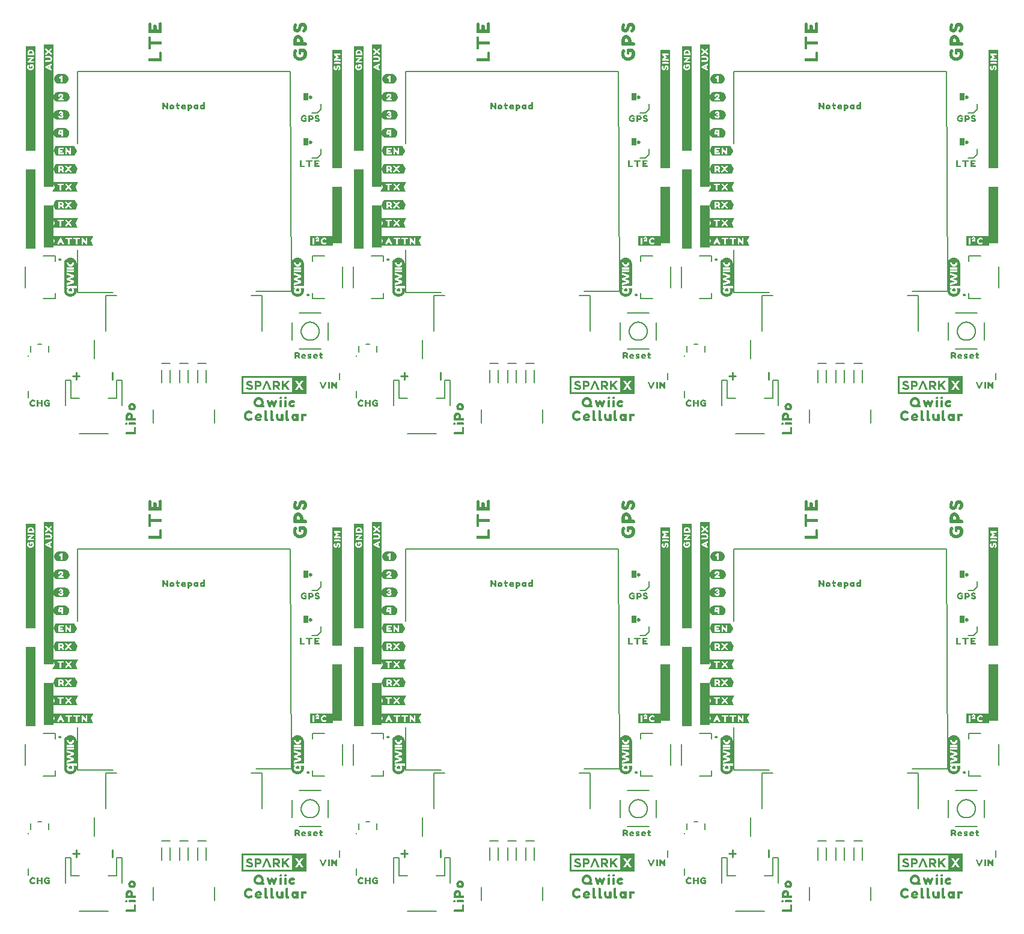
<source format=gto>
G04 EAGLE Gerber RS-274X export*
G75*
%MOMM*%
%FSLAX34Y34*%
%LPD*%
%INSilkscreen Top*%
%IPPOS*%
%AMOC8*
5,1,8,0,0,1.08239X$1,22.5*%
G01*
%ADD10C,0.203200*%
%ADD11C,0.279400*%
%ADD12R,1.397000X16.065500*%
%ADD13R,1.397000X10.985500*%
%ADD14R,1.397000X11.239500*%
%ADD15R,1.397000X6.032500*%
%ADD16R,1.397000X7.937500*%
%ADD17R,1.397000X13.652500*%
%ADD18C,0.254000*%
%ADD19C,0.152400*%
%ADD20C,0.254000*%

G36*
X863647Y63531D02*
X863647Y63531D01*
X863642Y63539D01*
X863649Y63545D01*
X863649Y88855D01*
X863613Y88903D01*
X863606Y88897D01*
X863600Y88905D01*
X772160Y88905D01*
X772113Y88869D01*
X772118Y88861D01*
X772111Y88855D01*
X772111Y63545D01*
X772147Y63497D01*
X772154Y63503D01*
X772160Y63495D01*
X863600Y63495D01*
X863647Y63531D01*
G37*
G36*
X1325927Y63531D02*
X1325927Y63531D01*
X1325922Y63539D01*
X1325929Y63545D01*
X1325929Y88855D01*
X1325893Y88903D01*
X1325886Y88897D01*
X1325880Y88905D01*
X1234440Y88905D01*
X1234393Y88869D01*
X1234398Y88861D01*
X1234391Y88855D01*
X1234391Y63545D01*
X1234427Y63497D01*
X1234434Y63503D01*
X1234440Y63495D01*
X1325880Y63495D01*
X1325927Y63531D01*
G37*
G36*
X401333Y88903D02*
X401333Y88903D01*
X401326Y88897D01*
X401320Y88905D01*
X309880Y88905D01*
X309833Y88869D01*
X309838Y88861D01*
X309831Y88855D01*
X309831Y63545D01*
X309867Y63497D01*
X309874Y63503D01*
X309880Y63495D01*
X401320Y63495D01*
X401367Y63531D01*
X401362Y63539D01*
X401369Y63545D01*
X401369Y88855D01*
X401333Y88903D01*
G37*
G36*
X401367Y736631D02*
X401367Y736631D01*
X401362Y736639D01*
X401369Y736645D01*
X401369Y761955D01*
X401333Y762003D01*
X401326Y761997D01*
X401320Y762005D01*
X309880Y762005D01*
X309833Y761969D01*
X309838Y761961D01*
X309831Y761955D01*
X309831Y736645D01*
X309867Y736597D01*
X309874Y736603D01*
X309880Y736595D01*
X401320Y736595D01*
X401367Y736631D01*
G37*
G36*
X1325927Y736631D02*
X1325927Y736631D01*
X1325922Y736639D01*
X1325929Y736645D01*
X1325929Y761955D01*
X1325893Y762003D01*
X1325886Y761997D01*
X1325880Y762005D01*
X1234440Y762005D01*
X1234393Y761969D01*
X1234398Y761961D01*
X1234391Y761955D01*
X1234391Y736645D01*
X1234427Y736597D01*
X1234434Y736603D01*
X1234440Y736595D01*
X1325880Y736595D01*
X1325927Y736631D01*
G37*
G36*
X863647Y736631D02*
X863647Y736631D01*
X863642Y736639D01*
X863649Y736645D01*
X863649Y761955D01*
X863613Y762003D01*
X863606Y761997D01*
X863600Y762005D01*
X772160Y762005D01*
X772113Y761969D01*
X772118Y761961D01*
X772111Y761955D01*
X772111Y736645D01*
X772147Y736597D01*
X772154Y736603D01*
X772160Y736595D01*
X863600Y736595D01*
X863647Y736631D01*
G37*
%LPC*%
G36*
X312279Y65944D02*
X312279Y65944D01*
X312279Y86456D01*
X380843Y86456D01*
X380843Y65944D01*
X312279Y65944D01*
G37*
%LPD*%
%LPC*%
G36*
X774559Y739044D02*
X774559Y739044D01*
X774559Y759556D01*
X843123Y759556D01*
X843123Y739044D01*
X774559Y739044D01*
G37*
%LPD*%
%LPC*%
G36*
X1236839Y739044D02*
X1236839Y739044D01*
X1236839Y759556D01*
X1305403Y759556D01*
X1305403Y739044D01*
X1236839Y739044D01*
G37*
%LPD*%
%LPC*%
G36*
X312279Y739044D02*
X312279Y739044D01*
X312279Y759556D01*
X380843Y759556D01*
X380843Y739044D01*
X312279Y739044D01*
G37*
%LPD*%
%LPC*%
G36*
X774559Y65944D02*
X774559Y65944D01*
X774559Y86456D01*
X843123Y86456D01*
X843123Y65944D01*
X774559Y65944D01*
G37*
%LPD*%
%LPC*%
G36*
X1236839Y65944D02*
X1236839Y65944D01*
X1236839Y86456D01*
X1305403Y86456D01*
X1305403Y65944D01*
X1236839Y65944D01*
G37*
%LPD*%
G36*
X993366Y874186D02*
X993366Y874186D01*
X993371Y874184D01*
X994951Y874344D01*
X994955Y874347D01*
X994963Y874346D01*
X996481Y874811D01*
X996483Y874814D01*
X996488Y874814D01*
X996968Y875032D01*
X996969Y875034D01*
X996972Y875034D01*
X997903Y875539D01*
X997904Y875541D01*
X997906Y875541D01*
X998350Y875826D01*
X998352Y875829D01*
X998356Y875831D01*
X999571Y876852D01*
X999572Y876857D01*
X999579Y876860D01*
X1000589Y878085D01*
X1000590Y878090D01*
X1000596Y878095D01*
X1001360Y879485D01*
X1001360Y879489D01*
X1001362Y879491D01*
X1001363Y879492D01*
X1001364Y879493D01*
X1001553Y879985D01*
X1001553Y879987D01*
X1001555Y879989D01*
X1001868Y881000D01*
X1001868Y881002D01*
X1001870Y881004D01*
X1001990Y881517D01*
X1001989Y881521D01*
X1001991Y881525D01*
X1002151Y883105D01*
X1002149Y883108D01*
X1002151Y883111D01*
X1002154Y885885D01*
X1002143Y885903D01*
X1002140Y885924D01*
X1002123Y885933D01*
X1002117Y885942D01*
X1002108Y885940D01*
X1002094Y885947D01*
X1001707Y885963D01*
X1001706Y885962D01*
X1001705Y885963D01*
X997470Y885963D01*
X997469Y885963D01*
X997076Y885953D01*
X997065Y885946D01*
X997052Y885948D01*
X997039Y885928D01*
X997019Y885915D01*
X997022Y885902D01*
X997014Y885891D01*
X997029Y885857D01*
X997031Y885848D01*
X997034Y885847D01*
X997035Y885844D01*
X997521Y885413D01*
X997848Y885010D01*
X998111Y884563D01*
X998296Y884078D01*
X998413Y883571D01*
X998466Y883053D01*
X998445Y882532D01*
X998396Y882011D01*
X998277Y881504D01*
X998125Y881005D01*
X997887Y880542D01*
X997626Y880092D01*
X997278Y879704D01*
X996908Y879339D01*
X996485Y879034D01*
X996035Y878773D01*
X995559Y878557D01*
X995063Y878397D01*
X994554Y878271D01*
X994037Y878198D01*
X993514Y878158D01*
X992990Y878153D01*
X992467Y878193D01*
X991949Y878260D01*
X991441Y878386D01*
X990943Y878543D01*
X990468Y878760D01*
X990019Y879022D01*
X989598Y879329D01*
X989230Y879697D01*
X989185Y879747D01*
X989130Y879810D01*
X989074Y879873D01*
X989018Y879936D01*
X988962Y879998D01*
X988884Y880086D01*
X988631Y880541D01*
X988404Y881009D01*
X988252Y881508D01*
X988147Y882018D01*
X988099Y882539D01*
X988090Y883060D01*
X988150Y883578D01*
X988273Y884083D01*
X988464Y884566D01*
X988728Y885013D01*
X989050Y885417D01*
X989598Y885847D01*
X989603Y885862D01*
X989616Y885870D01*
X989613Y885892D01*
X989620Y885912D01*
X989609Y885922D01*
X989607Y885938D01*
X989580Y885950D01*
X989571Y885958D01*
X989565Y885957D01*
X989560Y885960D01*
X989060Y885963D01*
X988531Y885963D01*
X988189Y885966D01*
X988189Y889201D01*
X988189Y889202D01*
X988189Y889219D01*
X1001807Y889219D01*
X1001809Y889220D01*
X1001811Y889220D01*
X1002095Y889236D01*
X1002112Y889249D01*
X1002133Y889252D01*
X1002141Y889270D01*
X1002150Y889277D01*
X1002148Y889286D01*
X1002154Y889299D01*
X1002154Y920227D01*
X1002152Y920230D01*
X1002154Y920233D01*
X1002003Y921814D01*
X1002001Y921816D01*
X1002002Y921819D01*
X1001905Y922337D01*
X1001902Y922340D01*
X1001903Y922344D01*
X1001421Y923856D01*
X1001417Y923860D01*
X1001416Y923867D01*
X1000659Y925263D01*
X1000654Y925265D01*
X1000652Y925272D01*
X999653Y926505D01*
X999650Y926506D01*
X999648Y926511D01*
X999266Y926874D01*
X999264Y926875D01*
X999263Y926877D01*
X998446Y927551D01*
X998444Y927551D01*
X998442Y927554D01*
X998011Y927857D01*
X998008Y927857D01*
X998005Y927861D01*
X996603Y928605D01*
X996598Y928605D01*
X996593Y928610D01*
X995076Y929080D01*
X995071Y929079D01*
X995066Y929083D01*
X994543Y929153D01*
X994542Y929153D01*
X994541Y929153D01*
X993487Y929259D01*
X993485Y929258D01*
X993482Y929260D01*
X992955Y929268D01*
X992953Y929266D01*
X992948Y929268D01*
X991368Y929108D01*
X991364Y929104D01*
X991356Y929105D01*
X989840Y928634D01*
X989837Y928631D01*
X989832Y928631D01*
X989354Y928408D01*
X989353Y928406D01*
X989351Y928406D01*
X988420Y927901D01*
X988419Y927899D01*
X988416Y927898D01*
X987976Y927608D01*
X987975Y927606D01*
X987971Y927604D01*
X987154Y926931D01*
X987154Y926929D01*
X987152Y926929D01*
X986759Y926577D01*
X986758Y926573D01*
X986752Y926570D01*
X985742Y925345D01*
X985741Y925340D01*
X985735Y925335D01*
X984976Y923941D01*
X984976Y923937D01*
X984972Y923933D01*
X984789Y923438D01*
X984789Y923437D01*
X984788Y923435D01*
X984474Y922424D01*
X984474Y922422D01*
X984472Y922419D01*
X984358Y921905D01*
X984360Y921902D01*
X984357Y921898D01*
X984251Y920844D01*
X984198Y920319D01*
X984199Y920316D01*
X984198Y920312D01*
X984198Y883261D01*
X984199Y883259D01*
X984198Y883255D01*
X984346Y881675D01*
X984347Y881673D01*
X984346Y881670D01*
X984437Y881151D01*
X984440Y881148D01*
X984439Y881143D01*
X984915Y879628D01*
X984919Y879625D01*
X984920Y879617D01*
X985677Y878222D01*
X985681Y878220D01*
X985683Y878214D01*
X986003Y877794D01*
X986004Y877794D01*
X986004Y877792D01*
X986678Y876976D01*
X986681Y876975D01*
X986683Y876971D01*
X987060Y876603D01*
X987062Y876602D01*
X987064Y876599D01*
X987880Y875926D01*
X987882Y875925D01*
X987884Y875923D01*
X988311Y875615D01*
X988315Y875614D01*
X988318Y875610D01*
X989717Y874860D01*
X989722Y874861D01*
X989728Y874856D01*
X991244Y874385D01*
X991249Y874386D01*
X991254Y874383D01*
X991776Y874306D01*
X991777Y874307D01*
X991779Y874306D01*
X992832Y874199D01*
X992834Y874200D01*
X992836Y874199D01*
X993363Y874184D01*
X993366Y874186D01*
G37*
G36*
X1313406Y874186D02*
X1313406Y874186D01*
X1313411Y874184D01*
X1314991Y874344D01*
X1314995Y874347D01*
X1315003Y874346D01*
X1316521Y874811D01*
X1316523Y874814D01*
X1316528Y874814D01*
X1317008Y875032D01*
X1317009Y875034D01*
X1317012Y875034D01*
X1317943Y875539D01*
X1317944Y875541D01*
X1317946Y875541D01*
X1318390Y875826D01*
X1318392Y875829D01*
X1318396Y875831D01*
X1319611Y876852D01*
X1319612Y876857D01*
X1319619Y876860D01*
X1320629Y878085D01*
X1320630Y878090D01*
X1320636Y878095D01*
X1321400Y879485D01*
X1321400Y879489D01*
X1321402Y879491D01*
X1321403Y879492D01*
X1321404Y879493D01*
X1321593Y879985D01*
X1321593Y879987D01*
X1321595Y879989D01*
X1321908Y881000D01*
X1321908Y881002D01*
X1321910Y881004D01*
X1322030Y881517D01*
X1322029Y881521D01*
X1322031Y881525D01*
X1322191Y883105D01*
X1322189Y883108D01*
X1322191Y883111D01*
X1322194Y885885D01*
X1322183Y885903D01*
X1322180Y885924D01*
X1322163Y885933D01*
X1322157Y885942D01*
X1322148Y885940D01*
X1322134Y885947D01*
X1321747Y885963D01*
X1321746Y885962D01*
X1321745Y885963D01*
X1317510Y885963D01*
X1317509Y885963D01*
X1317116Y885953D01*
X1317105Y885946D01*
X1317092Y885948D01*
X1317079Y885928D01*
X1317059Y885915D01*
X1317062Y885902D01*
X1317054Y885891D01*
X1317069Y885857D01*
X1317071Y885848D01*
X1317074Y885847D01*
X1317075Y885844D01*
X1317561Y885413D01*
X1317888Y885010D01*
X1318151Y884563D01*
X1318336Y884078D01*
X1318453Y883571D01*
X1318506Y883053D01*
X1318485Y882532D01*
X1318436Y882011D01*
X1318317Y881504D01*
X1318165Y881005D01*
X1317927Y880542D01*
X1317666Y880092D01*
X1317318Y879704D01*
X1316948Y879339D01*
X1316525Y879034D01*
X1316075Y878773D01*
X1315599Y878557D01*
X1315103Y878397D01*
X1314594Y878271D01*
X1314077Y878198D01*
X1313554Y878158D01*
X1313030Y878153D01*
X1312507Y878193D01*
X1311989Y878260D01*
X1311481Y878386D01*
X1310983Y878543D01*
X1310508Y878760D01*
X1310059Y879022D01*
X1309638Y879329D01*
X1309270Y879697D01*
X1309225Y879747D01*
X1309170Y879810D01*
X1309114Y879873D01*
X1309058Y879936D01*
X1309002Y879998D01*
X1308924Y880086D01*
X1308671Y880541D01*
X1308444Y881009D01*
X1308292Y881508D01*
X1308187Y882018D01*
X1308139Y882539D01*
X1308130Y883060D01*
X1308190Y883578D01*
X1308313Y884083D01*
X1308504Y884566D01*
X1308768Y885013D01*
X1309090Y885417D01*
X1309638Y885847D01*
X1309643Y885862D01*
X1309656Y885870D01*
X1309653Y885892D01*
X1309660Y885912D01*
X1309649Y885922D01*
X1309647Y885938D01*
X1309620Y885950D01*
X1309611Y885958D01*
X1309605Y885957D01*
X1309600Y885960D01*
X1309100Y885963D01*
X1308571Y885963D01*
X1308229Y885966D01*
X1308229Y889201D01*
X1308229Y889202D01*
X1308229Y889219D01*
X1321847Y889219D01*
X1321849Y889220D01*
X1321851Y889220D01*
X1322135Y889236D01*
X1322152Y889249D01*
X1322173Y889252D01*
X1322181Y889270D01*
X1322190Y889277D01*
X1322188Y889286D01*
X1322194Y889299D01*
X1322194Y920227D01*
X1322192Y920230D01*
X1322194Y920233D01*
X1322043Y921814D01*
X1322041Y921816D01*
X1322042Y921819D01*
X1321945Y922337D01*
X1321942Y922340D01*
X1321943Y922344D01*
X1321461Y923856D01*
X1321457Y923860D01*
X1321456Y923867D01*
X1320699Y925263D01*
X1320694Y925265D01*
X1320692Y925272D01*
X1319693Y926505D01*
X1319690Y926506D01*
X1319688Y926511D01*
X1319306Y926874D01*
X1319304Y926875D01*
X1319303Y926877D01*
X1318486Y927551D01*
X1318484Y927551D01*
X1318482Y927554D01*
X1318051Y927857D01*
X1318048Y927857D01*
X1318045Y927861D01*
X1316643Y928605D01*
X1316638Y928605D01*
X1316633Y928610D01*
X1315116Y929080D01*
X1315111Y929079D01*
X1315106Y929083D01*
X1314583Y929153D01*
X1314582Y929153D01*
X1314581Y929153D01*
X1313527Y929259D01*
X1313525Y929258D01*
X1313522Y929260D01*
X1312995Y929268D01*
X1312993Y929266D01*
X1312988Y929268D01*
X1311408Y929108D01*
X1311404Y929104D01*
X1311396Y929105D01*
X1309880Y928634D01*
X1309877Y928631D01*
X1309872Y928631D01*
X1309394Y928408D01*
X1309393Y928406D01*
X1309391Y928406D01*
X1308460Y927901D01*
X1308459Y927899D01*
X1308456Y927898D01*
X1308016Y927608D01*
X1308015Y927606D01*
X1308011Y927604D01*
X1307194Y926931D01*
X1307194Y926929D01*
X1307192Y926929D01*
X1306799Y926577D01*
X1306798Y926573D01*
X1306792Y926570D01*
X1305782Y925345D01*
X1305781Y925340D01*
X1305775Y925335D01*
X1305016Y923941D01*
X1305016Y923937D01*
X1305012Y923933D01*
X1304829Y923438D01*
X1304829Y923437D01*
X1304828Y923435D01*
X1304514Y922424D01*
X1304514Y922422D01*
X1304512Y922419D01*
X1304398Y921905D01*
X1304400Y921902D01*
X1304397Y921898D01*
X1304291Y920844D01*
X1304238Y920319D01*
X1304239Y920316D01*
X1304238Y920312D01*
X1304238Y883261D01*
X1304239Y883259D01*
X1304238Y883255D01*
X1304386Y881675D01*
X1304387Y881673D01*
X1304386Y881670D01*
X1304477Y881151D01*
X1304480Y881148D01*
X1304479Y881143D01*
X1304955Y879628D01*
X1304959Y879625D01*
X1304960Y879617D01*
X1305717Y878222D01*
X1305721Y878220D01*
X1305723Y878214D01*
X1306043Y877794D01*
X1306044Y877794D01*
X1306044Y877792D01*
X1306718Y876976D01*
X1306721Y876975D01*
X1306723Y876971D01*
X1307100Y876603D01*
X1307102Y876602D01*
X1307104Y876599D01*
X1307920Y875926D01*
X1307922Y875925D01*
X1307924Y875923D01*
X1308351Y875615D01*
X1308355Y875614D01*
X1308358Y875610D01*
X1309757Y874860D01*
X1309762Y874861D01*
X1309768Y874856D01*
X1311284Y874385D01*
X1311289Y874386D01*
X1311294Y874383D01*
X1311816Y874306D01*
X1311817Y874307D01*
X1311819Y874306D01*
X1312872Y874199D01*
X1312874Y874200D01*
X1312876Y874199D01*
X1313403Y874184D01*
X1313406Y874186D01*
G37*
G36*
X388846Y201086D02*
X388846Y201086D01*
X388851Y201084D01*
X390431Y201244D01*
X390435Y201247D01*
X390443Y201246D01*
X391961Y201711D01*
X391963Y201714D01*
X391968Y201714D01*
X392448Y201932D01*
X392449Y201934D01*
X392452Y201934D01*
X393383Y202439D01*
X393384Y202441D01*
X393386Y202441D01*
X393830Y202726D01*
X393832Y202729D01*
X393836Y202731D01*
X395051Y203752D01*
X395052Y203757D01*
X395059Y203760D01*
X396069Y204985D01*
X396070Y204990D01*
X396076Y204995D01*
X396840Y206385D01*
X396840Y206389D01*
X396842Y206391D01*
X396843Y206392D01*
X396844Y206393D01*
X397033Y206885D01*
X397033Y206887D01*
X397035Y206889D01*
X397348Y207900D01*
X397348Y207902D01*
X397350Y207904D01*
X397470Y208417D01*
X397469Y208421D01*
X397471Y208425D01*
X397631Y210005D01*
X397629Y210008D01*
X397631Y210011D01*
X397634Y212785D01*
X397623Y212803D01*
X397620Y212824D01*
X397603Y212833D01*
X397597Y212842D01*
X397588Y212840D01*
X397574Y212847D01*
X397187Y212863D01*
X397186Y212862D01*
X397185Y212863D01*
X392950Y212863D01*
X392949Y212863D01*
X392556Y212853D01*
X392545Y212846D01*
X392532Y212848D01*
X392519Y212828D01*
X392499Y212815D01*
X392502Y212802D01*
X392494Y212791D01*
X392509Y212757D01*
X392511Y212748D01*
X392514Y212747D01*
X392515Y212744D01*
X393001Y212313D01*
X393328Y211910D01*
X393591Y211463D01*
X393776Y210978D01*
X393893Y210471D01*
X393946Y209953D01*
X393925Y209432D01*
X393876Y208911D01*
X393757Y208404D01*
X393605Y207905D01*
X393367Y207442D01*
X393106Y206992D01*
X392758Y206604D01*
X392388Y206239D01*
X391965Y205934D01*
X391515Y205673D01*
X391039Y205457D01*
X390543Y205297D01*
X390034Y205171D01*
X389517Y205098D01*
X388994Y205058D01*
X388470Y205053D01*
X387947Y205093D01*
X387429Y205160D01*
X386921Y205286D01*
X386423Y205443D01*
X385948Y205660D01*
X385499Y205922D01*
X385078Y206229D01*
X384710Y206597D01*
X384665Y206647D01*
X384610Y206710D01*
X384554Y206773D01*
X384498Y206836D01*
X384442Y206898D01*
X384364Y206986D01*
X384111Y207441D01*
X383884Y207909D01*
X383732Y208408D01*
X383627Y208918D01*
X383579Y209439D01*
X383570Y209960D01*
X383630Y210478D01*
X383753Y210983D01*
X383944Y211466D01*
X384208Y211913D01*
X384530Y212317D01*
X385078Y212747D01*
X385083Y212762D01*
X385096Y212770D01*
X385093Y212792D01*
X385100Y212812D01*
X385089Y212822D01*
X385087Y212838D01*
X385060Y212850D01*
X385051Y212858D01*
X385045Y212857D01*
X385040Y212860D01*
X384540Y212863D01*
X384011Y212863D01*
X383669Y212866D01*
X383669Y216101D01*
X383669Y216102D01*
X383669Y216119D01*
X397287Y216119D01*
X397289Y216120D01*
X397291Y216120D01*
X397575Y216136D01*
X397592Y216149D01*
X397613Y216152D01*
X397621Y216170D01*
X397630Y216177D01*
X397628Y216186D01*
X397634Y216199D01*
X397634Y247127D01*
X397632Y247130D01*
X397634Y247133D01*
X397483Y248714D01*
X397481Y248716D01*
X397482Y248719D01*
X397385Y249237D01*
X397382Y249240D01*
X397383Y249244D01*
X396901Y250756D01*
X396897Y250760D01*
X396896Y250767D01*
X396139Y252163D01*
X396134Y252165D01*
X396132Y252172D01*
X395133Y253405D01*
X395130Y253406D01*
X395128Y253411D01*
X394746Y253774D01*
X394744Y253775D01*
X394743Y253777D01*
X393926Y254451D01*
X393924Y254451D01*
X393922Y254454D01*
X393491Y254757D01*
X393488Y254757D01*
X393485Y254761D01*
X392083Y255505D01*
X392078Y255505D01*
X392073Y255510D01*
X390556Y255980D01*
X390551Y255979D01*
X390546Y255983D01*
X390023Y256053D01*
X390022Y256053D01*
X390021Y256053D01*
X388967Y256159D01*
X388965Y256158D01*
X388962Y256160D01*
X388435Y256168D01*
X388433Y256166D01*
X388428Y256168D01*
X386848Y256008D01*
X386844Y256004D01*
X386836Y256005D01*
X385320Y255534D01*
X385317Y255531D01*
X385312Y255531D01*
X384834Y255308D01*
X384833Y255306D01*
X384831Y255306D01*
X383900Y254801D01*
X383899Y254799D01*
X383896Y254798D01*
X383456Y254508D01*
X383455Y254506D01*
X383451Y254504D01*
X382634Y253831D01*
X382634Y253829D01*
X382632Y253829D01*
X382239Y253477D01*
X382238Y253473D01*
X382232Y253470D01*
X381222Y252245D01*
X381221Y252240D01*
X381215Y252235D01*
X380456Y250841D01*
X380456Y250837D01*
X380452Y250833D01*
X380269Y250338D01*
X380269Y250337D01*
X380268Y250335D01*
X379954Y249324D01*
X379954Y249322D01*
X379952Y249319D01*
X379838Y248805D01*
X379840Y248802D01*
X379837Y248798D01*
X379731Y247744D01*
X379678Y247219D01*
X379679Y247216D01*
X379678Y247212D01*
X379678Y210161D01*
X379679Y210159D01*
X379678Y210155D01*
X379826Y208575D01*
X379827Y208573D01*
X379826Y208570D01*
X379917Y208051D01*
X379920Y208048D01*
X379919Y208043D01*
X380395Y206528D01*
X380399Y206525D01*
X380400Y206517D01*
X381157Y205122D01*
X381161Y205120D01*
X381163Y205114D01*
X381483Y204694D01*
X381484Y204694D01*
X381484Y204692D01*
X382158Y203876D01*
X382161Y203875D01*
X382163Y203871D01*
X382540Y203503D01*
X382542Y203502D01*
X382544Y203499D01*
X383360Y202826D01*
X383362Y202825D01*
X383364Y202823D01*
X383791Y202515D01*
X383795Y202514D01*
X383798Y202510D01*
X385197Y201760D01*
X385202Y201761D01*
X385208Y201756D01*
X386724Y201285D01*
X386729Y201286D01*
X386734Y201283D01*
X387256Y201206D01*
X387257Y201207D01*
X387259Y201206D01*
X388312Y201099D01*
X388314Y201100D01*
X388316Y201099D01*
X388843Y201084D01*
X388846Y201086D01*
G37*
G36*
X993366Y201086D02*
X993366Y201086D01*
X993371Y201084D01*
X994951Y201244D01*
X994955Y201247D01*
X994963Y201246D01*
X996481Y201711D01*
X996483Y201714D01*
X996488Y201714D01*
X996968Y201932D01*
X996969Y201934D01*
X996972Y201934D01*
X997903Y202439D01*
X997904Y202441D01*
X997906Y202441D01*
X998350Y202726D01*
X998352Y202729D01*
X998356Y202731D01*
X999571Y203752D01*
X999572Y203757D01*
X999579Y203760D01*
X1000589Y204985D01*
X1000590Y204990D01*
X1000596Y204995D01*
X1001360Y206385D01*
X1001360Y206389D01*
X1001362Y206391D01*
X1001363Y206392D01*
X1001364Y206393D01*
X1001553Y206885D01*
X1001553Y206887D01*
X1001555Y206889D01*
X1001868Y207900D01*
X1001868Y207902D01*
X1001870Y207904D01*
X1001990Y208417D01*
X1001989Y208421D01*
X1001991Y208425D01*
X1002151Y210005D01*
X1002149Y210008D01*
X1002151Y210011D01*
X1002154Y212785D01*
X1002143Y212803D01*
X1002140Y212824D01*
X1002123Y212833D01*
X1002117Y212842D01*
X1002108Y212840D01*
X1002094Y212847D01*
X1001707Y212863D01*
X1001706Y212862D01*
X1001705Y212863D01*
X997470Y212863D01*
X997469Y212863D01*
X997076Y212853D01*
X997065Y212846D01*
X997052Y212848D01*
X997039Y212828D01*
X997019Y212815D01*
X997022Y212802D01*
X997014Y212791D01*
X997029Y212757D01*
X997031Y212748D01*
X997034Y212747D01*
X997035Y212744D01*
X997521Y212313D01*
X997848Y211910D01*
X998111Y211463D01*
X998296Y210978D01*
X998413Y210471D01*
X998466Y209953D01*
X998445Y209432D01*
X998396Y208911D01*
X998277Y208404D01*
X998125Y207905D01*
X997887Y207442D01*
X997626Y206992D01*
X997278Y206604D01*
X996908Y206239D01*
X996485Y205934D01*
X996035Y205673D01*
X995559Y205457D01*
X995063Y205297D01*
X994554Y205171D01*
X994037Y205098D01*
X993514Y205058D01*
X992990Y205053D01*
X992467Y205093D01*
X991949Y205160D01*
X991441Y205286D01*
X990943Y205443D01*
X990468Y205660D01*
X990019Y205922D01*
X989598Y206229D01*
X989230Y206597D01*
X989185Y206647D01*
X989130Y206710D01*
X989074Y206773D01*
X989018Y206836D01*
X988962Y206898D01*
X988884Y206986D01*
X988631Y207441D01*
X988404Y207909D01*
X988252Y208408D01*
X988147Y208918D01*
X988099Y209439D01*
X988090Y209960D01*
X988150Y210478D01*
X988273Y210983D01*
X988464Y211466D01*
X988728Y211913D01*
X989050Y212317D01*
X989598Y212747D01*
X989603Y212762D01*
X989616Y212770D01*
X989613Y212792D01*
X989620Y212812D01*
X989609Y212822D01*
X989607Y212838D01*
X989580Y212850D01*
X989571Y212858D01*
X989565Y212857D01*
X989560Y212860D01*
X989060Y212863D01*
X988531Y212863D01*
X988189Y212866D01*
X988189Y216101D01*
X988189Y216102D01*
X988189Y216119D01*
X1001807Y216119D01*
X1001809Y216120D01*
X1001811Y216120D01*
X1002095Y216136D01*
X1002112Y216149D01*
X1002133Y216152D01*
X1002141Y216170D01*
X1002150Y216177D01*
X1002148Y216186D01*
X1002154Y216199D01*
X1002154Y247127D01*
X1002152Y247130D01*
X1002154Y247133D01*
X1002003Y248714D01*
X1002001Y248716D01*
X1002002Y248719D01*
X1001905Y249237D01*
X1001902Y249240D01*
X1001903Y249244D01*
X1001421Y250756D01*
X1001417Y250760D01*
X1001416Y250767D01*
X1000659Y252163D01*
X1000654Y252165D01*
X1000652Y252172D01*
X999653Y253405D01*
X999650Y253406D01*
X999648Y253411D01*
X999266Y253774D01*
X999264Y253775D01*
X999263Y253777D01*
X998446Y254451D01*
X998444Y254451D01*
X998442Y254454D01*
X998011Y254757D01*
X998008Y254757D01*
X998005Y254761D01*
X996603Y255505D01*
X996598Y255505D01*
X996593Y255510D01*
X995076Y255980D01*
X995071Y255979D01*
X995066Y255983D01*
X994543Y256053D01*
X994542Y256053D01*
X994541Y256053D01*
X993487Y256159D01*
X993485Y256158D01*
X993482Y256160D01*
X992955Y256168D01*
X992953Y256166D01*
X992948Y256168D01*
X991368Y256008D01*
X991364Y256004D01*
X991356Y256005D01*
X989840Y255534D01*
X989837Y255531D01*
X989832Y255531D01*
X989354Y255308D01*
X989353Y255306D01*
X989351Y255306D01*
X988420Y254801D01*
X988419Y254799D01*
X988416Y254798D01*
X987976Y254508D01*
X987975Y254506D01*
X987971Y254504D01*
X987154Y253831D01*
X987154Y253829D01*
X987152Y253829D01*
X986759Y253477D01*
X986758Y253473D01*
X986752Y253470D01*
X985742Y252245D01*
X985741Y252240D01*
X985735Y252235D01*
X984976Y250841D01*
X984976Y250837D01*
X984972Y250833D01*
X984789Y250338D01*
X984789Y250337D01*
X984788Y250335D01*
X984474Y249324D01*
X984474Y249322D01*
X984472Y249319D01*
X984358Y248805D01*
X984360Y248802D01*
X984357Y248798D01*
X984251Y247744D01*
X984198Y247219D01*
X984199Y247216D01*
X984198Y247212D01*
X984198Y210161D01*
X984199Y210159D01*
X984198Y210155D01*
X984346Y208575D01*
X984347Y208573D01*
X984346Y208570D01*
X984437Y208051D01*
X984440Y208048D01*
X984439Y208043D01*
X984915Y206528D01*
X984919Y206525D01*
X984920Y206517D01*
X985677Y205122D01*
X985681Y205120D01*
X985683Y205114D01*
X986003Y204694D01*
X986004Y204694D01*
X986004Y204692D01*
X986678Y203876D01*
X986681Y203875D01*
X986683Y203871D01*
X987060Y203503D01*
X987062Y203502D01*
X987064Y203499D01*
X987880Y202826D01*
X987882Y202825D01*
X987884Y202823D01*
X988311Y202515D01*
X988315Y202514D01*
X988318Y202510D01*
X989717Y201760D01*
X989722Y201761D01*
X989728Y201756D01*
X991244Y201285D01*
X991249Y201286D01*
X991254Y201283D01*
X991776Y201206D01*
X991777Y201207D01*
X991779Y201206D01*
X992832Y201099D01*
X992834Y201100D01*
X992836Y201099D01*
X993363Y201084D01*
X993366Y201086D01*
G37*
G36*
X851126Y201086D02*
X851126Y201086D01*
X851131Y201084D01*
X852711Y201244D01*
X852715Y201247D01*
X852723Y201246D01*
X854241Y201711D01*
X854243Y201714D01*
X854248Y201714D01*
X854728Y201932D01*
X854729Y201934D01*
X854732Y201934D01*
X855663Y202439D01*
X855664Y202441D01*
X855666Y202441D01*
X856110Y202726D01*
X856112Y202729D01*
X856116Y202731D01*
X857331Y203752D01*
X857332Y203757D01*
X857339Y203760D01*
X858349Y204985D01*
X858350Y204990D01*
X858356Y204995D01*
X859120Y206385D01*
X859120Y206389D01*
X859122Y206391D01*
X859123Y206392D01*
X859124Y206393D01*
X859313Y206885D01*
X859313Y206887D01*
X859315Y206889D01*
X859628Y207900D01*
X859628Y207902D01*
X859630Y207904D01*
X859750Y208417D01*
X859749Y208421D01*
X859751Y208425D01*
X859911Y210005D01*
X859909Y210008D01*
X859911Y210011D01*
X859914Y212785D01*
X859903Y212803D01*
X859900Y212824D01*
X859883Y212833D01*
X859877Y212842D01*
X859868Y212840D01*
X859854Y212847D01*
X859467Y212863D01*
X859466Y212862D01*
X859465Y212863D01*
X855230Y212863D01*
X855229Y212863D01*
X854836Y212853D01*
X854825Y212846D01*
X854812Y212848D01*
X854799Y212828D01*
X854779Y212815D01*
X854782Y212802D01*
X854774Y212791D01*
X854789Y212757D01*
X854791Y212748D01*
X854794Y212747D01*
X854795Y212744D01*
X855281Y212313D01*
X855608Y211910D01*
X855871Y211463D01*
X856056Y210978D01*
X856173Y210471D01*
X856226Y209953D01*
X856205Y209432D01*
X856156Y208911D01*
X856037Y208404D01*
X855885Y207905D01*
X855647Y207442D01*
X855386Y206992D01*
X855038Y206604D01*
X854668Y206239D01*
X854245Y205934D01*
X853795Y205673D01*
X853319Y205457D01*
X852823Y205297D01*
X852314Y205171D01*
X851797Y205098D01*
X851274Y205058D01*
X850750Y205053D01*
X850227Y205093D01*
X849709Y205160D01*
X849201Y205286D01*
X848703Y205443D01*
X848228Y205660D01*
X847779Y205922D01*
X847358Y206229D01*
X846990Y206597D01*
X846945Y206647D01*
X846890Y206710D01*
X846834Y206773D01*
X846778Y206836D01*
X846722Y206898D01*
X846644Y206986D01*
X846391Y207441D01*
X846164Y207909D01*
X846012Y208408D01*
X845907Y208918D01*
X845859Y209439D01*
X845850Y209960D01*
X845910Y210478D01*
X846033Y210983D01*
X846224Y211466D01*
X846488Y211913D01*
X846810Y212317D01*
X847358Y212747D01*
X847363Y212762D01*
X847376Y212770D01*
X847373Y212792D01*
X847380Y212812D01*
X847369Y212822D01*
X847367Y212838D01*
X847340Y212850D01*
X847331Y212858D01*
X847325Y212857D01*
X847320Y212860D01*
X846820Y212863D01*
X846291Y212863D01*
X845949Y212866D01*
X845949Y216101D01*
X845949Y216102D01*
X845949Y216119D01*
X859567Y216119D01*
X859569Y216120D01*
X859571Y216120D01*
X859855Y216136D01*
X859872Y216149D01*
X859893Y216152D01*
X859901Y216170D01*
X859910Y216177D01*
X859908Y216186D01*
X859914Y216199D01*
X859914Y247127D01*
X859912Y247130D01*
X859914Y247133D01*
X859763Y248714D01*
X859761Y248716D01*
X859762Y248719D01*
X859665Y249237D01*
X859662Y249240D01*
X859663Y249244D01*
X859181Y250756D01*
X859177Y250760D01*
X859176Y250767D01*
X858419Y252163D01*
X858414Y252165D01*
X858412Y252172D01*
X857413Y253405D01*
X857410Y253406D01*
X857408Y253411D01*
X857026Y253774D01*
X857024Y253775D01*
X857023Y253777D01*
X856206Y254451D01*
X856204Y254451D01*
X856202Y254454D01*
X855771Y254757D01*
X855768Y254757D01*
X855765Y254761D01*
X854363Y255505D01*
X854358Y255505D01*
X854353Y255510D01*
X852836Y255980D01*
X852831Y255979D01*
X852826Y255983D01*
X852303Y256053D01*
X852302Y256053D01*
X852301Y256053D01*
X851247Y256159D01*
X851245Y256158D01*
X851242Y256160D01*
X850715Y256168D01*
X850713Y256166D01*
X850708Y256168D01*
X849128Y256008D01*
X849124Y256004D01*
X849116Y256005D01*
X847600Y255534D01*
X847597Y255531D01*
X847592Y255531D01*
X847114Y255308D01*
X847113Y255306D01*
X847111Y255306D01*
X846180Y254801D01*
X846179Y254799D01*
X846176Y254798D01*
X845736Y254508D01*
X845735Y254506D01*
X845731Y254504D01*
X844914Y253831D01*
X844914Y253829D01*
X844912Y253829D01*
X844519Y253477D01*
X844518Y253473D01*
X844512Y253470D01*
X843502Y252245D01*
X843501Y252240D01*
X843495Y252235D01*
X842736Y250841D01*
X842736Y250837D01*
X842732Y250833D01*
X842549Y250338D01*
X842549Y250337D01*
X842548Y250335D01*
X842234Y249324D01*
X842234Y249322D01*
X842232Y249319D01*
X842118Y248805D01*
X842120Y248802D01*
X842117Y248798D01*
X842011Y247744D01*
X841958Y247219D01*
X841959Y247216D01*
X841958Y247212D01*
X841958Y210161D01*
X841959Y210159D01*
X841958Y210155D01*
X842106Y208575D01*
X842107Y208573D01*
X842106Y208570D01*
X842197Y208051D01*
X842200Y208048D01*
X842199Y208043D01*
X842675Y206528D01*
X842679Y206525D01*
X842680Y206517D01*
X843437Y205122D01*
X843441Y205120D01*
X843443Y205114D01*
X843763Y204694D01*
X843764Y204694D01*
X843764Y204692D01*
X844438Y203876D01*
X844441Y203875D01*
X844443Y203871D01*
X844820Y203503D01*
X844822Y203502D01*
X844824Y203499D01*
X845640Y202826D01*
X845642Y202825D01*
X845644Y202823D01*
X846071Y202515D01*
X846075Y202514D01*
X846078Y202510D01*
X847477Y201760D01*
X847482Y201761D01*
X847488Y201756D01*
X849004Y201285D01*
X849009Y201286D01*
X849014Y201283D01*
X849536Y201206D01*
X849537Y201207D01*
X849539Y201206D01*
X850592Y201099D01*
X850594Y201100D01*
X850596Y201099D01*
X851123Y201084D01*
X851126Y201086D01*
G37*
G36*
X531086Y874186D02*
X531086Y874186D01*
X531091Y874184D01*
X532671Y874344D01*
X532675Y874347D01*
X532683Y874346D01*
X534201Y874811D01*
X534203Y874814D01*
X534208Y874814D01*
X534688Y875032D01*
X534689Y875034D01*
X534692Y875034D01*
X535623Y875539D01*
X535624Y875541D01*
X535626Y875541D01*
X536070Y875826D01*
X536072Y875829D01*
X536076Y875831D01*
X537291Y876852D01*
X537292Y876857D01*
X537299Y876860D01*
X538309Y878085D01*
X538310Y878090D01*
X538316Y878095D01*
X539080Y879485D01*
X539080Y879489D01*
X539082Y879491D01*
X539083Y879492D01*
X539084Y879493D01*
X539273Y879985D01*
X539273Y879987D01*
X539275Y879989D01*
X539588Y881000D01*
X539588Y881002D01*
X539590Y881004D01*
X539710Y881517D01*
X539709Y881521D01*
X539711Y881525D01*
X539871Y883105D01*
X539869Y883108D01*
X539871Y883111D01*
X539874Y885885D01*
X539863Y885903D01*
X539860Y885924D01*
X539843Y885933D01*
X539837Y885942D01*
X539828Y885940D01*
X539814Y885947D01*
X539427Y885963D01*
X539426Y885962D01*
X539425Y885963D01*
X535190Y885963D01*
X535189Y885963D01*
X534796Y885953D01*
X534785Y885946D01*
X534772Y885948D01*
X534759Y885928D01*
X534739Y885915D01*
X534742Y885902D01*
X534734Y885891D01*
X534749Y885857D01*
X534751Y885848D01*
X534754Y885847D01*
X534755Y885844D01*
X535241Y885413D01*
X535568Y885010D01*
X535831Y884563D01*
X536016Y884078D01*
X536133Y883571D01*
X536186Y883053D01*
X536165Y882532D01*
X536116Y882011D01*
X535997Y881504D01*
X535845Y881005D01*
X535607Y880542D01*
X535346Y880092D01*
X534998Y879704D01*
X534628Y879339D01*
X534205Y879034D01*
X533755Y878773D01*
X533279Y878557D01*
X532783Y878397D01*
X532274Y878271D01*
X531757Y878198D01*
X531234Y878158D01*
X530710Y878153D01*
X530187Y878193D01*
X529669Y878260D01*
X529161Y878386D01*
X528663Y878543D01*
X528188Y878760D01*
X527739Y879022D01*
X527318Y879329D01*
X526950Y879697D01*
X526905Y879747D01*
X526850Y879810D01*
X526794Y879873D01*
X526738Y879936D01*
X526682Y879998D01*
X526604Y880086D01*
X526351Y880541D01*
X526124Y881009D01*
X525972Y881508D01*
X525867Y882018D01*
X525819Y882539D01*
X525810Y883060D01*
X525870Y883578D01*
X525993Y884083D01*
X526184Y884566D01*
X526448Y885013D01*
X526770Y885417D01*
X527318Y885847D01*
X527323Y885862D01*
X527336Y885870D01*
X527333Y885892D01*
X527340Y885912D01*
X527329Y885922D01*
X527327Y885938D01*
X527300Y885950D01*
X527291Y885958D01*
X527285Y885957D01*
X527280Y885960D01*
X526780Y885963D01*
X526251Y885963D01*
X525909Y885966D01*
X525909Y889201D01*
X525909Y889202D01*
X525909Y889219D01*
X539527Y889219D01*
X539529Y889220D01*
X539531Y889220D01*
X539815Y889236D01*
X539832Y889249D01*
X539853Y889252D01*
X539861Y889270D01*
X539870Y889277D01*
X539868Y889286D01*
X539874Y889299D01*
X539874Y920227D01*
X539872Y920230D01*
X539874Y920233D01*
X539723Y921814D01*
X539721Y921816D01*
X539722Y921819D01*
X539625Y922337D01*
X539622Y922340D01*
X539623Y922344D01*
X539141Y923856D01*
X539137Y923860D01*
X539136Y923867D01*
X538379Y925263D01*
X538374Y925265D01*
X538372Y925272D01*
X537373Y926505D01*
X537370Y926506D01*
X537368Y926511D01*
X536986Y926874D01*
X536984Y926875D01*
X536983Y926877D01*
X536166Y927551D01*
X536164Y927551D01*
X536162Y927554D01*
X535731Y927857D01*
X535728Y927857D01*
X535725Y927861D01*
X534323Y928605D01*
X534318Y928605D01*
X534313Y928610D01*
X532796Y929080D01*
X532791Y929079D01*
X532786Y929083D01*
X532263Y929153D01*
X532262Y929153D01*
X532261Y929153D01*
X531207Y929259D01*
X531205Y929258D01*
X531202Y929260D01*
X530675Y929268D01*
X530673Y929266D01*
X530668Y929268D01*
X529088Y929108D01*
X529084Y929104D01*
X529076Y929105D01*
X527560Y928634D01*
X527557Y928631D01*
X527552Y928631D01*
X527074Y928408D01*
X527073Y928406D01*
X527071Y928406D01*
X526140Y927901D01*
X526139Y927899D01*
X526136Y927898D01*
X525696Y927608D01*
X525695Y927606D01*
X525691Y927604D01*
X524874Y926931D01*
X524874Y926929D01*
X524872Y926929D01*
X524479Y926577D01*
X524478Y926573D01*
X524472Y926570D01*
X523462Y925345D01*
X523461Y925340D01*
X523455Y925335D01*
X522696Y923941D01*
X522696Y923937D01*
X522692Y923933D01*
X522509Y923438D01*
X522509Y923437D01*
X522508Y923435D01*
X522194Y922424D01*
X522194Y922422D01*
X522192Y922419D01*
X522078Y921905D01*
X522080Y921902D01*
X522077Y921898D01*
X521971Y920844D01*
X521918Y920319D01*
X521919Y920316D01*
X521918Y920312D01*
X521918Y883261D01*
X521919Y883259D01*
X521918Y883255D01*
X522066Y881675D01*
X522067Y881673D01*
X522066Y881670D01*
X522157Y881151D01*
X522160Y881148D01*
X522159Y881143D01*
X522635Y879628D01*
X522639Y879625D01*
X522640Y879617D01*
X523397Y878222D01*
X523401Y878220D01*
X523403Y878214D01*
X523723Y877794D01*
X523724Y877794D01*
X523724Y877792D01*
X524398Y876976D01*
X524401Y876975D01*
X524403Y876971D01*
X524780Y876603D01*
X524782Y876602D01*
X524784Y876599D01*
X525600Y875926D01*
X525602Y875925D01*
X525604Y875923D01*
X526031Y875615D01*
X526035Y875614D01*
X526038Y875610D01*
X527437Y874860D01*
X527442Y874861D01*
X527448Y874856D01*
X528964Y874385D01*
X528969Y874386D01*
X528974Y874383D01*
X529496Y874306D01*
X529497Y874307D01*
X529499Y874306D01*
X530552Y874199D01*
X530554Y874200D01*
X530556Y874199D01*
X531083Y874184D01*
X531086Y874186D01*
G37*
G36*
X1313406Y201086D02*
X1313406Y201086D01*
X1313411Y201084D01*
X1314991Y201244D01*
X1314995Y201247D01*
X1315003Y201246D01*
X1316521Y201711D01*
X1316523Y201714D01*
X1316528Y201714D01*
X1317008Y201932D01*
X1317009Y201934D01*
X1317012Y201934D01*
X1317943Y202439D01*
X1317944Y202441D01*
X1317946Y202441D01*
X1318390Y202726D01*
X1318392Y202729D01*
X1318396Y202731D01*
X1319611Y203752D01*
X1319612Y203757D01*
X1319619Y203760D01*
X1320629Y204985D01*
X1320630Y204990D01*
X1320636Y204995D01*
X1321400Y206385D01*
X1321400Y206389D01*
X1321402Y206391D01*
X1321403Y206392D01*
X1321404Y206393D01*
X1321593Y206885D01*
X1321593Y206887D01*
X1321595Y206889D01*
X1321908Y207900D01*
X1321908Y207902D01*
X1321910Y207904D01*
X1322030Y208417D01*
X1322029Y208421D01*
X1322031Y208425D01*
X1322191Y210005D01*
X1322189Y210008D01*
X1322191Y210011D01*
X1322194Y212785D01*
X1322183Y212803D01*
X1322180Y212824D01*
X1322163Y212833D01*
X1322157Y212842D01*
X1322148Y212840D01*
X1322134Y212847D01*
X1321747Y212863D01*
X1321746Y212862D01*
X1321745Y212863D01*
X1317510Y212863D01*
X1317509Y212863D01*
X1317116Y212853D01*
X1317105Y212846D01*
X1317092Y212848D01*
X1317079Y212828D01*
X1317059Y212815D01*
X1317062Y212802D01*
X1317054Y212791D01*
X1317069Y212757D01*
X1317071Y212748D01*
X1317074Y212747D01*
X1317075Y212744D01*
X1317561Y212313D01*
X1317888Y211910D01*
X1318151Y211463D01*
X1318336Y210978D01*
X1318453Y210471D01*
X1318506Y209953D01*
X1318485Y209432D01*
X1318436Y208911D01*
X1318317Y208404D01*
X1318165Y207905D01*
X1317927Y207442D01*
X1317666Y206992D01*
X1317318Y206604D01*
X1316948Y206239D01*
X1316525Y205934D01*
X1316075Y205673D01*
X1315599Y205457D01*
X1315103Y205297D01*
X1314594Y205171D01*
X1314077Y205098D01*
X1313554Y205058D01*
X1313030Y205053D01*
X1312507Y205093D01*
X1311989Y205160D01*
X1311481Y205286D01*
X1310983Y205443D01*
X1310508Y205660D01*
X1310059Y205922D01*
X1309638Y206229D01*
X1309270Y206597D01*
X1309225Y206647D01*
X1309170Y206710D01*
X1309114Y206773D01*
X1309058Y206836D01*
X1309002Y206898D01*
X1308924Y206986D01*
X1308671Y207441D01*
X1308444Y207909D01*
X1308292Y208408D01*
X1308187Y208918D01*
X1308139Y209439D01*
X1308130Y209960D01*
X1308190Y210478D01*
X1308313Y210983D01*
X1308504Y211466D01*
X1308768Y211913D01*
X1309090Y212317D01*
X1309638Y212747D01*
X1309643Y212762D01*
X1309656Y212770D01*
X1309653Y212792D01*
X1309660Y212812D01*
X1309649Y212822D01*
X1309647Y212838D01*
X1309620Y212850D01*
X1309611Y212858D01*
X1309605Y212857D01*
X1309600Y212860D01*
X1309100Y212863D01*
X1308571Y212863D01*
X1308229Y212866D01*
X1308229Y216101D01*
X1308229Y216102D01*
X1308229Y216119D01*
X1321847Y216119D01*
X1321849Y216120D01*
X1321851Y216120D01*
X1322135Y216136D01*
X1322152Y216149D01*
X1322173Y216152D01*
X1322181Y216170D01*
X1322190Y216177D01*
X1322188Y216186D01*
X1322194Y216199D01*
X1322194Y247127D01*
X1322192Y247130D01*
X1322194Y247133D01*
X1322043Y248714D01*
X1322041Y248716D01*
X1322042Y248719D01*
X1321945Y249237D01*
X1321942Y249240D01*
X1321943Y249244D01*
X1321461Y250756D01*
X1321457Y250760D01*
X1321456Y250767D01*
X1320699Y252163D01*
X1320694Y252165D01*
X1320692Y252172D01*
X1319693Y253405D01*
X1319690Y253406D01*
X1319688Y253411D01*
X1319306Y253774D01*
X1319304Y253775D01*
X1319303Y253777D01*
X1318486Y254451D01*
X1318484Y254451D01*
X1318482Y254454D01*
X1318051Y254757D01*
X1318048Y254757D01*
X1318045Y254761D01*
X1316643Y255505D01*
X1316638Y255505D01*
X1316633Y255510D01*
X1315116Y255980D01*
X1315111Y255979D01*
X1315106Y255983D01*
X1314583Y256053D01*
X1314582Y256053D01*
X1314581Y256053D01*
X1313527Y256159D01*
X1313525Y256158D01*
X1313522Y256160D01*
X1312995Y256168D01*
X1312993Y256166D01*
X1312988Y256168D01*
X1311408Y256008D01*
X1311404Y256004D01*
X1311396Y256005D01*
X1309880Y255534D01*
X1309877Y255531D01*
X1309872Y255531D01*
X1309394Y255308D01*
X1309393Y255306D01*
X1309391Y255306D01*
X1308460Y254801D01*
X1308459Y254799D01*
X1308456Y254798D01*
X1308016Y254508D01*
X1308015Y254506D01*
X1308011Y254504D01*
X1307194Y253831D01*
X1307194Y253829D01*
X1307192Y253829D01*
X1306799Y253477D01*
X1306798Y253473D01*
X1306792Y253470D01*
X1305782Y252245D01*
X1305781Y252240D01*
X1305775Y252235D01*
X1305016Y250841D01*
X1305016Y250837D01*
X1305012Y250833D01*
X1304829Y250338D01*
X1304829Y250337D01*
X1304828Y250335D01*
X1304514Y249324D01*
X1304514Y249322D01*
X1304512Y249319D01*
X1304398Y248805D01*
X1304400Y248802D01*
X1304397Y248798D01*
X1304291Y247744D01*
X1304238Y247219D01*
X1304239Y247216D01*
X1304238Y247212D01*
X1304238Y210161D01*
X1304239Y210159D01*
X1304238Y210155D01*
X1304386Y208575D01*
X1304387Y208573D01*
X1304386Y208570D01*
X1304477Y208051D01*
X1304480Y208048D01*
X1304479Y208043D01*
X1304955Y206528D01*
X1304959Y206525D01*
X1304960Y206517D01*
X1305717Y205122D01*
X1305721Y205120D01*
X1305723Y205114D01*
X1306043Y204694D01*
X1306044Y204694D01*
X1306044Y204692D01*
X1306718Y203876D01*
X1306721Y203875D01*
X1306723Y203871D01*
X1307100Y203503D01*
X1307102Y203502D01*
X1307104Y203499D01*
X1307920Y202826D01*
X1307922Y202825D01*
X1307924Y202823D01*
X1308351Y202515D01*
X1308355Y202514D01*
X1308358Y202510D01*
X1309757Y201760D01*
X1309762Y201761D01*
X1309768Y201756D01*
X1311284Y201285D01*
X1311289Y201286D01*
X1311294Y201283D01*
X1311816Y201206D01*
X1311817Y201207D01*
X1311819Y201206D01*
X1312872Y201099D01*
X1312874Y201100D01*
X1312876Y201099D01*
X1313403Y201084D01*
X1313406Y201086D01*
G37*
G36*
X531086Y201086D02*
X531086Y201086D01*
X531091Y201084D01*
X532671Y201244D01*
X532675Y201247D01*
X532683Y201246D01*
X534201Y201711D01*
X534203Y201714D01*
X534208Y201714D01*
X534688Y201932D01*
X534689Y201934D01*
X534692Y201934D01*
X535623Y202439D01*
X535624Y202441D01*
X535626Y202441D01*
X536070Y202726D01*
X536072Y202729D01*
X536076Y202731D01*
X537291Y203752D01*
X537292Y203757D01*
X537299Y203760D01*
X538309Y204985D01*
X538310Y204990D01*
X538316Y204995D01*
X539080Y206385D01*
X539080Y206389D01*
X539082Y206391D01*
X539083Y206392D01*
X539084Y206393D01*
X539273Y206885D01*
X539273Y206887D01*
X539275Y206889D01*
X539588Y207900D01*
X539588Y207902D01*
X539590Y207904D01*
X539710Y208417D01*
X539709Y208421D01*
X539711Y208425D01*
X539871Y210005D01*
X539869Y210008D01*
X539871Y210011D01*
X539874Y212785D01*
X539863Y212803D01*
X539860Y212824D01*
X539843Y212833D01*
X539837Y212842D01*
X539828Y212840D01*
X539814Y212847D01*
X539427Y212863D01*
X539426Y212862D01*
X539425Y212863D01*
X535190Y212863D01*
X535189Y212863D01*
X534796Y212853D01*
X534785Y212846D01*
X534772Y212848D01*
X534759Y212828D01*
X534739Y212815D01*
X534742Y212802D01*
X534734Y212791D01*
X534749Y212757D01*
X534751Y212748D01*
X534754Y212747D01*
X534755Y212744D01*
X535241Y212313D01*
X535568Y211910D01*
X535831Y211463D01*
X536016Y210978D01*
X536133Y210471D01*
X536186Y209953D01*
X536165Y209432D01*
X536116Y208911D01*
X535997Y208404D01*
X535845Y207905D01*
X535607Y207442D01*
X535346Y206992D01*
X534998Y206604D01*
X534628Y206239D01*
X534205Y205934D01*
X533755Y205673D01*
X533279Y205457D01*
X532783Y205297D01*
X532274Y205171D01*
X531757Y205098D01*
X531234Y205058D01*
X530710Y205053D01*
X530187Y205093D01*
X529669Y205160D01*
X529161Y205286D01*
X528663Y205443D01*
X528188Y205660D01*
X527739Y205922D01*
X527318Y206229D01*
X526950Y206597D01*
X526905Y206647D01*
X526850Y206710D01*
X526794Y206773D01*
X526738Y206836D01*
X526682Y206898D01*
X526604Y206986D01*
X526351Y207441D01*
X526124Y207909D01*
X525972Y208408D01*
X525867Y208918D01*
X525819Y209439D01*
X525810Y209960D01*
X525870Y210478D01*
X525993Y210983D01*
X526184Y211466D01*
X526448Y211913D01*
X526770Y212317D01*
X527318Y212747D01*
X527323Y212762D01*
X527336Y212770D01*
X527333Y212792D01*
X527340Y212812D01*
X527329Y212822D01*
X527327Y212838D01*
X527300Y212850D01*
X527291Y212858D01*
X527285Y212857D01*
X527280Y212860D01*
X526780Y212863D01*
X526251Y212863D01*
X525909Y212866D01*
X525909Y216101D01*
X525909Y216102D01*
X525909Y216119D01*
X539527Y216119D01*
X539529Y216120D01*
X539531Y216120D01*
X539815Y216136D01*
X539832Y216149D01*
X539853Y216152D01*
X539861Y216170D01*
X539870Y216177D01*
X539868Y216186D01*
X539874Y216199D01*
X539874Y247127D01*
X539872Y247130D01*
X539874Y247133D01*
X539723Y248714D01*
X539721Y248716D01*
X539722Y248719D01*
X539625Y249237D01*
X539622Y249240D01*
X539623Y249244D01*
X539141Y250756D01*
X539137Y250760D01*
X539136Y250767D01*
X538379Y252163D01*
X538374Y252165D01*
X538372Y252172D01*
X537373Y253405D01*
X537370Y253406D01*
X537368Y253411D01*
X536986Y253774D01*
X536984Y253775D01*
X536983Y253777D01*
X536166Y254451D01*
X536164Y254451D01*
X536162Y254454D01*
X535731Y254757D01*
X535728Y254757D01*
X535725Y254761D01*
X534323Y255505D01*
X534318Y255505D01*
X534313Y255510D01*
X532796Y255980D01*
X532791Y255979D01*
X532786Y255983D01*
X532263Y256053D01*
X532262Y256053D01*
X532261Y256053D01*
X531207Y256159D01*
X531205Y256158D01*
X531202Y256160D01*
X530675Y256168D01*
X530673Y256166D01*
X530668Y256168D01*
X529088Y256008D01*
X529084Y256004D01*
X529076Y256005D01*
X527560Y255534D01*
X527557Y255531D01*
X527552Y255531D01*
X527074Y255308D01*
X527073Y255306D01*
X527071Y255306D01*
X526140Y254801D01*
X526139Y254799D01*
X526136Y254798D01*
X525696Y254508D01*
X525695Y254506D01*
X525691Y254504D01*
X524874Y253831D01*
X524874Y253829D01*
X524872Y253829D01*
X524479Y253477D01*
X524478Y253473D01*
X524472Y253470D01*
X523462Y252245D01*
X523461Y252240D01*
X523455Y252235D01*
X522696Y250841D01*
X522696Y250837D01*
X522692Y250833D01*
X522509Y250338D01*
X522509Y250337D01*
X522508Y250335D01*
X522194Y249324D01*
X522194Y249322D01*
X522192Y249319D01*
X522078Y248805D01*
X522080Y248802D01*
X522077Y248798D01*
X521971Y247744D01*
X521918Y247219D01*
X521919Y247216D01*
X521918Y247212D01*
X521918Y210161D01*
X521919Y210159D01*
X521918Y210155D01*
X522066Y208575D01*
X522067Y208573D01*
X522066Y208570D01*
X522157Y208051D01*
X522160Y208048D01*
X522159Y208043D01*
X522635Y206528D01*
X522639Y206525D01*
X522640Y206517D01*
X523397Y205122D01*
X523401Y205120D01*
X523403Y205114D01*
X523723Y204694D01*
X523724Y204694D01*
X523724Y204692D01*
X524398Y203876D01*
X524401Y203875D01*
X524403Y203871D01*
X524780Y203503D01*
X524782Y203502D01*
X524784Y203499D01*
X525600Y202826D01*
X525602Y202825D01*
X525604Y202823D01*
X526031Y202515D01*
X526035Y202514D01*
X526038Y202510D01*
X527437Y201760D01*
X527442Y201761D01*
X527448Y201756D01*
X528964Y201285D01*
X528969Y201286D01*
X528974Y201283D01*
X529496Y201206D01*
X529497Y201207D01*
X529499Y201206D01*
X530552Y201099D01*
X530554Y201100D01*
X530556Y201099D01*
X531083Y201084D01*
X531086Y201086D01*
G37*
G36*
X68806Y874186D02*
X68806Y874186D01*
X68811Y874184D01*
X70391Y874344D01*
X70395Y874347D01*
X70403Y874346D01*
X71921Y874811D01*
X71923Y874814D01*
X71928Y874814D01*
X72408Y875032D01*
X72409Y875034D01*
X72412Y875034D01*
X73343Y875539D01*
X73344Y875541D01*
X73346Y875541D01*
X73790Y875826D01*
X73792Y875829D01*
X73796Y875831D01*
X75011Y876852D01*
X75012Y876857D01*
X75019Y876860D01*
X76029Y878085D01*
X76030Y878090D01*
X76036Y878095D01*
X76800Y879485D01*
X76800Y879489D01*
X76802Y879491D01*
X76803Y879492D01*
X76804Y879493D01*
X76993Y879985D01*
X76993Y879987D01*
X76995Y879989D01*
X77308Y881000D01*
X77308Y881002D01*
X77310Y881004D01*
X77430Y881517D01*
X77429Y881521D01*
X77431Y881525D01*
X77591Y883105D01*
X77589Y883108D01*
X77591Y883111D01*
X77594Y885885D01*
X77583Y885903D01*
X77580Y885924D01*
X77563Y885933D01*
X77557Y885942D01*
X77548Y885940D01*
X77534Y885947D01*
X77147Y885963D01*
X77146Y885962D01*
X77145Y885963D01*
X72910Y885963D01*
X72909Y885963D01*
X72516Y885953D01*
X72505Y885946D01*
X72492Y885948D01*
X72479Y885928D01*
X72459Y885915D01*
X72462Y885902D01*
X72454Y885891D01*
X72469Y885857D01*
X72471Y885848D01*
X72474Y885847D01*
X72475Y885844D01*
X72961Y885413D01*
X73288Y885010D01*
X73551Y884563D01*
X73736Y884078D01*
X73853Y883571D01*
X73906Y883053D01*
X73885Y882532D01*
X73836Y882011D01*
X73717Y881504D01*
X73565Y881005D01*
X73327Y880542D01*
X73066Y880092D01*
X72718Y879704D01*
X72348Y879339D01*
X71925Y879034D01*
X71475Y878773D01*
X70999Y878557D01*
X70503Y878397D01*
X69994Y878271D01*
X69477Y878198D01*
X68954Y878158D01*
X68430Y878153D01*
X67907Y878193D01*
X67389Y878260D01*
X66881Y878386D01*
X66383Y878543D01*
X65908Y878760D01*
X65459Y879022D01*
X65038Y879329D01*
X64670Y879697D01*
X64625Y879747D01*
X64570Y879810D01*
X64514Y879873D01*
X64458Y879936D01*
X64402Y879998D01*
X64324Y880086D01*
X64071Y880541D01*
X63844Y881009D01*
X63692Y881508D01*
X63587Y882018D01*
X63539Y882539D01*
X63530Y883060D01*
X63590Y883578D01*
X63713Y884083D01*
X63904Y884566D01*
X64168Y885013D01*
X64490Y885417D01*
X65038Y885847D01*
X65043Y885862D01*
X65056Y885870D01*
X65053Y885892D01*
X65060Y885912D01*
X65049Y885922D01*
X65047Y885938D01*
X65020Y885950D01*
X65011Y885958D01*
X65005Y885957D01*
X65000Y885960D01*
X64500Y885963D01*
X63971Y885963D01*
X63629Y885966D01*
X63629Y889201D01*
X63629Y889202D01*
X63629Y889219D01*
X77247Y889219D01*
X77249Y889220D01*
X77251Y889220D01*
X77535Y889236D01*
X77552Y889249D01*
X77573Y889252D01*
X77581Y889270D01*
X77590Y889277D01*
X77588Y889286D01*
X77594Y889299D01*
X77594Y920227D01*
X77592Y920230D01*
X77594Y920233D01*
X77443Y921814D01*
X77441Y921816D01*
X77442Y921819D01*
X77345Y922337D01*
X77342Y922340D01*
X77343Y922344D01*
X76861Y923856D01*
X76857Y923860D01*
X76856Y923867D01*
X76099Y925263D01*
X76094Y925265D01*
X76092Y925272D01*
X75093Y926505D01*
X75090Y926506D01*
X75088Y926511D01*
X74706Y926874D01*
X74704Y926875D01*
X74703Y926877D01*
X73886Y927551D01*
X73884Y927551D01*
X73882Y927554D01*
X73451Y927857D01*
X73448Y927857D01*
X73445Y927861D01*
X72043Y928605D01*
X72038Y928605D01*
X72033Y928610D01*
X70516Y929080D01*
X70511Y929079D01*
X70506Y929083D01*
X69983Y929153D01*
X69982Y929153D01*
X69981Y929153D01*
X68927Y929259D01*
X68925Y929258D01*
X68922Y929260D01*
X68395Y929268D01*
X68393Y929266D01*
X68388Y929268D01*
X66808Y929108D01*
X66804Y929104D01*
X66796Y929105D01*
X65280Y928634D01*
X65277Y928631D01*
X65272Y928631D01*
X64794Y928408D01*
X64793Y928406D01*
X64791Y928406D01*
X63860Y927901D01*
X63859Y927899D01*
X63856Y927898D01*
X63416Y927608D01*
X63415Y927606D01*
X63411Y927604D01*
X62594Y926931D01*
X62594Y926929D01*
X62592Y926929D01*
X62199Y926577D01*
X62198Y926573D01*
X62192Y926570D01*
X61182Y925345D01*
X61181Y925340D01*
X61175Y925335D01*
X60416Y923941D01*
X60416Y923937D01*
X60412Y923933D01*
X60229Y923438D01*
X60229Y923437D01*
X60228Y923435D01*
X59914Y922424D01*
X59914Y922422D01*
X59912Y922419D01*
X59798Y921905D01*
X59800Y921902D01*
X59797Y921898D01*
X59691Y920844D01*
X59638Y920319D01*
X59639Y920316D01*
X59638Y920312D01*
X59638Y883261D01*
X59639Y883259D01*
X59638Y883255D01*
X59786Y881675D01*
X59787Y881673D01*
X59786Y881670D01*
X59877Y881151D01*
X59880Y881148D01*
X59879Y881143D01*
X60355Y879628D01*
X60359Y879625D01*
X60360Y879617D01*
X61117Y878222D01*
X61121Y878220D01*
X61123Y878214D01*
X61443Y877794D01*
X61444Y877794D01*
X61444Y877792D01*
X62118Y876976D01*
X62121Y876975D01*
X62123Y876971D01*
X62500Y876603D01*
X62502Y876602D01*
X62504Y876599D01*
X63320Y875926D01*
X63322Y875925D01*
X63324Y875923D01*
X63751Y875615D01*
X63755Y875614D01*
X63758Y875610D01*
X65157Y874860D01*
X65162Y874861D01*
X65168Y874856D01*
X66684Y874385D01*
X66689Y874386D01*
X66694Y874383D01*
X67216Y874306D01*
X67217Y874307D01*
X67219Y874306D01*
X68272Y874199D01*
X68274Y874200D01*
X68276Y874199D01*
X68803Y874184D01*
X68806Y874186D01*
G37*
G36*
X68806Y201086D02*
X68806Y201086D01*
X68811Y201084D01*
X70391Y201244D01*
X70395Y201247D01*
X70403Y201246D01*
X71921Y201711D01*
X71923Y201714D01*
X71928Y201714D01*
X72408Y201932D01*
X72409Y201934D01*
X72412Y201934D01*
X73343Y202439D01*
X73344Y202441D01*
X73346Y202441D01*
X73790Y202726D01*
X73792Y202729D01*
X73796Y202731D01*
X75011Y203752D01*
X75012Y203757D01*
X75019Y203760D01*
X76029Y204985D01*
X76030Y204990D01*
X76036Y204995D01*
X76800Y206385D01*
X76800Y206389D01*
X76802Y206391D01*
X76803Y206392D01*
X76804Y206393D01*
X76993Y206885D01*
X76993Y206887D01*
X76995Y206889D01*
X77308Y207900D01*
X77308Y207902D01*
X77310Y207904D01*
X77430Y208417D01*
X77429Y208421D01*
X77431Y208425D01*
X77591Y210005D01*
X77589Y210008D01*
X77591Y210011D01*
X77594Y212785D01*
X77583Y212803D01*
X77580Y212824D01*
X77563Y212833D01*
X77557Y212842D01*
X77548Y212840D01*
X77534Y212847D01*
X77147Y212863D01*
X77146Y212862D01*
X77145Y212863D01*
X72910Y212863D01*
X72909Y212863D01*
X72516Y212853D01*
X72505Y212846D01*
X72492Y212848D01*
X72479Y212828D01*
X72459Y212815D01*
X72462Y212802D01*
X72454Y212791D01*
X72469Y212757D01*
X72471Y212748D01*
X72474Y212747D01*
X72475Y212744D01*
X72961Y212313D01*
X73288Y211910D01*
X73551Y211463D01*
X73736Y210978D01*
X73853Y210471D01*
X73906Y209953D01*
X73885Y209432D01*
X73836Y208911D01*
X73717Y208404D01*
X73565Y207905D01*
X73327Y207442D01*
X73066Y206992D01*
X72718Y206604D01*
X72348Y206239D01*
X71925Y205934D01*
X71475Y205673D01*
X70999Y205457D01*
X70503Y205297D01*
X69994Y205171D01*
X69477Y205098D01*
X68954Y205058D01*
X68430Y205053D01*
X67907Y205093D01*
X67389Y205160D01*
X66881Y205286D01*
X66383Y205443D01*
X65908Y205660D01*
X65459Y205922D01*
X65038Y206229D01*
X64670Y206597D01*
X64625Y206647D01*
X64570Y206710D01*
X64514Y206773D01*
X64458Y206836D01*
X64402Y206898D01*
X64324Y206986D01*
X64071Y207441D01*
X63844Y207909D01*
X63692Y208408D01*
X63587Y208918D01*
X63539Y209439D01*
X63530Y209960D01*
X63590Y210478D01*
X63713Y210983D01*
X63904Y211466D01*
X64168Y211913D01*
X64490Y212317D01*
X65038Y212747D01*
X65043Y212762D01*
X65056Y212770D01*
X65053Y212792D01*
X65060Y212812D01*
X65049Y212822D01*
X65047Y212838D01*
X65020Y212850D01*
X65011Y212858D01*
X65005Y212857D01*
X65000Y212860D01*
X64500Y212863D01*
X63971Y212863D01*
X63629Y212866D01*
X63629Y216101D01*
X63629Y216102D01*
X63629Y216119D01*
X77247Y216119D01*
X77249Y216120D01*
X77251Y216120D01*
X77535Y216136D01*
X77552Y216149D01*
X77573Y216152D01*
X77581Y216170D01*
X77590Y216177D01*
X77588Y216186D01*
X77594Y216199D01*
X77594Y247127D01*
X77592Y247130D01*
X77594Y247133D01*
X77443Y248714D01*
X77441Y248716D01*
X77442Y248719D01*
X77345Y249237D01*
X77342Y249240D01*
X77343Y249244D01*
X76861Y250756D01*
X76857Y250760D01*
X76856Y250767D01*
X76099Y252163D01*
X76094Y252165D01*
X76092Y252172D01*
X75093Y253405D01*
X75090Y253406D01*
X75088Y253411D01*
X74706Y253774D01*
X74704Y253775D01*
X74703Y253777D01*
X73886Y254451D01*
X73884Y254451D01*
X73882Y254454D01*
X73451Y254757D01*
X73448Y254757D01*
X73445Y254761D01*
X72043Y255505D01*
X72038Y255505D01*
X72033Y255510D01*
X70516Y255980D01*
X70511Y255979D01*
X70506Y255983D01*
X69983Y256053D01*
X69982Y256053D01*
X69981Y256053D01*
X68927Y256159D01*
X68925Y256158D01*
X68922Y256160D01*
X68395Y256168D01*
X68393Y256166D01*
X68388Y256168D01*
X66808Y256008D01*
X66804Y256004D01*
X66796Y256005D01*
X65280Y255534D01*
X65277Y255531D01*
X65272Y255531D01*
X64794Y255308D01*
X64793Y255306D01*
X64791Y255306D01*
X63860Y254801D01*
X63859Y254799D01*
X63856Y254798D01*
X63416Y254508D01*
X63415Y254506D01*
X63411Y254504D01*
X62594Y253831D01*
X62594Y253829D01*
X62592Y253829D01*
X62199Y253477D01*
X62198Y253473D01*
X62192Y253470D01*
X61182Y252245D01*
X61181Y252240D01*
X61175Y252235D01*
X60416Y250841D01*
X60416Y250837D01*
X60412Y250833D01*
X60229Y250338D01*
X60229Y250337D01*
X60228Y250335D01*
X59914Y249324D01*
X59914Y249322D01*
X59912Y249319D01*
X59798Y248805D01*
X59800Y248802D01*
X59797Y248798D01*
X59691Y247744D01*
X59638Y247219D01*
X59639Y247216D01*
X59638Y247212D01*
X59638Y210161D01*
X59639Y210159D01*
X59638Y210155D01*
X59786Y208575D01*
X59787Y208573D01*
X59786Y208570D01*
X59877Y208051D01*
X59880Y208048D01*
X59879Y208043D01*
X60355Y206528D01*
X60359Y206525D01*
X60360Y206517D01*
X61117Y205122D01*
X61121Y205120D01*
X61123Y205114D01*
X61443Y204694D01*
X61444Y204694D01*
X61444Y204692D01*
X62118Y203876D01*
X62121Y203875D01*
X62123Y203871D01*
X62500Y203503D01*
X62502Y203502D01*
X62504Y203499D01*
X63320Y202826D01*
X63322Y202825D01*
X63324Y202823D01*
X63751Y202515D01*
X63755Y202514D01*
X63758Y202510D01*
X65157Y201760D01*
X65162Y201761D01*
X65168Y201756D01*
X66684Y201285D01*
X66689Y201286D01*
X66694Y201283D01*
X67216Y201206D01*
X67217Y201207D01*
X67219Y201206D01*
X68272Y201099D01*
X68274Y201100D01*
X68276Y201099D01*
X68803Y201084D01*
X68806Y201086D01*
G37*
G36*
X388846Y874186D02*
X388846Y874186D01*
X388851Y874184D01*
X390431Y874344D01*
X390435Y874347D01*
X390443Y874346D01*
X391961Y874811D01*
X391963Y874814D01*
X391968Y874814D01*
X392448Y875032D01*
X392449Y875034D01*
X392452Y875034D01*
X393383Y875539D01*
X393384Y875541D01*
X393386Y875541D01*
X393830Y875826D01*
X393832Y875829D01*
X393836Y875831D01*
X395051Y876852D01*
X395052Y876857D01*
X395059Y876860D01*
X396069Y878085D01*
X396070Y878090D01*
X396076Y878095D01*
X396840Y879485D01*
X396840Y879489D01*
X396842Y879491D01*
X396843Y879492D01*
X396844Y879493D01*
X397033Y879985D01*
X397033Y879987D01*
X397035Y879989D01*
X397348Y881000D01*
X397348Y881002D01*
X397350Y881004D01*
X397470Y881517D01*
X397469Y881521D01*
X397471Y881525D01*
X397631Y883105D01*
X397629Y883108D01*
X397631Y883111D01*
X397634Y885885D01*
X397623Y885903D01*
X397620Y885924D01*
X397603Y885933D01*
X397597Y885942D01*
X397588Y885940D01*
X397574Y885947D01*
X397187Y885963D01*
X397186Y885962D01*
X397185Y885963D01*
X392950Y885963D01*
X392949Y885963D01*
X392556Y885953D01*
X392545Y885946D01*
X392532Y885948D01*
X392519Y885928D01*
X392499Y885915D01*
X392502Y885902D01*
X392494Y885891D01*
X392509Y885857D01*
X392511Y885848D01*
X392514Y885847D01*
X392515Y885844D01*
X393001Y885413D01*
X393328Y885010D01*
X393591Y884563D01*
X393776Y884078D01*
X393893Y883571D01*
X393946Y883053D01*
X393925Y882532D01*
X393876Y882011D01*
X393757Y881504D01*
X393605Y881005D01*
X393367Y880542D01*
X393106Y880092D01*
X392758Y879704D01*
X392388Y879339D01*
X391965Y879034D01*
X391515Y878773D01*
X391039Y878557D01*
X390543Y878397D01*
X390034Y878271D01*
X389517Y878198D01*
X388994Y878158D01*
X388470Y878153D01*
X387947Y878193D01*
X387429Y878260D01*
X386921Y878386D01*
X386423Y878543D01*
X385948Y878760D01*
X385499Y879022D01*
X385078Y879329D01*
X384710Y879697D01*
X384665Y879747D01*
X384610Y879810D01*
X384554Y879873D01*
X384498Y879936D01*
X384442Y879998D01*
X384364Y880086D01*
X384111Y880541D01*
X383884Y881009D01*
X383732Y881508D01*
X383627Y882018D01*
X383579Y882539D01*
X383570Y883060D01*
X383630Y883578D01*
X383753Y884083D01*
X383944Y884566D01*
X384208Y885013D01*
X384530Y885417D01*
X385078Y885847D01*
X385083Y885862D01*
X385096Y885870D01*
X385093Y885892D01*
X385100Y885912D01*
X385089Y885922D01*
X385087Y885938D01*
X385060Y885950D01*
X385051Y885958D01*
X385045Y885957D01*
X385040Y885960D01*
X384540Y885963D01*
X384011Y885963D01*
X383669Y885966D01*
X383669Y889201D01*
X383669Y889202D01*
X383669Y889219D01*
X397287Y889219D01*
X397289Y889220D01*
X397291Y889220D01*
X397575Y889236D01*
X397592Y889249D01*
X397613Y889252D01*
X397621Y889270D01*
X397630Y889277D01*
X397628Y889286D01*
X397634Y889299D01*
X397634Y920227D01*
X397632Y920230D01*
X397634Y920233D01*
X397483Y921814D01*
X397481Y921816D01*
X397482Y921819D01*
X397385Y922337D01*
X397382Y922340D01*
X397383Y922344D01*
X396901Y923856D01*
X396897Y923860D01*
X396896Y923867D01*
X396139Y925263D01*
X396134Y925265D01*
X396132Y925272D01*
X395133Y926505D01*
X395130Y926506D01*
X395128Y926511D01*
X394746Y926874D01*
X394744Y926875D01*
X394743Y926877D01*
X393926Y927551D01*
X393924Y927551D01*
X393922Y927554D01*
X393491Y927857D01*
X393488Y927857D01*
X393485Y927861D01*
X392083Y928605D01*
X392078Y928605D01*
X392073Y928610D01*
X390556Y929080D01*
X390551Y929079D01*
X390546Y929083D01*
X390023Y929153D01*
X390022Y929153D01*
X390021Y929153D01*
X388967Y929259D01*
X388965Y929258D01*
X388962Y929260D01*
X388435Y929268D01*
X388433Y929266D01*
X388428Y929268D01*
X386848Y929108D01*
X386844Y929104D01*
X386836Y929105D01*
X385320Y928634D01*
X385317Y928631D01*
X385312Y928631D01*
X384834Y928408D01*
X384833Y928406D01*
X384831Y928406D01*
X383900Y927901D01*
X383899Y927899D01*
X383896Y927898D01*
X383456Y927608D01*
X383455Y927606D01*
X383451Y927604D01*
X382634Y926931D01*
X382634Y926929D01*
X382632Y926929D01*
X382239Y926577D01*
X382238Y926573D01*
X382232Y926570D01*
X381222Y925345D01*
X381221Y925340D01*
X381215Y925335D01*
X380456Y923941D01*
X380456Y923937D01*
X380452Y923933D01*
X380269Y923438D01*
X380269Y923437D01*
X380268Y923435D01*
X379954Y922424D01*
X379954Y922422D01*
X379952Y922419D01*
X379838Y921905D01*
X379840Y921902D01*
X379837Y921898D01*
X379731Y920844D01*
X379678Y920319D01*
X379679Y920316D01*
X379678Y920312D01*
X379678Y883261D01*
X379679Y883259D01*
X379678Y883255D01*
X379826Y881675D01*
X379827Y881673D01*
X379826Y881670D01*
X379917Y881151D01*
X379920Y881148D01*
X379919Y881143D01*
X380395Y879628D01*
X380399Y879625D01*
X380400Y879617D01*
X381157Y878222D01*
X381161Y878220D01*
X381163Y878214D01*
X381483Y877794D01*
X381484Y877794D01*
X381484Y877792D01*
X382158Y876976D01*
X382161Y876975D01*
X382163Y876971D01*
X382540Y876603D01*
X382542Y876602D01*
X382544Y876599D01*
X383360Y875926D01*
X383362Y875925D01*
X383364Y875923D01*
X383791Y875615D01*
X383795Y875614D01*
X383798Y875610D01*
X385197Y874860D01*
X385202Y874861D01*
X385208Y874856D01*
X386724Y874385D01*
X386729Y874386D01*
X386734Y874383D01*
X387256Y874306D01*
X387257Y874307D01*
X387259Y874306D01*
X388312Y874199D01*
X388314Y874200D01*
X388316Y874199D01*
X388843Y874184D01*
X388846Y874186D01*
G37*
G36*
X851126Y874186D02*
X851126Y874186D01*
X851131Y874184D01*
X852711Y874344D01*
X852715Y874347D01*
X852723Y874346D01*
X854241Y874811D01*
X854243Y874814D01*
X854248Y874814D01*
X854728Y875032D01*
X854729Y875034D01*
X854732Y875034D01*
X855663Y875539D01*
X855664Y875541D01*
X855666Y875541D01*
X856110Y875826D01*
X856112Y875829D01*
X856116Y875831D01*
X857331Y876852D01*
X857332Y876857D01*
X857339Y876860D01*
X858349Y878085D01*
X858350Y878090D01*
X858356Y878095D01*
X859120Y879485D01*
X859120Y879489D01*
X859122Y879491D01*
X859123Y879492D01*
X859124Y879493D01*
X859313Y879985D01*
X859313Y879987D01*
X859315Y879989D01*
X859628Y881000D01*
X859628Y881002D01*
X859630Y881004D01*
X859750Y881517D01*
X859749Y881521D01*
X859751Y881525D01*
X859911Y883105D01*
X859909Y883108D01*
X859911Y883111D01*
X859914Y885885D01*
X859903Y885903D01*
X859900Y885924D01*
X859883Y885933D01*
X859877Y885942D01*
X859868Y885940D01*
X859854Y885947D01*
X859467Y885963D01*
X859466Y885962D01*
X859465Y885963D01*
X855230Y885963D01*
X855229Y885963D01*
X854836Y885953D01*
X854825Y885946D01*
X854812Y885948D01*
X854799Y885928D01*
X854779Y885915D01*
X854782Y885902D01*
X854774Y885891D01*
X854789Y885857D01*
X854791Y885848D01*
X854794Y885847D01*
X854795Y885844D01*
X855281Y885413D01*
X855608Y885010D01*
X855871Y884563D01*
X856056Y884078D01*
X856173Y883571D01*
X856226Y883053D01*
X856205Y882532D01*
X856156Y882011D01*
X856037Y881504D01*
X855885Y881005D01*
X855647Y880542D01*
X855386Y880092D01*
X855038Y879704D01*
X854668Y879339D01*
X854245Y879034D01*
X853795Y878773D01*
X853319Y878557D01*
X852823Y878397D01*
X852314Y878271D01*
X851797Y878198D01*
X851274Y878158D01*
X850750Y878153D01*
X850227Y878193D01*
X849709Y878260D01*
X849201Y878386D01*
X848703Y878543D01*
X848228Y878760D01*
X847779Y879022D01*
X847358Y879329D01*
X846990Y879697D01*
X846945Y879747D01*
X846890Y879810D01*
X846834Y879873D01*
X846778Y879936D01*
X846722Y879998D01*
X846644Y880086D01*
X846391Y880541D01*
X846164Y881009D01*
X846012Y881508D01*
X845907Y882018D01*
X845859Y882539D01*
X845850Y883060D01*
X845910Y883578D01*
X846033Y884083D01*
X846224Y884566D01*
X846488Y885013D01*
X846810Y885417D01*
X847358Y885847D01*
X847363Y885862D01*
X847376Y885870D01*
X847373Y885892D01*
X847380Y885912D01*
X847369Y885922D01*
X847367Y885938D01*
X847340Y885950D01*
X847331Y885958D01*
X847325Y885957D01*
X847320Y885960D01*
X846820Y885963D01*
X846291Y885963D01*
X845949Y885966D01*
X845949Y889201D01*
X845949Y889202D01*
X845949Y889219D01*
X859567Y889219D01*
X859569Y889220D01*
X859571Y889220D01*
X859855Y889236D01*
X859872Y889249D01*
X859893Y889252D01*
X859901Y889270D01*
X859910Y889277D01*
X859908Y889286D01*
X859914Y889299D01*
X859914Y920227D01*
X859912Y920230D01*
X859914Y920233D01*
X859763Y921814D01*
X859761Y921816D01*
X859762Y921819D01*
X859665Y922337D01*
X859662Y922340D01*
X859663Y922344D01*
X859181Y923856D01*
X859177Y923860D01*
X859176Y923867D01*
X858419Y925263D01*
X858414Y925265D01*
X858412Y925272D01*
X857413Y926505D01*
X857410Y926506D01*
X857408Y926511D01*
X857026Y926874D01*
X857024Y926875D01*
X857023Y926877D01*
X856206Y927551D01*
X856204Y927551D01*
X856202Y927554D01*
X855771Y927857D01*
X855768Y927857D01*
X855765Y927861D01*
X854363Y928605D01*
X854358Y928605D01*
X854353Y928610D01*
X852836Y929080D01*
X852831Y929079D01*
X852826Y929083D01*
X852303Y929153D01*
X852302Y929153D01*
X852301Y929153D01*
X851247Y929259D01*
X851245Y929258D01*
X851242Y929260D01*
X850715Y929268D01*
X850713Y929266D01*
X850708Y929268D01*
X849128Y929108D01*
X849124Y929104D01*
X849116Y929105D01*
X847600Y928634D01*
X847597Y928631D01*
X847592Y928631D01*
X847114Y928408D01*
X847113Y928406D01*
X847111Y928406D01*
X846180Y927901D01*
X846179Y927899D01*
X846176Y927898D01*
X845736Y927608D01*
X845735Y927606D01*
X845731Y927604D01*
X844914Y926931D01*
X844914Y926929D01*
X844912Y926929D01*
X844519Y926577D01*
X844518Y926573D01*
X844512Y926570D01*
X843502Y925345D01*
X843501Y925340D01*
X843495Y925335D01*
X842736Y923941D01*
X842736Y923937D01*
X842732Y923933D01*
X842549Y923438D01*
X842549Y923437D01*
X842548Y923435D01*
X842234Y922424D01*
X842234Y922422D01*
X842232Y922419D01*
X842118Y921905D01*
X842120Y921902D01*
X842117Y921898D01*
X842011Y920844D01*
X841958Y920319D01*
X841959Y920316D01*
X841958Y920312D01*
X841958Y883261D01*
X841959Y883259D01*
X841958Y883255D01*
X842106Y881675D01*
X842107Y881673D01*
X842106Y881670D01*
X842197Y881151D01*
X842200Y881148D01*
X842199Y881143D01*
X842675Y879628D01*
X842679Y879625D01*
X842680Y879617D01*
X843437Y878222D01*
X843441Y878220D01*
X843443Y878214D01*
X843763Y877794D01*
X843764Y877794D01*
X843764Y877792D01*
X844438Y876976D01*
X844441Y876975D01*
X844443Y876971D01*
X844820Y876603D01*
X844822Y876602D01*
X844824Y876599D01*
X845640Y875926D01*
X845642Y875925D01*
X845644Y875923D01*
X846071Y875615D01*
X846075Y875614D01*
X846078Y875610D01*
X847477Y874860D01*
X847482Y874861D01*
X847488Y874856D01*
X849004Y874385D01*
X849009Y874386D01*
X849014Y874383D01*
X849536Y874306D01*
X849537Y874307D01*
X849539Y874306D01*
X850592Y874199D01*
X850594Y874200D01*
X850596Y874199D01*
X851123Y874184D01*
X851126Y874186D01*
G37*
G36*
X562907Y272587D02*
X562907Y272587D01*
X562907Y272588D01*
X562908Y272588D01*
X563008Y272988D01*
X562998Y273010D01*
X563004Y273022D01*
X560007Y279015D01*
X559911Y279592D01*
X563004Y285678D01*
X563003Y285684D01*
X563008Y285687D01*
X563006Y285689D01*
X563008Y285690D01*
X563108Y286190D01*
X563082Y286244D01*
X563069Y286237D01*
X563060Y286249D01*
X506060Y286249D01*
X506054Y286245D01*
X506050Y286248D01*
X505550Y286148D01*
X505511Y286104D01*
X505523Y286093D01*
X505516Y286078D01*
X508805Y279400D01*
X505516Y272722D01*
X505527Y272663D01*
X505542Y272666D01*
X505548Y272652D01*
X505948Y272552D01*
X505956Y272556D01*
X505960Y272551D01*
X562860Y272551D01*
X562907Y272587D01*
G37*
G36*
X1025187Y272587D02*
X1025187Y272587D01*
X1025187Y272588D01*
X1025188Y272588D01*
X1025288Y272988D01*
X1025278Y273010D01*
X1025284Y273022D01*
X1022287Y279015D01*
X1022191Y279592D01*
X1025284Y285678D01*
X1025283Y285684D01*
X1025288Y285687D01*
X1025286Y285689D01*
X1025288Y285690D01*
X1025388Y286190D01*
X1025362Y286244D01*
X1025349Y286237D01*
X1025340Y286249D01*
X968340Y286249D01*
X968334Y286245D01*
X968330Y286248D01*
X967830Y286148D01*
X967791Y286104D01*
X967803Y286093D01*
X967796Y286078D01*
X971085Y279400D01*
X967796Y272722D01*
X967807Y272663D01*
X967822Y272666D01*
X967828Y272652D01*
X968228Y272552D01*
X968236Y272556D01*
X968240Y272551D01*
X1025140Y272551D01*
X1025187Y272587D01*
G37*
G36*
X1025187Y945687D02*
X1025187Y945687D01*
X1025187Y945688D01*
X1025188Y945688D01*
X1025288Y946088D01*
X1025278Y946110D01*
X1025284Y946122D01*
X1022287Y952115D01*
X1022191Y952692D01*
X1025284Y958778D01*
X1025283Y958784D01*
X1025288Y958787D01*
X1025286Y958789D01*
X1025288Y958790D01*
X1025388Y959290D01*
X1025362Y959344D01*
X1025349Y959337D01*
X1025340Y959349D01*
X968340Y959349D01*
X968334Y959345D01*
X968330Y959348D01*
X967830Y959248D01*
X967791Y959204D01*
X967803Y959193D01*
X967796Y959178D01*
X971085Y952500D01*
X967796Y945822D01*
X967807Y945763D01*
X967822Y945766D01*
X967828Y945752D01*
X968228Y945652D01*
X968236Y945656D01*
X968240Y945651D01*
X1025140Y945651D01*
X1025187Y945687D01*
G37*
G36*
X100627Y272587D02*
X100627Y272587D01*
X100627Y272588D01*
X100628Y272588D01*
X100728Y272988D01*
X100718Y273010D01*
X100724Y273022D01*
X97727Y279015D01*
X97631Y279592D01*
X100724Y285678D01*
X100723Y285684D01*
X100728Y285687D01*
X100726Y285689D01*
X100728Y285690D01*
X100828Y286190D01*
X100802Y286244D01*
X100789Y286237D01*
X100780Y286249D01*
X43780Y286249D01*
X43774Y286245D01*
X43770Y286248D01*
X43270Y286148D01*
X43231Y286104D01*
X43243Y286093D01*
X43236Y286078D01*
X46525Y279400D01*
X43236Y272722D01*
X43247Y272663D01*
X43262Y272666D01*
X43268Y272652D01*
X43668Y272552D01*
X43676Y272556D01*
X43680Y272551D01*
X100580Y272551D01*
X100627Y272587D01*
G37*
G36*
X100627Y945687D02*
X100627Y945687D01*
X100627Y945688D01*
X100628Y945688D01*
X100728Y946088D01*
X100718Y946110D01*
X100724Y946122D01*
X97727Y952115D01*
X97631Y952692D01*
X100724Y958778D01*
X100723Y958784D01*
X100728Y958787D01*
X100726Y958789D01*
X100728Y958790D01*
X100828Y959290D01*
X100802Y959344D01*
X100789Y959337D01*
X100780Y959349D01*
X43780Y959349D01*
X43774Y959345D01*
X43770Y959348D01*
X43270Y959248D01*
X43231Y959204D01*
X43243Y959193D01*
X43236Y959178D01*
X46525Y952500D01*
X43236Y945822D01*
X43247Y945763D01*
X43262Y945766D01*
X43268Y945752D01*
X43668Y945652D01*
X43676Y945656D01*
X43680Y945651D01*
X100580Y945651D01*
X100627Y945687D01*
G37*
G36*
X562907Y945687D02*
X562907Y945687D01*
X562907Y945688D01*
X562908Y945688D01*
X563008Y946088D01*
X562998Y946110D01*
X563004Y946122D01*
X560007Y952115D01*
X559911Y952692D01*
X563004Y958778D01*
X563003Y958784D01*
X563008Y958787D01*
X563006Y958789D01*
X563008Y958790D01*
X563108Y959290D01*
X563082Y959344D01*
X563069Y959337D01*
X563060Y959349D01*
X506060Y959349D01*
X506054Y959345D01*
X506050Y959348D01*
X505550Y959248D01*
X505511Y959204D01*
X505523Y959193D01*
X505516Y959178D01*
X508805Y952500D01*
X505516Y945822D01*
X505527Y945763D01*
X505542Y945766D01*
X505548Y945752D01*
X505948Y945652D01*
X505956Y945656D01*
X505960Y945651D01*
X562860Y945651D01*
X562907Y945687D01*
G37*
G36*
X968971Y1189539D02*
X968971Y1189539D01*
X968978Y1189534D01*
X969478Y1189734D01*
X969493Y1189758D01*
X969500Y1189764D01*
X969498Y1189767D01*
X969503Y1189775D01*
X969509Y1189780D01*
X969509Y1228980D01*
X969506Y1228985D01*
X969509Y1228988D01*
X969409Y1229588D01*
X969365Y1229629D01*
X969363Y1229626D01*
X969360Y1229629D01*
X956460Y1229629D01*
X956455Y1229626D01*
X956452Y1229629D01*
X955852Y1229529D01*
X955811Y1229485D01*
X955814Y1229483D01*
X955811Y1229480D01*
X955811Y1190080D01*
X955819Y1190069D01*
X955814Y1190062D01*
X956014Y1189562D01*
X956055Y1189537D01*
X956060Y1189531D01*
X968960Y1189531D01*
X968971Y1189539D01*
G37*
G36*
X44411Y1189539D02*
X44411Y1189539D01*
X44418Y1189534D01*
X44918Y1189734D01*
X44933Y1189758D01*
X44940Y1189764D01*
X44938Y1189767D01*
X44943Y1189775D01*
X44949Y1189780D01*
X44949Y1228980D01*
X44946Y1228985D01*
X44949Y1228988D01*
X44849Y1229588D01*
X44805Y1229629D01*
X44803Y1229626D01*
X44800Y1229629D01*
X31900Y1229629D01*
X31895Y1229626D01*
X31892Y1229629D01*
X31292Y1229529D01*
X31251Y1229485D01*
X31254Y1229483D01*
X31251Y1229480D01*
X31251Y1190080D01*
X31259Y1190069D01*
X31254Y1190062D01*
X31454Y1189562D01*
X31495Y1189537D01*
X31500Y1189531D01*
X44400Y1189531D01*
X44411Y1189539D01*
G37*
G36*
X506691Y1189539D02*
X506691Y1189539D01*
X506698Y1189534D01*
X507198Y1189734D01*
X507213Y1189758D01*
X507220Y1189764D01*
X507218Y1189767D01*
X507223Y1189775D01*
X507229Y1189780D01*
X507229Y1228980D01*
X507226Y1228985D01*
X507229Y1228988D01*
X507129Y1229588D01*
X507085Y1229629D01*
X507083Y1229626D01*
X507080Y1229629D01*
X494180Y1229629D01*
X494175Y1229626D01*
X494172Y1229629D01*
X493572Y1229529D01*
X493531Y1229485D01*
X493534Y1229483D01*
X493531Y1229480D01*
X493531Y1190080D01*
X493539Y1190069D01*
X493534Y1190062D01*
X493734Y1189562D01*
X493775Y1189537D01*
X493780Y1189531D01*
X506680Y1189531D01*
X506691Y1189539D01*
G37*
G36*
X968971Y516439D02*
X968971Y516439D01*
X968978Y516434D01*
X969478Y516634D01*
X969493Y516658D01*
X969500Y516664D01*
X969498Y516667D01*
X969503Y516675D01*
X969509Y516680D01*
X969509Y555880D01*
X969506Y555885D01*
X969509Y555888D01*
X969409Y556488D01*
X969365Y556529D01*
X969363Y556526D01*
X969360Y556529D01*
X956460Y556529D01*
X956455Y556526D01*
X956452Y556529D01*
X955852Y556429D01*
X955811Y556385D01*
X955814Y556383D01*
X955811Y556380D01*
X955811Y516980D01*
X955819Y516969D01*
X955814Y516962D01*
X956014Y516462D01*
X956055Y516437D01*
X956060Y516431D01*
X968960Y516431D01*
X968971Y516439D01*
G37*
G36*
X44411Y516439D02*
X44411Y516439D01*
X44418Y516434D01*
X44918Y516634D01*
X44933Y516658D01*
X44940Y516664D01*
X44938Y516667D01*
X44943Y516675D01*
X44949Y516680D01*
X44949Y555880D01*
X44946Y555885D01*
X44949Y555888D01*
X44849Y556488D01*
X44805Y556529D01*
X44803Y556526D01*
X44800Y556529D01*
X31900Y556529D01*
X31895Y556526D01*
X31892Y556529D01*
X31292Y556429D01*
X31251Y556385D01*
X31254Y556383D01*
X31251Y556380D01*
X31251Y516980D01*
X31259Y516969D01*
X31254Y516962D01*
X31454Y516462D01*
X31495Y516437D01*
X31500Y516431D01*
X44400Y516431D01*
X44411Y516439D01*
G37*
G36*
X506691Y516439D02*
X506691Y516439D01*
X506698Y516434D01*
X507198Y516634D01*
X507213Y516658D01*
X507220Y516664D01*
X507218Y516667D01*
X507223Y516675D01*
X507229Y516680D01*
X507229Y555880D01*
X507226Y555885D01*
X507229Y555888D01*
X507129Y556488D01*
X507085Y556529D01*
X507083Y556526D01*
X507080Y556529D01*
X494180Y556529D01*
X494175Y556526D01*
X494172Y556529D01*
X493572Y556429D01*
X493531Y556385D01*
X493534Y556383D01*
X493531Y556380D01*
X493531Y516980D01*
X493539Y516969D01*
X493534Y516962D01*
X493734Y516462D01*
X493775Y516437D01*
X493780Y516431D01*
X506680Y516431D01*
X506691Y516439D01*
G37*
G36*
X481727Y516467D02*
X481727Y516467D01*
X481725Y516470D01*
X481729Y516472D01*
X481829Y517072D01*
X481826Y517077D01*
X481829Y517080D01*
X481829Y554280D01*
X481793Y554327D01*
X481786Y554322D01*
X481780Y554329D01*
X468280Y554329D01*
X468233Y554293D01*
X468235Y554290D01*
X468231Y554288D01*
X468131Y553688D01*
X468134Y553683D01*
X468131Y553680D01*
X468131Y516480D01*
X468167Y516433D01*
X468174Y516438D01*
X468180Y516431D01*
X481680Y516431D01*
X481727Y516467D01*
G37*
G36*
X19447Y516467D02*
X19447Y516467D01*
X19445Y516470D01*
X19449Y516472D01*
X19549Y517072D01*
X19546Y517077D01*
X19549Y517080D01*
X19549Y554280D01*
X19513Y554327D01*
X19506Y554322D01*
X19500Y554329D01*
X6000Y554329D01*
X5953Y554293D01*
X5955Y554290D01*
X5951Y554288D01*
X5851Y553688D01*
X5854Y553683D01*
X5851Y553680D01*
X5851Y516480D01*
X5887Y516433D01*
X5894Y516438D01*
X5900Y516431D01*
X19400Y516431D01*
X19447Y516467D01*
G37*
G36*
X19447Y1189567D02*
X19447Y1189567D01*
X19445Y1189570D01*
X19449Y1189572D01*
X19549Y1190172D01*
X19546Y1190177D01*
X19549Y1190180D01*
X19549Y1227380D01*
X19513Y1227427D01*
X19506Y1227422D01*
X19500Y1227429D01*
X6000Y1227429D01*
X5953Y1227393D01*
X5955Y1227390D01*
X5951Y1227388D01*
X5851Y1226788D01*
X5854Y1226783D01*
X5851Y1226780D01*
X5851Y1189580D01*
X5887Y1189533D01*
X5894Y1189538D01*
X5900Y1189531D01*
X19400Y1189531D01*
X19447Y1189567D01*
G37*
G36*
X944007Y516467D02*
X944007Y516467D01*
X944005Y516470D01*
X944009Y516472D01*
X944109Y517072D01*
X944106Y517077D01*
X944109Y517080D01*
X944109Y554280D01*
X944073Y554327D01*
X944066Y554322D01*
X944060Y554329D01*
X930560Y554329D01*
X930513Y554293D01*
X930515Y554290D01*
X930511Y554288D01*
X930411Y553688D01*
X930414Y553683D01*
X930411Y553680D01*
X930411Y516480D01*
X930447Y516433D01*
X930454Y516438D01*
X930460Y516431D01*
X943960Y516431D01*
X944007Y516467D01*
G37*
G36*
X944007Y1189567D02*
X944007Y1189567D01*
X944005Y1189570D01*
X944009Y1189572D01*
X944109Y1190172D01*
X944106Y1190177D01*
X944109Y1190180D01*
X944109Y1227380D01*
X944073Y1227427D01*
X944066Y1227422D01*
X944060Y1227429D01*
X930560Y1227429D01*
X930513Y1227393D01*
X930515Y1227390D01*
X930511Y1227388D01*
X930411Y1226788D01*
X930414Y1226783D01*
X930411Y1226780D01*
X930411Y1189580D01*
X930447Y1189533D01*
X930454Y1189538D01*
X930460Y1189531D01*
X943960Y1189531D01*
X944007Y1189567D01*
G37*
G36*
X481727Y1189567D02*
X481727Y1189567D01*
X481725Y1189570D01*
X481729Y1189572D01*
X481829Y1190172D01*
X481826Y1190177D01*
X481829Y1190180D01*
X481829Y1227380D01*
X481793Y1227427D01*
X481786Y1227422D01*
X481780Y1227429D01*
X468280Y1227429D01*
X468233Y1227393D01*
X468235Y1227390D01*
X468231Y1227388D01*
X468131Y1226788D01*
X468134Y1226783D01*
X468131Y1226780D01*
X468131Y1189580D01*
X468167Y1189533D01*
X468174Y1189538D01*
X468180Y1189531D01*
X481680Y1189531D01*
X481727Y1189567D01*
G37*
G36*
X1003256Y1021863D02*
X1003256Y1021863D01*
X1003267Y1021859D01*
X1003567Y1022059D01*
X1003573Y1022076D01*
X1003583Y1022084D01*
X1003578Y1022090D01*
X1003587Y1022115D01*
X1003582Y1022117D01*
X1003584Y1022122D01*
X1000586Y1028219D01*
X1000393Y1028796D01*
X1003684Y1035478D01*
X1003684Y1035480D01*
X1003683Y1035483D01*
X1003687Y1035487D01*
X1003681Y1035495D01*
X1003673Y1035537D01*
X1003653Y1035533D01*
X1003640Y1035549D01*
X967940Y1035549D01*
X967893Y1035513D01*
X967896Y1035509D01*
X967893Y1035506D01*
X967895Y1035503D01*
X967891Y1035500D01*
X967891Y1035000D01*
X967900Y1034987D01*
X967896Y1034978D01*
X970891Y1028988D01*
X970891Y1028411D01*
X967896Y1022322D01*
X967898Y1022311D01*
X967893Y1022307D01*
X967895Y1022304D01*
X967891Y1022300D01*
X967891Y1021900D01*
X967927Y1021853D01*
X967934Y1021858D01*
X967940Y1021851D01*
X1003240Y1021851D01*
X1003256Y1021863D01*
G37*
G36*
X540976Y297963D02*
X540976Y297963D01*
X540987Y297959D01*
X541287Y298159D01*
X541293Y298176D01*
X541303Y298184D01*
X541298Y298190D01*
X541307Y298215D01*
X541302Y298217D01*
X541304Y298222D01*
X538306Y304319D01*
X538113Y304896D01*
X541404Y311578D01*
X541404Y311580D01*
X541403Y311583D01*
X541407Y311587D01*
X541401Y311595D01*
X541393Y311637D01*
X541373Y311633D01*
X541360Y311649D01*
X505660Y311649D01*
X505613Y311613D01*
X505616Y311609D01*
X505613Y311606D01*
X505615Y311603D01*
X505611Y311600D01*
X505611Y311100D01*
X505620Y311087D01*
X505616Y311078D01*
X508611Y305088D01*
X508611Y304511D01*
X505616Y298422D01*
X505618Y298411D01*
X505613Y298407D01*
X505615Y298404D01*
X505611Y298400D01*
X505611Y298000D01*
X505647Y297953D01*
X505654Y297958D01*
X505660Y297951D01*
X540960Y297951D01*
X540976Y297963D01*
G37*
G36*
X540976Y348763D02*
X540976Y348763D01*
X540987Y348759D01*
X541287Y348959D01*
X541293Y348976D01*
X541303Y348984D01*
X541298Y348990D01*
X541307Y349015D01*
X541302Y349017D01*
X541304Y349022D01*
X538306Y355119D01*
X538113Y355696D01*
X541404Y362378D01*
X541404Y362380D01*
X541403Y362383D01*
X541407Y362387D01*
X541401Y362395D01*
X541393Y362437D01*
X541373Y362433D01*
X541360Y362449D01*
X505660Y362449D01*
X505613Y362413D01*
X505616Y362409D01*
X505613Y362406D01*
X505615Y362403D01*
X505611Y362400D01*
X505611Y361900D01*
X505620Y361887D01*
X505616Y361878D01*
X508611Y355888D01*
X508611Y355311D01*
X505616Y349222D01*
X505618Y349211D01*
X505613Y349207D01*
X505615Y349204D01*
X505611Y349200D01*
X505611Y348800D01*
X505647Y348753D01*
X505654Y348758D01*
X505660Y348751D01*
X540960Y348751D01*
X540976Y348763D01*
G37*
G36*
X78696Y348763D02*
X78696Y348763D01*
X78707Y348759D01*
X79007Y348959D01*
X79013Y348976D01*
X79023Y348984D01*
X79018Y348990D01*
X79027Y349015D01*
X79022Y349017D01*
X79024Y349022D01*
X76026Y355119D01*
X75833Y355696D01*
X79124Y362378D01*
X79124Y362380D01*
X79123Y362383D01*
X79127Y362387D01*
X79121Y362395D01*
X79113Y362437D01*
X79093Y362433D01*
X79080Y362449D01*
X43380Y362449D01*
X43333Y362413D01*
X43336Y362409D01*
X43333Y362406D01*
X43335Y362403D01*
X43331Y362400D01*
X43331Y361900D01*
X43340Y361887D01*
X43336Y361878D01*
X46331Y355888D01*
X46331Y355311D01*
X43336Y349222D01*
X43338Y349211D01*
X43333Y349207D01*
X43335Y349204D01*
X43331Y349200D01*
X43331Y348800D01*
X43367Y348753D01*
X43374Y348758D01*
X43380Y348751D01*
X78680Y348751D01*
X78696Y348763D01*
G37*
G36*
X540976Y1021863D02*
X540976Y1021863D01*
X540987Y1021859D01*
X541287Y1022059D01*
X541293Y1022076D01*
X541303Y1022084D01*
X541298Y1022090D01*
X541307Y1022115D01*
X541302Y1022117D01*
X541304Y1022122D01*
X538306Y1028219D01*
X538113Y1028796D01*
X541404Y1035478D01*
X541404Y1035480D01*
X541403Y1035483D01*
X541407Y1035487D01*
X541401Y1035495D01*
X541393Y1035537D01*
X541373Y1035533D01*
X541360Y1035549D01*
X505660Y1035549D01*
X505613Y1035513D01*
X505616Y1035509D01*
X505613Y1035506D01*
X505615Y1035503D01*
X505611Y1035500D01*
X505611Y1035000D01*
X505620Y1034987D01*
X505616Y1034978D01*
X508611Y1028988D01*
X508611Y1028411D01*
X505616Y1022322D01*
X505618Y1022311D01*
X505613Y1022307D01*
X505615Y1022304D01*
X505611Y1022300D01*
X505611Y1021900D01*
X505647Y1021853D01*
X505654Y1021858D01*
X505660Y1021851D01*
X540960Y1021851D01*
X540976Y1021863D01*
G37*
G36*
X78696Y1021863D02*
X78696Y1021863D01*
X78707Y1021859D01*
X79007Y1022059D01*
X79013Y1022076D01*
X79023Y1022084D01*
X79018Y1022090D01*
X79027Y1022115D01*
X79022Y1022117D01*
X79024Y1022122D01*
X76026Y1028219D01*
X75833Y1028796D01*
X79124Y1035478D01*
X79124Y1035480D01*
X79123Y1035483D01*
X79127Y1035487D01*
X79121Y1035495D01*
X79113Y1035537D01*
X79093Y1035533D01*
X79080Y1035549D01*
X43380Y1035549D01*
X43333Y1035513D01*
X43336Y1035509D01*
X43333Y1035506D01*
X43335Y1035503D01*
X43331Y1035500D01*
X43331Y1035000D01*
X43340Y1034987D01*
X43336Y1034978D01*
X46331Y1028988D01*
X46331Y1028411D01*
X43336Y1022322D01*
X43338Y1022311D01*
X43333Y1022307D01*
X43335Y1022304D01*
X43331Y1022300D01*
X43331Y1021900D01*
X43367Y1021853D01*
X43374Y1021858D01*
X43380Y1021851D01*
X78680Y1021851D01*
X78696Y1021863D01*
G37*
G36*
X78696Y971063D02*
X78696Y971063D01*
X78707Y971059D01*
X79007Y971259D01*
X79013Y971276D01*
X79023Y971284D01*
X79018Y971290D01*
X79027Y971315D01*
X79022Y971317D01*
X79024Y971322D01*
X76026Y977419D01*
X75833Y977996D01*
X79124Y984678D01*
X79124Y984680D01*
X79123Y984683D01*
X79127Y984687D01*
X79121Y984695D01*
X79113Y984737D01*
X79093Y984733D01*
X79080Y984749D01*
X43380Y984749D01*
X43333Y984713D01*
X43336Y984709D01*
X43333Y984706D01*
X43335Y984703D01*
X43331Y984700D01*
X43331Y984200D01*
X43340Y984187D01*
X43336Y984178D01*
X46331Y978188D01*
X46331Y977611D01*
X43336Y971522D01*
X43338Y971511D01*
X43333Y971507D01*
X43335Y971504D01*
X43331Y971500D01*
X43331Y971100D01*
X43367Y971053D01*
X43374Y971058D01*
X43380Y971051D01*
X78680Y971051D01*
X78696Y971063D01*
G37*
G36*
X540976Y971063D02*
X540976Y971063D01*
X540987Y971059D01*
X541287Y971259D01*
X541293Y971276D01*
X541303Y971284D01*
X541298Y971290D01*
X541307Y971315D01*
X541302Y971317D01*
X541304Y971322D01*
X538306Y977419D01*
X538113Y977996D01*
X541404Y984678D01*
X541404Y984680D01*
X541403Y984683D01*
X541407Y984687D01*
X541401Y984695D01*
X541393Y984737D01*
X541373Y984733D01*
X541360Y984749D01*
X505660Y984749D01*
X505613Y984713D01*
X505616Y984709D01*
X505613Y984706D01*
X505615Y984703D01*
X505611Y984700D01*
X505611Y984200D01*
X505620Y984187D01*
X505616Y984178D01*
X508611Y978188D01*
X508611Y977611D01*
X505616Y971522D01*
X505618Y971511D01*
X505613Y971507D01*
X505615Y971504D01*
X505611Y971500D01*
X505611Y971100D01*
X505647Y971053D01*
X505654Y971058D01*
X505660Y971051D01*
X540960Y971051D01*
X540976Y971063D01*
G37*
G36*
X1003256Y348763D02*
X1003256Y348763D01*
X1003267Y348759D01*
X1003567Y348959D01*
X1003573Y348976D01*
X1003583Y348984D01*
X1003578Y348990D01*
X1003587Y349015D01*
X1003582Y349017D01*
X1003584Y349022D01*
X1000586Y355119D01*
X1000393Y355696D01*
X1003684Y362378D01*
X1003684Y362380D01*
X1003683Y362383D01*
X1003687Y362387D01*
X1003681Y362395D01*
X1003673Y362437D01*
X1003653Y362433D01*
X1003640Y362449D01*
X967940Y362449D01*
X967893Y362413D01*
X967896Y362409D01*
X967893Y362406D01*
X967895Y362403D01*
X967891Y362400D01*
X967891Y361900D01*
X967900Y361887D01*
X967896Y361878D01*
X970891Y355888D01*
X970891Y355311D01*
X967896Y349222D01*
X967898Y349211D01*
X967893Y349207D01*
X967895Y349204D01*
X967891Y349200D01*
X967891Y348800D01*
X967927Y348753D01*
X967934Y348758D01*
X967940Y348751D01*
X1003240Y348751D01*
X1003256Y348763D01*
G37*
G36*
X1003256Y971063D02*
X1003256Y971063D01*
X1003267Y971059D01*
X1003567Y971259D01*
X1003573Y971276D01*
X1003583Y971284D01*
X1003578Y971290D01*
X1003587Y971315D01*
X1003582Y971317D01*
X1003584Y971322D01*
X1000586Y977419D01*
X1000393Y977996D01*
X1003684Y984678D01*
X1003684Y984680D01*
X1003683Y984683D01*
X1003687Y984687D01*
X1003681Y984695D01*
X1003673Y984737D01*
X1003653Y984733D01*
X1003640Y984749D01*
X967940Y984749D01*
X967893Y984713D01*
X967896Y984709D01*
X967893Y984706D01*
X967895Y984703D01*
X967891Y984700D01*
X967891Y984200D01*
X967900Y984187D01*
X967896Y984178D01*
X970891Y978188D01*
X970891Y977611D01*
X967896Y971522D01*
X967898Y971511D01*
X967893Y971507D01*
X967895Y971504D01*
X967891Y971500D01*
X967891Y971100D01*
X967927Y971053D01*
X967934Y971058D01*
X967940Y971051D01*
X1003240Y971051D01*
X1003256Y971063D01*
G37*
G36*
X1003256Y297963D02*
X1003256Y297963D01*
X1003267Y297959D01*
X1003567Y298159D01*
X1003573Y298176D01*
X1003583Y298184D01*
X1003578Y298190D01*
X1003587Y298215D01*
X1003582Y298217D01*
X1003584Y298222D01*
X1000586Y304319D01*
X1000393Y304896D01*
X1003684Y311578D01*
X1003684Y311580D01*
X1003683Y311583D01*
X1003687Y311587D01*
X1003681Y311595D01*
X1003673Y311637D01*
X1003653Y311633D01*
X1003640Y311649D01*
X967940Y311649D01*
X967893Y311613D01*
X967896Y311609D01*
X967893Y311606D01*
X967895Y311603D01*
X967891Y311600D01*
X967891Y311100D01*
X967900Y311087D01*
X967896Y311078D01*
X970891Y305088D01*
X970891Y304511D01*
X967896Y298422D01*
X967898Y298411D01*
X967893Y298407D01*
X967895Y298404D01*
X967891Y298400D01*
X967891Y298000D01*
X967927Y297953D01*
X967934Y297958D01*
X967940Y297951D01*
X1003240Y297951D01*
X1003256Y297963D01*
G37*
G36*
X78696Y297963D02*
X78696Y297963D01*
X78707Y297959D01*
X79007Y298159D01*
X79013Y298176D01*
X79023Y298184D01*
X79018Y298190D01*
X79027Y298215D01*
X79022Y298217D01*
X79024Y298222D01*
X76026Y304319D01*
X75833Y304896D01*
X79124Y311578D01*
X79124Y311580D01*
X79123Y311583D01*
X79127Y311587D01*
X79121Y311595D01*
X79113Y311637D01*
X79093Y311633D01*
X79080Y311649D01*
X43380Y311649D01*
X43333Y311613D01*
X43336Y311609D01*
X43333Y311606D01*
X43335Y311603D01*
X43331Y311600D01*
X43331Y311100D01*
X43340Y311087D01*
X43336Y311078D01*
X46331Y305088D01*
X46331Y304511D01*
X43336Y298422D01*
X43338Y298411D01*
X43333Y298407D01*
X43335Y298404D01*
X43331Y298400D01*
X43331Y298000D01*
X43367Y297953D01*
X43374Y297958D01*
X43380Y297951D01*
X78680Y297951D01*
X78696Y297963D01*
G37*
G36*
X913091Y516439D02*
X913091Y516439D01*
X913098Y516434D01*
X913598Y516634D01*
X913613Y516658D01*
X913620Y516664D01*
X913618Y516667D01*
X913623Y516675D01*
X913629Y516680D01*
X913629Y548580D01*
X913600Y548618D01*
X913598Y548626D01*
X913098Y548826D01*
X913085Y548822D01*
X913080Y548829D01*
X900180Y548829D01*
X900142Y548800D01*
X900134Y548798D01*
X899934Y548298D01*
X899938Y548285D01*
X899931Y548280D01*
X899931Y516880D01*
X899944Y516862D01*
X899941Y516850D01*
X900241Y516450D01*
X900272Y516442D01*
X900280Y516431D01*
X913080Y516431D01*
X913091Y516439D01*
G37*
G36*
X913091Y1189539D02*
X913091Y1189539D01*
X913098Y1189534D01*
X913598Y1189734D01*
X913613Y1189758D01*
X913620Y1189764D01*
X913618Y1189767D01*
X913623Y1189775D01*
X913629Y1189780D01*
X913629Y1221680D01*
X913600Y1221718D01*
X913598Y1221726D01*
X913098Y1221926D01*
X913085Y1221922D01*
X913080Y1221929D01*
X900180Y1221929D01*
X900142Y1221900D01*
X900134Y1221898D01*
X899934Y1221398D01*
X899938Y1221385D01*
X899931Y1221380D01*
X899931Y1189980D01*
X899944Y1189962D01*
X899941Y1189950D01*
X900241Y1189550D01*
X900272Y1189542D01*
X900280Y1189531D01*
X913080Y1189531D01*
X913091Y1189539D01*
G37*
G36*
X1375371Y516439D02*
X1375371Y516439D01*
X1375378Y516434D01*
X1375878Y516634D01*
X1375893Y516658D01*
X1375900Y516664D01*
X1375898Y516667D01*
X1375903Y516675D01*
X1375909Y516680D01*
X1375909Y548580D01*
X1375880Y548618D01*
X1375878Y548626D01*
X1375378Y548826D01*
X1375365Y548822D01*
X1375360Y548829D01*
X1362460Y548829D01*
X1362422Y548800D01*
X1362414Y548798D01*
X1362214Y548298D01*
X1362218Y548285D01*
X1362211Y548280D01*
X1362211Y516880D01*
X1362224Y516862D01*
X1362221Y516850D01*
X1362521Y516450D01*
X1362552Y516442D01*
X1362560Y516431D01*
X1375360Y516431D01*
X1375371Y516439D01*
G37*
G36*
X450811Y516439D02*
X450811Y516439D01*
X450818Y516434D01*
X451318Y516634D01*
X451333Y516658D01*
X451340Y516664D01*
X451338Y516667D01*
X451343Y516675D01*
X451349Y516680D01*
X451349Y548580D01*
X451320Y548618D01*
X451318Y548626D01*
X450818Y548826D01*
X450805Y548822D01*
X450800Y548829D01*
X437900Y548829D01*
X437862Y548800D01*
X437854Y548798D01*
X437654Y548298D01*
X437658Y548285D01*
X437651Y548280D01*
X437651Y516880D01*
X437664Y516862D01*
X437661Y516850D01*
X437961Y516450D01*
X437992Y516442D01*
X438000Y516431D01*
X450800Y516431D01*
X450811Y516439D01*
G37*
G36*
X450811Y1189539D02*
X450811Y1189539D01*
X450818Y1189534D01*
X451318Y1189734D01*
X451333Y1189758D01*
X451340Y1189764D01*
X451338Y1189767D01*
X451343Y1189775D01*
X451349Y1189780D01*
X451349Y1221680D01*
X451320Y1221718D01*
X451318Y1221726D01*
X450818Y1221926D01*
X450805Y1221922D01*
X450800Y1221929D01*
X437900Y1221929D01*
X437862Y1221900D01*
X437854Y1221898D01*
X437654Y1221398D01*
X437658Y1221385D01*
X437651Y1221380D01*
X437651Y1189980D01*
X437664Y1189962D01*
X437661Y1189950D01*
X437961Y1189550D01*
X437992Y1189542D01*
X438000Y1189531D01*
X450800Y1189531D01*
X450811Y1189539D01*
G37*
G36*
X1375371Y1189539D02*
X1375371Y1189539D01*
X1375378Y1189534D01*
X1375878Y1189734D01*
X1375893Y1189758D01*
X1375900Y1189764D01*
X1375898Y1189767D01*
X1375903Y1189775D01*
X1375909Y1189780D01*
X1375909Y1221680D01*
X1375880Y1221718D01*
X1375878Y1221726D01*
X1375378Y1221926D01*
X1375365Y1221922D01*
X1375360Y1221929D01*
X1362460Y1221929D01*
X1362422Y1221900D01*
X1362414Y1221898D01*
X1362214Y1221398D01*
X1362218Y1221385D01*
X1362211Y1221380D01*
X1362211Y1189980D01*
X1362224Y1189962D01*
X1362221Y1189950D01*
X1362521Y1189550D01*
X1362552Y1189542D01*
X1362560Y1189531D01*
X1375360Y1189531D01*
X1375371Y1189539D01*
G37*
G36*
X437708Y272564D02*
X437708Y272564D01*
X437720Y272561D01*
X438120Y272861D01*
X438124Y272877D01*
X438131Y272882D01*
X438127Y272888D01*
X438129Y272892D01*
X438139Y272900D01*
X438139Y285800D01*
X438126Y285818D01*
X438129Y285830D01*
X437829Y286230D01*
X437798Y286239D01*
X437790Y286249D01*
X406090Y286249D01*
X406043Y286213D01*
X406045Y286210D01*
X406041Y286208D01*
X405941Y285608D01*
X405944Y285603D01*
X405941Y285600D01*
X405941Y272700D01*
X405977Y272653D01*
X405980Y272655D01*
X405982Y272651D01*
X406582Y272551D01*
X406587Y272554D01*
X406590Y272551D01*
X437690Y272551D01*
X437708Y272564D01*
G37*
G36*
X899988Y945664D02*
X899988Y945664D01*
X900000Y945661D01*
X900400Y945961D01*
X900404Y945977D01*
X900411Y945982D01*
X900407Y945988D01*
X900409Y945992D01*
X900419Y946000D01*
X900419Y958900D01*
X900406Y958918D01*
X900409Y958930D01*
X900109Y959330D01*
X900078Y959339D01*
X900070Y959349D01*
X868370Y959349D01*
X868323Y959313D01*
X868325Y959310D01*
X868321Y959308D01*
X868221Y958708D01*
X868224Y958703D01*
X868221Y958700D01*
X868221Y945800D01*
X868257Y945753D01*
X868260Y945755D01*
X868262Y945751D01*
X868862Y945651D01*
X868867Y945654D01*
X868870Y945651D01*
X899970Y945651D01*
X899988Y945664D01*
G37*
G36*
X437708Y945664D02*
X437708Y945664D01*
X437720Y945661D01*
X438120Y945961D01*
X438124Y945977D01*
X438131Y945982D01*
X438127Y945988D01*
X438129Y945992D01*
X438139Y946000D01*
X438139Y958900D01*
X438126Y958918D01*
X438129Y958930D01*
X437829Y959330D01*
X437798Y959339D01*
X437790Y959349D01*
X406090Y959349D01*
X406043Y959313D01*
X406045Y959310D01*
X406041Y959308D01*
X405941Y958708D01*
X405944Y958703D01*
X405941Y958700D01*
X405941Y945800D01*
X405977Y945753D01*
X405980Y945755D01*
X405982Y945751D01*
X406582Y945651D01*
X406587Y945654D01*
X406590Y945651D01*
X437690Y945651D01*
X437708Y945664D01*
G37*
G36*
X1362268Y945664D02*
X1362268Y945664D01*
X1362280Y945661D01*
X1362680Y945961D01*
X1362684Y945977D01*
X1362691Y945982D01*
X1362687Y945988D01*
X1362689Y945992D01*
X1362699Y946000D01*
X1362699Y958900D01*
X1362686Y958918D01*
X1362689Y958930D01*
X1362389Y959330D01*
X1362358Y959339D01*
X1362350Y959349D01*
X1330650Y959349D01*
X1330603Y959313D01*
X1330605Y959310D01*
X1330601Y959308D01*
X1330501Y958708D01*
X1330504Y958703D01*
X1330501Y958700D01*
X1330501Y945800D01*
X1330537Y945753D01*
X1330540Y945755D01*
X1330542Y945751D01*
X1331142Y945651D01*
X1331147Y945654D01*
X1331150Y945651D01*
X1362250Y945651D01*
X1362268Y945664D01*
G37*
G36*
X1362268Y272564D02*
X1362268Y272564D01*
X1362280Y272561D01*
X1362680Y272861D01*
X1362684Y272877D01*
X1362691Y272882D01*
X1362687Y272888D01*
X1362689Y272892D01*
X1362699Y272900D01*
X1362699Y285800D01*
X1362686Y285818D01*
X1362689Y285830D01*
X1362389Y286230D01*
X1362358Y286239D01*
X1362350Y286249D01*
X1330650Y286249D01*
X1330603Y286213D01*
X1330605Y286210D01*
X1330601Y286208D01*
X1330501Y285608D01*
X1330504Y285603D01*
X1330501Y285600D01*
X1330501Y272700D01*
X1330537Y272653D01*
X1330540Y272655D01*
X1330542Y272651D01*
X1331142Y272551D01*
X1331147Y272554D01*
X1331150Y272551D01*
X1362250Y272551D01*
X1362268Y272564D01*
G37*
G36*
X899988Y272564D02*
X899988Y272564D01*
X900000Y272561D01*
X900400Y272861D01*
X900404Y272877D01*
X900411Y272882D01*
X900407Y272888D01*
X900409Y272892D01*
X900419Y272900D01*
X900419Y285800D01*
X900406Y285818D01*
X900409Y285830D01*
X900109Y286230D01*
X900078Y286239D01*
X900070Y286249D01*
X868370Y286249D01*
X868323Y286213D01*
X868325Y286210D01*
X868321Y286208D01*
X868221Y285608D01*
X868224Y285603D01*
X868221Y285600D01*
X868221Y272700D01*
X868257Y272653D01*
X868260Y272655D01*
X868262Y272651D01*
X868862Y272551D01*
X868867Y272554D01*
X868870Y272551D01*
X899970Y272551D01*
X899988Y272564D01*
G37*
G36*
X75278Y374172D02*
X75278Y374172D01*
X75291Y374173D01*
X75691Y374773D01*
X75691Y374777D01*
X75691Y374778D01*
X75694Y374778D01*
X78694Y380878D01*
X78693Y380882D01*
X78696Y380885D01*
X78692Y380891D01*
X78689Y380904D01*
X78697Y380916D01*
X78497Y381516D01*
X78492Y381519D01*
X78494Y381522D01*
X75494Y387522D01*
X75477Y387531D01*
X75475Y387542D01*
X74975Y387842D01*
X74963Y387841D01*
X74962Y387842D01*
X74955Y387842D01*
X74950Y387849D01*
X47950Y387849D01*
X47925Y387830D01*
X47912Y387831D01*
X47512Y387331D01*
X47511Y387323D01*
X47506Y387322D01*
X44506Y381222D01*
X44508Y381210D01*
X44504Y381207D01*
X44509Y381200D01*
X44501Y381192D01*
X44601Y380592D01*
X44609Y380585D01*
X44606Y380578D01*
X47606Y374478D01*
X47623Y374469D01*
X47625Y374458D01*
X48125Y374158D01*
X48143Y374160D01*
X48150Y374151D01*
X75250Y374151D01*
X75278Y374172D01*
G37*
G36*
X999838Y374172D02*
X999838Y374172D01*
X999851Y374173D01*
X1000251Y374773D01*
X1000251Y374777D01*
X1000251Y374778D01*
X1000254Y374778D01*
X1003254Y380878D01*
X1003253Y380882D01*
X1003256Y380885D01*
X1003252Y380891D01*
X1003249Y380904D01*
X1003257Y380916D01*
X1003057Y381516D01*
X1003052Y381519D01*
X1003054Y381522D01*
X1000054Y387522D01*
X1000037Y387531D01*
X1000035Y387542D01*
X999535Y387842D01*
X999523Y387841D01*
X999522Y387842D01*
X999515Y387842D01*
X999510Y387849D01*
X972510Y387849D01*
X972485Y387830D01*
X972472Y387831D01*
X972072Y387331D01*
X972071Y387323D01*
X972066Y387322D01*
X969066Y381222D01*
X969068Y381210D01*
X969064Y381207D01*
X969069Y381200D01*
X969061Y381192D01*
X969161Y380592D01*
X969169Y380585D01*
X969166Y380578D01*
X972166Y374478D01*
X972183Y374469D01*
X972185Y374458D01*
X972685Y374158D01*
X972703Y374160D01*
X972710Y374151D01*
X999810Y374151D01*
X999838Y374172D01*
G37*
G36*
X537558Y374172D02*
X537558Y374172D01*
X537571Y374173D01*
X537971Y374773D01*
X537971Y374777D01*
X537971Y374778D01*
X537974Y374778D01*
X540974Y380878D01*
X540973Y380882D01*
X540976Y380885D01*
X540972Y380891D01*
X540969Y380904D01*
X540977Y380916D01*
X540777Y381516D01*
X540772Y381519D01*
X540774Y381522D01*
X537774Y387522D01*
X537757Y387531D01*
X537755Y387542D01*
X537255Y387842D01*
X537243Y387841D01*
X537242Y387842D01*
X537235Y387842D01*
X537230Y387849D01*
X510230Y387849D01*
X510205Y387830D01*
X510192Y387831D01*
X509792Y387331D01*
X509791Y387323D01*
X509786Y387322D01*
X506786Y381222D01*
X506788Y381210D01*
X506784Y381207D01*
X506789Y381200D01*
X506781Y381192D01*
X506881Y380592D01*
X506889Y380585D01*
X506886Y380578D01*
X509886Y374478D01*
X509903Y374469D01*
X509905Y374458D01*
X510405Y374158D01*
X510423Y374160D01*
X510430Y374151D01*
X537530Y374151D01*
X537558Y374172D01*
G37*
G36*
X75278Y323372D02*
X75278Y323372D01*
X75291Y323373D01*
X75691Y323973D01*
X75691Y323977D01*
X75691Y323978D01*
X75694Y323978D01*
X78694Y330078D01*
X78693Y330082D01*
X78696Y330085D01*
X78692Y330091D01*
X78689Y330104D01*
X78697Y330116D01*
X78497Y330716D01*
X78492Y330719D01*
X78494Y330722D01*
X75494Y336722D01*
X75477Y336731D01*
X75475Y336742D01*
X74975Y337042D01*
X74963Y337041D01*
X74962Y337042D01*
X74955Y337042D01*
X74950Y337049D01*
X47950Y337049D01*
X47925Y337030D01*
X47912Y337031D01*
X47512Y336531D01*
X47511Y336523D01*
X47506Y336522D01*
X44506Y330422D01*
X44508Y330410D01*
X44504Y330407D01*
X44509Y330400D01*
X44501Y330392D01*
X44601Y329792D01*
X44609Y329785D01*
X44606Y329778D01*
X47606Y323678D01*
X47623Y323669D01*
X47625Y323658D01*
X48125Y323358D01*
X48143Y323360D01*
X48150Y323351D01*
X75250Y323351D01*
X75278Y323372D01*
G37*
G36*
X537558Y323372D02*
X537558Y323372D01*
X537571Y323373D01*
X537971Y323973D01*
X537971Y323977D01*
X537971Y323978D01*
X537974Y323978D01*
X540974Y330078D01*
X540973Y330082D01*
X540976Y330085D01*
X540972Y330091D01*
X540969Y330104D01*
X540977Y330116D01*
X540777Y330716D01*
X540772Y330719D01*
X540774Y330722D01*
X537774Y336722D01*
X537757Y336731D01*
X537755Y336742D01*
X537255Y337042D01*
X537243Y337041D01*
X537242Y337042D01*
X537235Y337042D01*
X537230Y337049D01*
X510230Y337049D01*
X510205Y337030D01*
X510192Y337031D01*
X509792Y336531D01*
X509791Y336523D01*
X509786Y336522D01*
X506786Y330422D01*
X506788Y330410D01*
X506784Y330407D01*
X506789Y330400D01*
X506781Y330392D01*
X506881Y329792D01*
X506889Y329785D01*
X506886Y329778D01*
X509886Y323678D01*
X509903Y323669D01*
X509905Y323658D01*
X510405Y323358D01*
X510423Y323360D01*
X510430Y323351D01*
X537530Y323351D01*
X537558Y323372D01*
G37*
G36*
X999838Y323372D02*
X999838Y323372D01*
X999851Y323373D01*
X1000251Y323973D01*
X1000251Y323977D01*
X1000251Y323978D01*
X1000254Y323978D01*
X1003254Y330078D01*
X1003253Y330082D01*
X1003256Y330085D01*
X1003252Y330091D01*
X1003249Y330104D01*
X1003257Y330116D01*
X1003057Y330716D01*
X1003052Y330719D01*
X1003054Y330722D01*
X1000054Y336722D01*
X1000037Y336731D01*
X1000035Y336742D01*
X999535Y337042D01*
X999523Y337041D01*
X999522Y337042D01*
X999515Y337042D01*
X999510Y337049D01*
X972510Y337049D01*
X972485Y337030D01*
X972472Y337031D01*
X972072Y336531D01*
X972071Y336523D01*
X972066Y336522D01*
X969066Y330422D01*
X969068Y330410D01*
X969064Y330407D01*
X969069Y330400D01*
X969061Y330392D01*
X969161Y329792D01*
X969169Y329785D01*
X969166Y329778D01*
X972166Y323678D01*
X972183Y323669D01*
X972185Y323658D01*
X972685Y323358D01*
X972703Y323360D01*
X972710Y323351D01*
X999810Y323351D01*
X999838Y323372D01*
G37*
G36*
X999838Y1047272D02*
X999838Y1047272D01*
X999851Y1047273D01*
X1000251Y1047873D01*
X1000251Y1047877D01*
X1000251Y1047878D01*
X1000254Y1047878D01*
X1003254Y1053978D01*
X1003253Y1053982D01*
X1003256Y1053985D01*
X1003252Y1053991D01*
X1003249Y1054004D01*
X1003257Y1054016D01*
X1003057Y1054616D01*
X1003052Y1054619D01*
X1003054Y1054622D01*
X1000054Y1060622D01*
X1000037Y1060631D01*
X1000035Y1060642D01*
X999535Y1060942D01*
X999523Y1060941D01*
X999522Y1060942D01*
X999515Y1060942D01*
X999510Y1060949D01*
X972510Y1060949D01*
X972485Y1060930D01*
X972472Y1060931D01*
X972072Y1060431D01*
X972071Y1060423D01*
X972066Y1060422D01*
X969066Y1054322D01*
X969068Y1054310D01*
X969064Y1054307D01*
X969069Y1054300D01*
X969061Y1054292D01*
X969161Y1053692D01*
X969169Y1053685D01*
X969166Y1053678D01*
X972166Y1047578D01*
X972183Y1047569D01*
X972185Y1047558D01*
X972685Y1047258D01*
X972703Y1047260D01*
X972710Y1047251D01*
X999810Y1047251D01*
X999838Y1047272D01*
G37*
G36*
X75278Y1047272D02*
X75278Y1047272D01*
X75291Y1047273D01*
X75691Y1047873D01*
X75691Y1047877D01*
X75691Y1047878D01*
X75694Y1047878D01*
X78694Y1053978D01*
X78693Y1053982D01*
X78696Y1053985D01*
X78692Y1053991D01*
X78689Y1054004D01*
X78697Y1054016D01*
X78497Y1054616D01*
X78492Y1054619D01*
X78494Y1054622D01*
X75494Y1060622D01*
X75477Y1060631D01*
X75475Y1060642D01*
X74975Y1060942D01*
X74963Y1060941D01*
X74962Y1060942D01*
X74955Y1060942D01*
X74950Y1060949D01*
X47950Y1060949D01*
X47925Y1060930D01*
X47912Y1060931D01*
X47512Y1060431D01*
X47511Y1060423D01*
X47506Y1060422D01*
X44506Y1054322D01*
X44508Y1054310D01*
X44504Y1054307D01*
X44509Y1054300D01*
X44501Y1054292D01*
X44601Y1053692D01*
X44609Y1053685D01*
X44606Y1053678D01*
X47606Y1047578D01*
X47623Y1047569D01*
X47625Y1047558D01*
X48125Y1047258D01*
X48143Y1047260D01*
X48150Y1047251D01*
X75250Y1047251D01*
X75278Y1047272D01*
G37*
G36*
X75278Y996472D02*
X75278Y996472D01*
X75291Y996473D01*
X75691Y997073D01*
X75691Y997077D01*
X75691Y997078D01*
X75694Y997078D01*
X78694Y1003178D01*
X78693Y1003182D01*
X78696Y1003185D01*
X78692Y1003191D01*
X78689Y1003204D01*
X78697Y1003216D01*
X78497Y1003816D01*
X78492Y1003819D01*
X78494Y1003822D01*
X75494Y1009822D01*
X75477Y1009831D01*
X75475Y1009842D01*
X74975Y1010142D01*
X74963Y1010141D01*
X74962Y1010142D01*
X74955Y1010142D01*
X74950Y1010149D01*
X47950Y1010149D01*
X47925Y1010130D01*
X47912Y1010131D01*
X47512Y1009631D01*
X47511Y1009623D01*
X47506Y1009622D01*
X44506Y1003522D01*
X44508Y1003510D01*
X44504Y1003507D01*
X44509Y1003500D01*
X44501Y1003492D01*
X44601Y1002892D01*
X44609Y1002885D01*
X44606Y1002878D01*
X47606Y996778D01*
X47623Y996769D01*
X47625Y996758D01*
X48125Y996458D01*
X48143Y996460D01*
X48150Y996451D01*
X75250Y996451D01*
X75278Y996472D01*
G37*
G36*
X999838Y996472D02*
X999838Y996472D01*
X999851Y996473D01*
X1000251Y997073D01*
X1000251Y997077D01*
X1000251Y997078D01*
X1000254Y997078D01*
X1003254Y1003178D01*
X1003253Y1003182D01*
X1003256Y1003185D01*
X1003252Y1003191D01*
X1003249Y1003204D01*
X1003257Y1003216D01*
X1003057Y1003816D01*
X1003052Y1003819D01*
X1003054Y1003822D01*
X1000054Y1009822D01*
X1000037Y1009831D01*
X1000035Y1009842D01*
X999535Y1010142D01*
X999523Y1010141D01*
X999522Y1010142D01*
X999515Y1010142D01*
X999510Y1010149D01*
X972510Y1010149D01*
X972485Y1010130D01*
X972472Y1010131D01*
X972072Y1009631D01*
X972071Y1009623D01*
X972066Y1009622D01*
X969066Y1003522D01*
X969068Y1003510D01*
X969064Y1003507D01*
X969069Y1003500D01*
X969061Y1003492D01*
X969161Y1002892D01*
X969169Y1002885D01*
X969166Y1002878D01*
X972166Y996778D01*
X972183Y996769D01*
X972185Y996758D01*
X972685Y996458D01*
X972703Y996460D01*
X972710Y996451D01*
X999810Y996451D01*
X999838Y996472D01*
G37*
G36*
X537558Y996472D02*
X537558Y996472D01*
X537571Y996473D01*
X537971Y997073D01*
X537971Y997077D01*
X537971Y997078D01*
X537974Y997078D01*
X540974Y1003178D01*
X540973Y1003182D01*
X540976Y1003185D01*
X540972Y1003191D01*
X540969Y1003204D01*
X540977Y1003216D01*
X540777Y1003816D01*
X540772Y1003819D01*
X540774Y1003822D01*
X537774Y1009822D01*
X537757Y1009831D01*
X537755Y1009842D01*
X537255Y1010142D01*
X537243Y1010141D01*
X537242Y1010142D01*
X537235Y1010142D01*
X537230Y1010149D01*
X510230Y1010149D01*
X510205Y1010130D01*
X510192Y1010131D01*
X509792Y1009631D01*
X509791Y1009623D01*
X509786Y1009622D01*
X506786Y1003522D01*
X506788Y1003510D01*
X506784Y1003507D01*
X506789Y1003500D01*
X506781Y1003492D01*
X506881Y1002892D01*
X506889Y1002885D01*
X506886Y1002878D01*
X509886Y996778D01*
X509903Y996769D01*
X509905Y996758D01*
X510405Y996458D01*
X510423Y996460D01*
X510430Y996451D01*
X537530Y996451D01*
X537558Y996472D01*
G37*
G36*
X537558Y1047272D02*
X537558Y1047272D01*
X537571Y1047273D01*
X537971Y1047873D01*
X537971Y1047877D01*
X537971Y1047878D01*
X537974Y1047878D01*
X540974Y1053978D01*
X540973Y1053982D01*
X540976Y1053985D01*
X540972Y1053991D01*
X540969Y1054004D01*
X540977Y1054016D01*
X540777Y1054616D01*
X540772Y1054619D01*
X540774Y1054622D01*
X537774Y1060622D01*
X537757Y1060631D01*
X537755Y1060642D01*
X537255Y1060942D01*
X537243Y1060941D01*
X537242Y1060942D01*
X537235Y1060942D01*
X537230Y1060949D01*
X510230Y1060949D01*
X510205Y1060930D01*
X510192Y1060931D01*
X509792Y1060431D01*
X509791Y1060423D01*
X509786Y1060422D01*
X506786Y1054322D01*
X506788Y1054310D01*
X506784Y1054307D01*
X506789Y1054300D01*
X506781Y1054292D01*
X506881Y1053692D01*
X506889Y1053685D01*
X506886Y1053678D01*
X509886Y1047578D01*
X509903Y1047569D01*
X509905Y1047558D01*
X510405Y1047258D01*
X510423Y1047260D01*
X510430Y1047251D01*
X537530Y1047251D01*
X537558Y1047272D01*
G37*
G36*
X74271Y399567D02*
X74271Y399567D01*
X74285Y399565D01*
X74685Y399965D01*
X74686Y399977D01*
X74694Y399978D01*
X77694Y406078D01*
X77693Y406084D01*
X77698Y406088D01*
X77696Y406090D01*
X77699Y406092D01*
X77799Y406692D01*
X77788Y406711D01*
X77794Y406723D01*
X74694Y412723D01*
X74687Y412726D01*
X74688Y412731D01*
X74288Y413231D01*
X74259Y413238D01*
X74256Y413242D01*
X74255Y413242D01*
X74250Y413249D01*
X48350Y413249D01*
X48341Y413242D01*
X48334Y413247D01*
X47734Y413047D01*
X47719Y413024D01*
X47706Y413022D01*
X44706Y406922D01*
X44406Y406322D01*
X44407Y406314D01*
X44404Y406311D01*
X44409Y406304D01*
X44412Y406290D01*
X44406Y406277D01*
X47806Y399677D01*
X47836Y399663D01*
X47842Y399651D01*
X48442Y399551D01*
X48447Y399554D01*
X48450Y399551D01*
X74250Y399551D01*
X74271Y399567D01*
G37*
G36*
X998831Y399567D02*
X998831Y399567D01*
X998845Y399565D01*
X999245Y399965D01*
X999246Y399977D01*
X999254Y399978D01*
X1002254Y406078D01*
X1002253Y406084D01*
X1002258Y406088D01*
X1002256Y406090D01*
X1002259Y406092D01*
X1002359Y406692D01*
X1002348Y406711D01*
X1002354Y406723D01*
X999254Y412723D01*
X999247Y412726D01*
X999248Y412731D01*
X998848Y413231D01*
X998819Y413238D01*
X998816Y413242D01*
X998815Y413242D01*
X998810Y413249D01*
X972910Y413249D01*
X972901Y413242D01*
X972894Y413247D01*
X972294Y413047D01*
X972279Y413024D01*
X972266Y413022D01*
X969266Y406922D01*
X968966Y406322D01*
X968967Y406314D01*
X968964Y406311D01*
X968969Y406304D01*
X968972Y406290D01*
X968966Y406277D01*
X972366Y399677D01*
X972396Y399663D01*
X972402Y399651D01*
X973002Y399551D01*
X973007Y399554D01*
X973010Y399551D01*
X998810Y399551D01*
X998831Y399567D01*
G37*
G36*
X536551Y399567D02*
X536551Y399567D01*
X536565Y399565D01*
X536965Y399965D01*
X536966Y399977D01*
X536974Y399978D01*
X539974Y406078D01*
X539973Y406084D01*
X539978Y406088D01*
X539976Y406090D01*
X539979Y406092D01*
X540079Y406692D01*
X540068Y406711D01*
X540074Y406723D01*
X536974Y412723D01*
X536967Y412726D01*
X536968Y412731D01*
X536568Y413231D01*
X536539Y413238D01*
X536536Y413242D01*
X536535Y413242D01*
X536530Y413249D01*
X510630Y413249D01*
X510621Y413242D01*
X510614Y413247D01*
X510014Y413047D01*
X509999Y413024D01*
X509986Y413022D01*
X506986Y406922D01*
X506686Y406322D01*
X506687Y406314D01*
X506684Y406311D01*
X506689Y406304D01*
X506692Y406290D01*
X506686Y406277D01*
X510086Y399677D01*
X510116Y399663D01*
X510122Y399651D01*
X510722Y399551D01*
X510727Y399554D01*
X510730Y399551D01*
X536530Y399551D01*
X536551Y399567D01*
G37*
G36*
X998831Y1072667D02*
X998831Y1072667D01*
X998845Y1072665D01*
X999245Y1073065D01*
X999246Y1073077D01*
X999254Y1073078D01*
X1002254Y1079178D01*
X1002253Y1079184D01*
X1002258Y1079188D01*
X1002256Y1079190D01*
X1002259Y1079192D01*
X1002359Y1079792D01*
X1002348Y1079811D01*
X1002354Y1079823D01*
X999254Y1085823D01*
X999247Y1085826D01*
X999248Y1085831D01*
X998848Y1086331D01*
X998819Y1086338D01*
X998816Y1086342D01*
X998815Y1086342D01*
X998810Y1086349D01*
X972910Y1086349D01*
X972901Y1086342D01*
X972894Y1086347D01*
X972294Y1086147D01*
X972279Y1086124D01*
X972266Y1086122D01*
X969266Y1080022D01*
X968966Y1079422D01*
X968967Y1079414D01*
X968964Y1079411D01*
X968969Y1079404D01*
X968972Y1079390D01*
X968966Y1079377D01*
X972366Y1072777D01*
X972396Y1072763D01*
X972402Y1072751D01*
X973002Y1072651D01*
X973007Y1072654D01*
X973010Y1072651D01*
X998810Y1072651D01*
X998831Y1072667D01*
G37*
G36*
X74271Y1072667D02*
X74271Y1072667D01*
X74285Y1072665D01*
X74685Y1073065D01*
X74686Y1073077D01*
X74694Y1073078D01*
X77694Y1079178D01*
X77693Y1079184D01*
X77698Y1079188D01*
X77696Y1079190D01*
X77699Y1079192D01*
X77799Y1079792D01*
X77788Y1079811D01*
X77794Y1079823D01*
X74694Y1085823D01*
X74687Y1085826D01*
X74688Y1085831D01*
X74288Y1086331D01*
X74259Y1086338D01*
X74256Y1086342D01*
X74255Y1086342D01*
X74250Y1086349D01*
X48350Y1086349D01*
X48341Y1086342D01*
X48334Y1086347D01*
X47734Y1086147D01*
X47719Y1086124D01*
X47706Y1086122D01*
X44706Y1080022D01*
X44406Y1079422D01*
X44407Y1079414D01*
X44404Y1079411D01*
X44409Y1079404D01*
X44412Y1079390D01*
X44406Y1079377D01*
X47806Y1072777D01*
X47836Y1072763D01*
X47842Y1072751D01*
X48442Y1072651D01*
X48447Y1072654D01*
X48450Y1072651D01*
X74250Y1072651D01*
X74271Y1072667D01*
G37*
G36*
X536551Y1072667D02*
X536551Y1072667D01*
X536565Y1072665D01*
X536965Y1073065D01*
X536966Y1073077D01*
X536974Y1073078D01*
X539974Y1079178D01*
X539973Y1079184D01*
X539978Y1079188D01*
X539976Y1079190D01*
X539979Y1079192D01*
X540079Y1079792D01*
X540068Y1079811D01*
X540074Y1079823D01*
X536974Y1085823D01*
X536967Y1085826D01*
X536968Y1085831D01*
X536568Y1086331D01*
X536539Y1086338D01*
X536536Y1086342D01*
X536535Y1086342D01*
X536530Y1086349D01*
X510630Y1086349D01*
X510621Y1086342D01*
X510614Y1086347D01*
X510014Y1086147D01*
X509999Y1086124D01*
X509986Y1086122D01*
X506986Y1080022D01*
X506686Y1079422D01*
X506687Y1079414D01*
X506684Y1079411D01*
X506689Y1079404D01*
X506692Y1079390D01*
X506686Y1079377D01*
X510086Y1072777D01*
X510116Y1072763D01*
X510122Y1072751D01*
X510722Y1072651D01*
X510727Y1072654D01*
X510730Y1072651D01*
X536530Y1072651D01*
X536551Y1072667D01*
G37*
G36*
X60855Y475754D02*
X60855Y475754D01*
X60858Y475751D01*
X61458Y475851D01*
X62157Y475951D01*
X62161Y475955D01*
X62164Y475953D01*
X62864Y476153D01*
X62865Y476154D01*
X62866Y476153D01*
X63466Y476353D01*
X63469Y476358D01*
X63472Y476356D01*
X64072Y476656D01*
X64074Y476660D01*
X64077Y476659D01*
X64677Y477059D01*
X64678Y477062D01*
X64681Y477062D01*
X65181Y477462D01*
X65182Y477466D01*
X65185Y477465D01*
X65685Y477965D01*
X65685Y477969D01*
X65688Y477969D01*
X66088Y478469D01*
X66089Y478473D01*
X66091Y478473D01*
X66491Y479073D01*
X66491Y479077D01*
X66494Y479078D01*
X67094Y480278D01*
X67093Y480285D01*
X67097Y480286D01*
X67297Y480986D01*
X67296Y480990D01*
X67299Y480992D01*
X67399Y481592D01*
X67398Y481593D01*
X67399Y481593D01*
X67499Y482293D01*
X67496Y482298D01*
X67499Y482300D01*
X67499Y483000D01*
X67496Y483004D01*
X67499Y483007D01*
X67399Y483707D01*
X67394Y483712D01*
X67397Y483716D01*
X67197Y484315D01*
X66997Y485014D01*
X66996Y485015D01*
X66997Y485016D01*
X66797Y485616D01*
X66789Y485621D01*
X66791Y485627D01*
X66391Y486227D01*
X66388Y486228D01*
X66388Y486231D01*
X65990Y486729D01*
X65591Y487327D01*
X65581Y487331D01*
X65581Y487338D01*
X64581Y488138D01*
X64577Y488139D01*
X64577Y488141D01*
X63977Y488541D01*
X63973Y488541D01*
X63972Y488544D01*
X63372Y488844D01*
X63367Y488843D01*
X63366Y488847D01*
X62766Y489047D01*
X62764Y489046D01*
X62764Y489047D01*
X62064Y489247D01*
X62059Y489246D01*
X62057Y489249D01*
X61358Y489349D01*
X60758Y489449D01*
X60753Y489446D01*
X60750Y489449D01*
X50850Y489449D01*
X50846Y489446D01*
X50843Y489449D01*
X50143Y489349D01*
X50142Y489348D01*
X50142Y489349D01*
X49542Y489249D01*
X49539Y489245D01*
X49536Y489247D01*
X48836Y489047D01*
X48832Y489042D01*
X48828Y489044D01*
X47628Y488444D01*
X47625Y488437D01*
X47619Y488438D01*
X47119Y488038D01*
X47118Y488038D01*
X46518Y487538D01*
X46518Y487534D01*
X46515Y487535D01*
X46115Y487135D01*
X46115Y487131D01*
X46112Y487132D01*
X45612Y486532D01*
X45612Y486523D01*
X45606Y486522D01*
X44706Y484722D01*
X44708Y484712D01*
X44701Y484708D01*
X44602Y484111D01*
X44403Y483414D01*
X44406Y483404D01*
X44401Y483400D01*
X44401Y482000D01*
X44404Y481995D01*
X44401Y481992D01*
X44501Y481392D01*
X44505Y481389D01*
X44503Y481386D01*
X44703Y480686D01*
X44704Y480685D01*
X44703Y480684D01*
X44903Y480084D01*
X44906Y480083D01*
X44905Y480081D01*
X45205Y479381D01*
X45209Y479378D01*
X45208Y479375D01*
X45508Y478875D01*
X45509Y478874D01*
X45509Y478873D01*
X45909Y478273D01*
X45916Y478270D01*
X45915Y478265D01*
X46415Y477765D01*
X46419Y477765D01*
X46419Y477762D01*
X47419Y476962D01*
X47423Y476961D01*
X47423Y476959D01*
X48023Y476559D01*
X48027Y476559D01*
X48028Y476556D01*
X48628Y476256D01*
X48635Y476257D01*
X48636Y476253D01*
X49335Y476053D01*
X49934Y475853D01*
X49945Y475857D01*
X49950Y475851D01*
X50647Y475851D01*
X51343Y475751D01*
X51348Y475754D01*
X51350Y475751D01*
X60850Y475751D01*
X60855Y475754D01*
G37*
G36*
X985415Y1148854D02*
X985415Y1148854D01*
X985418Y1148851D01*
X986018Y1148951D01*
X986717Y1149051D01*
X986721Y1149055D01*
X986724Y1149053D01*
X987424Y1149253D01*
X987425Y1149254D01*
X987426Y1149253D01*
X988026Y1149453D01*
X988029Y1149458D01*
X988032Y1149456D01*
X988632Y1149756D01*
X988634Y1149760D01*
X988637Y1149759D01*
X989237Y1150159D01*
X989238Y1150162D01*
X989241Y1150162D01*
X989741Y1150562D01*
X989742Y1150566D01*
X989745Y1150565D01*
X990245Y1151065D01*
X990245Y1151069D01*
X990248Y1151069D01*
X990648Y1151569D01*
X990649Y1151573D01*
X990651Y1151573D01*
X991051Y1152173D01*
X991051Y1152177D01*
X991054Y1152178D01*
X991654Y1153378D01*
X991653Y1153385D01*
X991657Y1153386D01*
X991857Y1154086D01*
X991856Y1154090D01*
X991859Y1154092D01*
X991959Y1154692D01*
X991958Y1154693D01*
X991959Y1154693D01*
X992059Y1155393D01*
X992056Y1155398D01*
X992059Y1155400D01*
X992059Y1156100D01*
X992056Y1156104D01*
X992059Y1156107D01*
X991959Y1156807D01*
X991954Y1156812D01*
X991957Y1156816D01*
X991757Y1157415D01*
X991557Y1158114D01*
X991556Y1158115D01*
X991557Y1158116D01*
X991357Y1158716D01*
X991349Y1158721D01*
X991351Y1158727D01*
X990951Y1159327D01*
X990948Y1159328D01*
X990948Y1159331D01*
X990550Y1159829D01*
X990151Y1160427D01*
X990141Y1160431D01*
X990141Y1160438D01*
X989141Y1161238D01*
X989137Y1161239D01*
X989137Y1161241D01*
X988537Y1161641D01*
X988533Y1161641D01*
X988532Y1161644D01*
X987932Y1161944D01*
X987927Y1161943D01*
X987926Y1161947D01*
X987326Y1162147D01*
X987324Y1162146D01*
X987324Y1162147D01*
X986624Y1162347D01*
X986619Y1162346D01*
X986617Y1162349D01*
X985918Y1162449D01*
X985318Y1162549D01*
X985313Y1162546D01*
X985310Y1162549D01*
X975410Y1162549D01*
X975406Y1162546D01*
X975403Y1162549D01*
X974703Y1162449D01*
X974702Y1162448D01*
X974702Y1162449D01*
X974102Y1162349D01*
X974099Y1162345D01*
X974096Y1162347D01*
X973396Y1162147D01*
X973392Y1162142D01*
X973388Y1162144D01*
X972188Y1161544D01*
X972185Y1161537D01*
X972179Y1161538D01*
X971679Y1161138D01*
X971678Y1161138D01*
X971078Y1160638D01*
X971078Y1160634D01*
X971075Y1160635D01*
X970675Y1160235D01*
X970675Y1160231D01*
X970672Y1160232D01*
X970172Y1159632D01*
X970172Y1159623D01*
X970166Y1159622D01*
X969266Y1157822D01*
X969268Y1157812D01*
X969261Y1157808D01*
X969162Y1157211D01*
X968963Y1156514D01*
X968966Y1156504D01*
X968961Y1156500D01*
X968961Y1155100D01*
X968964Y1155095D01*
X968961Y1155092D01*
X969061Y1154492D01*
X969065Y1154489D01*
X969063Y1154486D01*
X969263Y1153786D01*
X969264Y1153785D01*
X969263Y1153784D01*
X969463Y1153184D01*
X969466Y1153183D01*
X969465Y1153181D01*
X969765Y1152481D01*
X969769Y1152478D01*
X969768Y1152475D01*
X970068Y1151975D01*
X970069Y1151974D01*
X970069Y1151973D01*
X970469Y1151373D01*
X970476Y1151370D01*
X970475Y1151365D01*
X970975Y1150865D01*
X970979Y1150865D01*
X970979Y1150862D01*
X971979Y1150062D01*
X971983Y1150061D01*
X971983Y1150059D01*
X972583Y1149659D01*
X972587Y1149659D01*
X972588Y1149656D01*
X973188Y1149356D01*
X973195Y1149357D01*
X973196Y1149353D01*
X973895Y1149153D01*
X974494Y1148953D01*
X974505Y1148957D01*
X974510Y1148951D01*
X975207Y1148951D01*
X975903Y1148851D01*
X975908Y1148854D01*
X975910Y1148851D01*
X985410Y1148851D01*
X985415Y1148854D01*
G37*
G36*
X523135Y1148854D02*
X523135Y1148854D01*
X523138Y1148851D01*
X523738Y1148951D01*
X524437Y1149051D01*
X524441Y1149055D01*
X524444Y1149053D01*
X525144Y1149253D01*
X525145Y1149254D01*
X525146Y1149253D01*
X525746Y1149453D01*
X525749Y1149458D01*
X525752Y1149456D01*
X526352Y1149756D01*
X526354Y1149760D01*
X526357Y1149759D01*
X526957Y1150159D01*
X526958Y1150162D01*
X526961Y1150162D01*
X527461Y1150562D01*
X527462Y1150566D01*
X527465Y1150565D01*
X527965Y1151065D01*
X527965Y1151069D01*
X527968Y1151069D01*
X528368Y1151569D01*
X528369Y1151573D01*
X528371Y1151573D01*
X528771Y1152173D01*
X528771Y1152177D01*
X528774Y1152178D01*
X529374Y1153378D01*
X529373Y1153385D01*
X529377Y1153386D01*
X529577Y1154086D01*
X529576Y1154090D01*
X529579Y1154092D01*
X529679Y1154692D01*
X529678Y1154693D01*
X529679Y1154693D01*
X529779Y1155393D01*
X529776Y1155398D01*
X529779Y1155400D01*
X529779Y1156100D01*
X529776Y1156104D01*
X529779Y1156107D01*
X529679Y1156807D01*
X529674Y1156812D01*
X529677Y1156816D01*
X529477Y1157415D01*
X529277Y1158114D01*
X529276Y1158115D01*
X529277Y1158116D01*
X529077Y1158716D01*
X529069Y1158721D01*
X529071Y1158727D01*
X528671Y1159327D01*
X528668Y1159328D01*
X528668Y1159331D01*
X528270Y1159829D01*
X527871Y1160427D01*
X527861Y1160431D01*
X527861Y1160438D01*
X526861Y1161238D01*
X526857Y1161239D01*
X526857Y1161241D01*
X526257Y1161641D01*
X526253Y1161641D01*
X526252Y1161644D01*
X525652Y1161944D01*
X525647Y1161943D01*
X525646Y1161947D01*
X525046Y1162147D01*
X525044Y1162146D01*
X525044Y1162147D01*
X524344Y1162347D01*
X524339Y1162346D01*
X524337Y1162349D01*
X523638Y1162449D01*
X523038Y1162549D01*
X523033Y1162546D01*
X523030Y1162549D01*
X513130Y1162549D01*
X513126Y1162546D01*
X513123Y1162549D01*
X512423Y1162449D01*
X512422Y1162448D01*
X512422Y1162449D01*
X511822Y1162349D01*
X511819Y1162345D01*
X511816Y1162347D01*
X511116Y1162147D01*
X511112Y1162142D01*
X511108Y1162144D01*
X509908Y1161544D01*
X509905Y1161537D01*
X509899Y1161538D01*
X509399Y1161138D01*
X509398Y1161138D01*
X508798Y1160638D01*
X508798Y1160634D01*
X508795Y1160635D01*
X508395Y1160235D01*
X508395Y1160231D01*
X508392Y1160232D01*
X507892Y1159632D01*
X507892Y1159623D01*
X507886Y1159622D01*
X506986Y1157822D01*
X506988Y1157812D01*
X506981Y1157808D01*
X506882Y1157211D01*
X506683Y1156514D01*
X506686Y1156504D01*
X506681Y1156500D01*
X506681Y1155100D01*
X506684Y1155095D01*
X506681Y1155092D01*
X506781Y1154492D01*
X506785Y1154489D01*
X506783Y1154486D01*
X506983Y1153786D01*
X506984Y1153785D01*
X506983Y1153784D01*
X507183Y1153184D01*
X507186Y1153183D01*
X507185Y1153181D01*
X507485Y1152481D01*
X507489Y1152478D01*
X507488Y1152475D01*
X507788Y1151975D01*
X507789Y1151974D01*
X507789Y1151973D01*
X508189Y1151373D01*
X508196Y1151370D01*
X508195Y1151365D01*
X508695Y1150865D01*
X508699Y1150865D01*
X508699Y1150862D01*
X509699Y1150062D01*
X509703Y1150061D01*
X509703Y1150059D01*
X510303Y1149659D01*
X510307Y1149659D01*
X510308Y1149656D01*
X510908Y1149356D01*
X510915Y1149357D01*
X510916Y1149353D01*
X511615Y1149153D01*
X512214Y1148953D01*
X512225Y1148957D01*
X512230Y1148951D01*
X512927Y1148951D01*
X513623Y1148851D01*
X513628Y1148854D01*
X513630Y1148851D01*
X523130Y1148851D01*
X523135Y1148854D01*
G37*
G36*
X60855Y1148854D02*
X60855Y1148854D01*
X60858Y1148851D01*
X61458Y1148951D01*
X62157Y1149051D01*
X62161Y1149055D01*
X62164Y1149053D01*
X62864Y1149253D01*
X62865Y1149254D01*
X62866Y1149253D01*
X63466Y1149453D01*
X63469Y1149458D01*
X63472Y1149456D01*
X64072Y1149756D01*
X64074Y1149760D01*
X64077Y1149759D01*
X64677Y1150159D01*
X64678Y1150162D01*
X64681Y1150162D01*
X65181Y1150562D01*
X65182Y1150566D01*
X65185Y1150565D01*
X65685Y1151065D01*
X65685Y1151069D01*
X65688Y1151069D01*
X66088Y1151569D01*
X66089Y1151573D01*
X66091Y1151573D01*
X66491Y1152173D01*
X66491Y1152177D01*
X66494Y1152178D01*
X67094Y1153378D01*
X67093Y1153385D01*
X67097Y1153386D01*
X67297Y1154086D01*
X67296Y1154090D01*
X67299Y1154092D01*
X67399Y1154692D01*
X67398Y1154693D01*
X67399Y1154693D01*
X67499Y1155393D01*
X67496Y1155398D01*
X67499Y1155400D01*
X67499Y1156100D01*
X67496Y1156104D01*
X67499Y1156107D01*
X67399Y1156807D01*
X67394Y1156812D01*
X67397Y1156816D01*
X67197Y1157415D01*
X66997Y1158114D01*
X66996Y1158115D01*
X66997Y1158116D01*
X66797Y1158716D01*
X66789Y1158721D01*
X66791Y1158727D01*
X66391Y1159327D01*
X66388Y1159328D01*
X66388Y1159331D01*
X65990Y1159829D01*
X65591Y1160427D01*
X65581Y1160431D01*
X65581Y1160438D01*
X64581Y1161238D01*
X64577Y1161239D01*
X64577Y1161241D01*
X63977Y1161641D01*
X63973Y1161641D01*
X63972Y1161644D01*
X63372Y1161944D01*
X63367Y1161943D01*
X63366Y1161947D01*
X62766Y1162147D01*
X62764Y1162146D01*
X62764Y1162147D01*
X62064Y1162347D01*
X62059Y1162346D01*
X62057Y1162349D01*
X61358Y1162449D01*
X60758Y1162549D01*
X60753Y1162546D01*
X60750Y1162549D01*
X50850Y1162549D01*
X50846Y1162546D01*
X50843Y1162549D01*
X50143Y1162449D01*
X50142Y1162448D01*
X50142Y1162449D01*
X49542Y1162349D01*
X49539Y1162345D01*
X49536Y1162347D01*
X48836Y1162147D01*
X48832Y1162142D01*
X48828Y1162144D01*
X47628Y1161544D01*
X47625Y1161537D01*
X47619Y1161538D01*
X47119Y1161138D01*
X47118Y1161138D01*
X46518Y1160638D01*
X46518Y1160634D01*
X46515Y1160635D01*
X46115Y1160235D01*
X46115Y1160231D01*
X46112Y1160232D01*
X45612Y1159632D01*
X45612Y1159623D01*
X45606Y1159622D01*
X44706Y1157822D01*
X44708Y1157812D01*
X44701Y1157808D01*
X44602Y1157211D01*
X44403Y1156514D01*
X44406Y1156504D01*
X44401Y1156500D01*
X44401Y1155100D01*
X44404Y1155095D01*
X44401Y1155092D01*
X44501Y1154492D01*
X44505Y1154489D01*
X44503Y1154486D01*
X44703Y1153786D01*
X44704Y1153785D01*
X44703Y1153784D01*
X44903Y1153184D01*
X44906Y1153183D01*
X44905Y1153181D01*
X45205Y1152481D01*
X45209Y1152478D01*
X45208Y1152475D01*
X45508Y1151975D01*
X45509Y1151974D01*
X45509Y1151973D01*
X45909Y1151373D01*
X45916Y1151370D01*
X45915Y1151365D01*
X46415Y1150865D01*
X46419Y1150865D01*
X46419Y1150862D01*
X47419Y1150062D01*
X47423Y1150061D01*
X47423Y1150059D01*
X48023Y1149659D01*
X48027Y1149659D01*
X48028Y1149656D01*
X48628Y1149356D01*
X48635Y1149357D01*
X48636Y1149353D01*
X49335Y1149153D01*
X49934Y1148953D01*
X49945Y1148957D01*
X49950Y1148951D01*
X50647Y1148951D01*
X51343Y1148851D01*
X51348Y1148854D01*
X51350Y1148851D01*
X60850Y1148851D01*
X60855Y1148854D01*
G37*
G36*
X985415Y475754D02*
X985415Y475754D01*
X985418Y475751D01*
X986018Y475851D01*
X986717Y475951D01*
X986721Y475955D01*
X986724Y475953D01*
X987424Y476153D01*
X987425Y476154D01*
X987426Y476153D01*
X988026Y476353D01*
X988029Y476358D01*
X988032Y476356D01*
X988632Y476656D01*
X988634Y476660D01*
X988637Y476659D01*
X989237Y477059D01*
X989238Y477062D01*
X989241Y477062D01*
X989741Y477462D01*
X989742Y477466D01*
X989745Y477465D01*
X990245Y477965D01*
X990245Y477969D01*
X990248Y477969D01*
X990648Y478469D01*
X990649Y478473D01*
X990651Y478473D01*
X991051Y479073D01*
X991051Y479077D01*
X991054Y479078D01*
X991654Y480278D01*
X991653Y480285D01*
X991657Y480286D01*
X991857Y480986D01*
X991856Y480990D01*
X991859Y480992D01*
X991959Y481592D01*
X991958Y481593D01*
X991959Y481593D01*
X992059Y482293D01*
X992056Y482298D01*
X992059Y482300D01*
X992059Y483000D01*
X992056Y483004D01*
X992059Y483007D01*
X991959Y483707D01*
X991954Y483712D01*
X991957Y483716D01*
X991757Y484315D01*
X991557Y485014D01*
X991556Y485015D01*
X991557Y485016D01*
X991357Y485616D01*
X991349Y485621D01*
X991351Y485627D01*
X990951Y486227D01*
X990948Y486228D01*
X990948Y486231D01*
X990550Y486729D01*
X990151Y487327D01*
X990141Y487331D01*
X990141Y487338D01*
X989141Y488138D01*
X989137Y488139D01*
X989137Y488141D01*
X988537Y488541D01*
X988533Y488541D01*
X988532Y488544D01*
X987932Y488844D01*
X987927Y488843D01*
X987926Y488847D01*
X987326Y489047D01*
X987324Y489046D01*
X987324Y489047D01*
X986624Y489247D01*
X986619Y489246D01*
X986617Y489249D01*
X985918Y489349D01*
X985318Y489449D01*
X985313Y489446D01*
X985310Y489449D01*
X975410Y489449D01*
X975406Y489446D01*
X975403Y489449D01*
X974703Y489349D01*
X974702Y489348D01*
X974702Y489349D01*
X974102Y489249D01*
X974099Y489245D01*
X974096Y489247D01*
X973396Y489047D01*
X973392Y489042D01*
X973388Y489044D01*
X972188Y488444D01*
X972185Y488437D01*
X972179Y488438D01*
X971679Y488038D01*
X971678Y488038D01*
X971078Y487538D01*
X971078Y487534D01*
X971075Y487535D01*
X970675Y487135D01*
X970675Y487131D01*
X970672Y487132D01*
X970172Y486532D01*
X970172Y486523D01*
X970166Y486522D01*
X969266Y484722D01*
X969268Y484712D01*
X969261Y484708D01*
X969162Y484111D01*
X968963Y483414D01*
X968966Y483404D01*
X968961Y483400D01*
X968961Y482000D01*
X968964Y481995D01*
X968961Y481992D01*
X969061Y481392D01*
X969065Y481389D01*
X969063Y481386D01*
X969263Y480686D01*
X969264Y480685D01*
X969263Y480684D01*
X969463Y480084D01*
X969466Y480083D01*
X969465Y480081D01*
X969765Y479381D01*
X969769Y479378D01*
X969768Y479375D01*
X970068Y478875D01*
X970069Y478874D01*
X970069Y478873D01*
X970469Y478273D01*
X970476Y478270D01*
X970475Y478265D01*
X970975Y477765D01*
X970979Y477765D01*
X970979Y477762D01*
X971979Y476962D01*
X971983Y476961D01*
X971983Y476959D01*
X972583Y476559D01*
X972587Y476559D01*
X972588Y476556D01*
X973188Y476256D01*
X973195Y476257D01*
X973196Y476253D01*
X973895Y476053D01*
X974494Y475853D01*
X974505Y475857D01*
X974510Y475851D01*
X975207Y475851D01*
X975903Y475751D01*
X975908Y475754D01*
X975910Y475751D01*
X985410Y475751D01*
X985415Y475754D01*
G37*
G36*
X523135Y475754D02*
X523135Y475754D01*
X523138Y475751D01*
X523738Y475851D01*
X524437Y475951D01*
X524441Y475955D01*
X524444Y475953D01*
X525144Y476153D01*
X525145Y476154D01*
X525146Y476153D01*
X525746Y476353D01*
X525749Y476358D01*
X525752Y476356D01*
X526352Y476656D01*
X526354Y476660D01*
X526357Y476659D01*
X526957Y477059D01*
X526958Y477062D01*
X526961Y477062D01*
X527461Y477462D01*
X527462Y477466D01*
X527465Y477465D01*
X527965Y477965D01*
X527965Y477969D01*
X527968Y477969D01*
X528368Y478469D01*
X528369Y478473D01*
X528371Y478473D01*
X528771Y479073D01*
X528771Y479077D01*
X528774Y479078D01*
X529374Y480278D01*
X529373Y480285D01*
X529377Y480286D01*
X529577Y480986D01*
X529576Y480990D01*
X529579Y480992D01*
X529679Y481592D01*
X529678Y481593D01*
X529679Y481593D01*
X529779Y482293D01*
X529776Y482298D01*
X529779Y482300D01*
X529779Y483000D01*
X529776Y483004D01*
X529779Y483007D01*
X529679Y483707D01*
X529674Y483712D01*
X529677Y483716D01*
X529477Y484315D01*
X529277Y485014D01*
X529276Y485015D01*
X529277Y485016D01*
X529077Y485616D01*
X529069Y485621D01*
X529071Y485627D01*
X528671Y486227D01*
X528668Y486228D01*
X528668Y486231D01*
X528270Y486729D01*
X527871Y487327D01*
X527861Y487331D01*
X527861Y487338D01*
X526861Y488138D01*
X526857Y488139D01*
X526857Y488141D01*
X526257Y488541D01*
X526253Y488541D01*
X526252Y488544D01*
X525652Y488844D01*
X525647Y488843D01*
X525646Y488847D01*
X525046Y489047D01*
X525044Y489046D01*
X525044Y489047D01*
X524344Y489247D01*
X524339Y489246D01*
X524337Y489249D01*
X523638Y489349D01*
X523038Y489449D01*
X523033Y489446D01*
X523030Y489449D01*
X513130Y489449D01*
X513126Y489446D01*
X513123Y489449D01*
X512423Y489349D01*
X512422Y489348D01*
X512422Y489349D01*
X511822Y489249D01*
X511819Y489245D01*
X511816Y489247D01*
X511116Y489047D01*
X511112Y489042D01*
X511108Y489044D01*
X509908Y488444D01*
X509905Y488437D01*
X509899Y488438D01*
X509399Y488038D01*
X509398Y488038D01*
X508798Y487538D01*
X508798Y487534D01*
X508795Y487535D01*
X508395Y487135D01*
X508395Y487131D01*
X508392Y487132D01*
X507892Y486532D01*
X507892Y486523D01*
X507886Y486522D01*
X506986Y484722D01*
X506988Y484712D01*
X506981Y484708D01*
X506882Y484111D01*
X506683Y483414D01*
X506686Y483404D01*
X506681Y483400D01*
X506681Y482000D01*
X506684Y481995D01*
X506681Y481992D01*
X506781Y481392D01*
X506785Y481389D01*
X506783Y481386D01*
X506983Y480686D01*
X506984Y480685D01*
X506983Y480684D01*
X507183Y480084D01*
X507186Y480083D01*
X507185Y480081D01*
X507485Y479381D01*
X507489Y479378D01*
X507488Y479375D01*
X507788Y478875D01*
X507789Y478874D01*
X507789Y478873D01*
X508189Y478273D01*
X508196Y478270D01*
X508195Y478265D01*
X508695Y477765D01*
X508699Y477765D01*
X508699Y477762D01*
X509699Y476962D01*
X509703Y476961D01*
X509703Y476959D01*
X510303Y476559D01*
X510307Y476559D01*
X510308Y476556D01*
X510908Y476256D01*
X510915Y476257D01*
X510916Y476253D01*
X511615Y476053D01*
X512214Y475853D01*
X512225Y475857D01*
X512230Y475851D01*
X512927Y475851D01*
X513623Y475751D01*
X513628Y475754D01*
X513630Y475751D01*
X523130Y475751D01*
X523135Y475754D01*
G37*
G36*
X60554Y450354D02*
X60554Y450354D01*
X60557Y450351D01*
X61957Y450551D01*
X61962Y450556D01*
X61966Y450553D01*
X62565Y450753D01*
X63264Y450953D01*
X63268Y450958D01*
X63272Y450956D01*
X63872Y451256D01*
X63875Y451263D01*
X63881Y451262D01*
X64379Y451660D01*
X64977Y452059D01*
X64978Y452062D01*
X64981Y452062D01*
X65481Y452462D01*
X65483Y452472D01*
X65491Y452473D01*
X65890Y453071D01*
X66288Y453569D01*
X66289Y453577D01*
X66294Y453578D01*
X66894Y454778D01*
X66893Y454785D01*
X66897Y454786D01*
X67097Y455486D01*
X67096Y455490D01*
X67099Y455492D01*
X67199Y456092D01*
X67198Y456093D01*
X67199Y456093D01*
X67299Y456793D01*
X67296Y456798D01*
X67299Y456800D01*
X67299Y458200D01*
X67292Y458209D01*
X67297Y458216D01*
X67097Y458815D01*
X66897Y459514D01*
X66896Y459515D01*
X66897Y459516D01*
X66697Y460116D01*
X66692Y460119D01*
X66694Y460122D01*
X66394Y460722D01*
X66390Y460724D01*
X66391Y460727D01*
X65991Y461327D01*
X65984Y461330D01*
X65985Y461335D01*
X65085Y462235D01*
X65081Y462235D01*
X65082Y462238D01*
X64482Y462738D01*
X64476Y462738D01*
X64475Y462742D01*
X63976Y463042D01*
X63377Y463441D01*
X63366Y463440D01*
X63364Y463447D01*
X62665Y463647D01*
X62066Y463847D01*
X62061Y463845D01*
X62059Y463845D01*
X62057Y463849D01*
X61358Y463949D01*
X60758Y464049D01*
X60753Y464046D01*
X60750Y464049D01*
X51050Y464049D01*
X51046Y464046D01*
X51043Y464049D01*
X50343Y463949D01*
X50342Y463948D01*
X50342Y463949D01*
X49742Y463849D01*
X49739Y463845D01*
X49736Y463847D01*
X49036Y463647D01*
X49035Y463646D01*
X49034Y463647D01*
X48434Y463447D01*
X48431Y463442D01*
X48428Y463444D01*
X47828Y463144D01*
X47826Y463140D01*
X47823Y463141D01*
X47223Y462741D01*
X47222Y462738D01*
X47219Y462738D01*
X46719Y462338D01*
X46718Y462334D01*
X46715Y462335D01*
X46215Y461835D01*
X46215Y461831D01*
X46212Y461831D01*
X45812Y461331D01*
X45811Y461327D01*
X45809Y461327D01*
X45409Y460727D01*
X45409Y460723D01*
X45406Y460722D01*
X44806Y459522D01*
X44807Y459515D01*
X44803Y459514D01*
X44603Y458814D01*
X44604Y458810D01*
X44601Y458808D01*
X44501Y458208D01*
X44502Y458207D01*
X44501Y458207D01*
X44401Y457507D01*
X44404Y457502D01*
X44401Y457500D01*
X44401Y456800D01*
X44404Y456795D01*
X44401Y456792D01*
X44501Y456192D01*
X44601Y455493D01*
X44606Y455488D01*
X44603Y455484D01*
X44803Y454884D01*
X44806Y454883D01*
X44805Y454881D01*
X45105Y454181D01*
X45107Y454179D01*
X45106Y454178D01*
X45406Y453578D01*
X45413Y453575D01*
X45412Y453569D01*
X46212Y452569D01*
X46216Y452568D01*
X46215Y452565D01*
X46715Y452065D01*
X46722Y452064D01*
X46723Y452059D01*
X47321Y451660D01*
X47819Y451262D01*
X47827Y451261D01*
X47828Y451256D01*
X48428Y450956D01*
X48435Y450957D01*
X48436Y450953D01*
X49135Y450753D01*
X49734Y450553D01*
X49741Y450555D01*
X49743Y450551D01*
X51143Y450351D01*
X51148Y450354D01*
X51150Y450351D01*
X60550Y450351D01*
X60554Y450354D01*
G37*
G36*
X985114Y450354D02*
X985114Y450354D01*
X985117Y450351D01*
X986517Y450551D01*
X986522Y450556D01*
X986526Y450553D01*
X987125Y450753D01*
X987824Y450953D01*
X987828Y450958D01*
X987832Y450956D01*
X988432Y451256D01*
X988435Y451263D01*
X988441Y451262D01*
X988939Y451660D01*
X989537Y452059D01*
X989538Y452062D01*
X989541Y452062D01*
X990041Y452462D01*
X990043Y452472D01*
X990051Y452473D01*
X990450Y453071D01*
X990848Y453569D01*
X990849Y453577D01*
X990854Y453578D01*
X991454Y454778D01*
X991453Y454785D01*
X991457Y454786D01*
X991657Y455486D01*
X991656Y455490D01*
X991659Y455492D01*
X991759Y456092D01*
X991758Y456093D01*
X991759Y456093D01*
X991859Y456793D01*
X991856Y456798D01*
X991859Y456800D01*
X991859Y458200D01*
X991852Y458209D01*
X991857Y458216D01*
X991657Y458815D01*
X991457Y459514D01*
X991456Y459515D01*
X991457Y459516D01*
X991257Y460116D01*
X991252Y460119D01*
X991254Y460122D01*
X990954Y460722D01*
X990950Y460724D01*
X990951Y460727D01*
X990551Y461327D01*
X990544Y461330D01*
X990545Y461335D01*
X989645Y462235D01*
X989641Y462235D01*
X989642Y462238D01*
X989042Y462738D01*
X989036Y462738D01*
X989035Y462742D01*
X988536Y463042D01*
X987937Y463441D01*
X987926Y463440D01*
X987924Y463447D01*
X987225Y463647D01*
X986626Y463847D01*
X986621Y463845D01*
X986619Y463845D01*
X986617Y463849D01*
X985918Y463949D01*
X985318Y464049D01*
X985313Y464046D01*
X985310Y464049D01*
X975610Y464049D01*
X975606Y464046D01*
X975603Y464049D01*
X974903Y463949D01*
X974902Y463948D01*
X974902Y463949D01*
X974302Y463849D01*
X974299Y463845D01*
X974296Y463847D01*
X973596Y463647D01*
X973595Y463646D01*
X973594Y463647D01*
X972994Y463447D01*
X972991Y463442D01*
X972988Y463444D01*
X972388Y463144D01*
X972386Y463140D01*
X972383Y463141D01*
X971783Y462741D01*
X971782Y462738D01*
X971779Y462738D01*
X971279Y462338D01*
X971278Y462334D01*
X971275Y462335D01*
X970775Y461835D01*
X970775Y461831D01*
X970772Y461831D01*
X970372Y461331D01*
X970371Y461327D01*
X970369Y461327D01*
X969969Y460727D01*
X969969Y460723D01*
X969966Y460722D01*
X969366Y459522D01*
X969367Y459515D01*
X969363Y459514D01*
X969163Y458814D01*
X969164Y458810D01*
X969161Y458808D01*
X969061Y458208D01*
X969062Y458207D01*
X969061Y458207D01*
X968961Y457507D01*
X968964Y457502D01*
X968961Y457500D01*
X968961Y456800D01*
X968964Y456795D01*
X968961Y456792D01*
X969061Y456192D01*
X969161Y455493D01*
X969166Y455488D01*
X969163Y455484D01*
X969363Y454884D01*
X969366Y454883D01*
X969365Y454881D01*
X969665Y454181D01*
X969667Y454179D01*
X969666Y454178D01*
X969966Y453578D01*
X969973Y453575D01*
X969972Y453569D01*
X970772Y452569D01*
X970776Y452568D01*
X970775Y452565D01*
X971275Y452065D01*
X971282Y452064D01*
X971283Y452059D01*
X971881Y451660D01*
X972379Y451262D01*
X972387Y451261D01*
X972388Y451256D01*
X972988Y450956D01*
X972995Y450957D01*
X972996Y450953D01*
X973695Y450753D01*
X974294Y450553D01*
X974301Y450555D01*
X974303Y450551D01*
X975703Y450351D01*
X975708Y450354D01*
X975710Y450351D01*
X985110Y450351D01*
X985114Y450354D01*
G37*
G36*
X60554Y1123454D02*
X60554Y1123454D01*
X60557Y1123451D01*
X61957Y1123651D01*
X61962Y1123656D01*
X61966Y1123653D01*
X62565Y1123853D01*
X63264Y1124053D01*
X63268Y1124058D01*
X63272Y1124056D01*
X63872Y1124356D01*
X63875Y1124363D01*
X63881Y1124362D01*
X64379Y1124760D01*
X64977Y1125159D01*
X64978Y1125162D01*
X64981Y1125162D01*
X65481Y1125562D01*
X65483Y1125572D01*
X65491Y1125573D01*
X65890Y1126171D01*
X66288Y1126669D01*
X66289Y1126677D01*
X66294Y1126678D01*
X66894Y1127878D01*
X66893Y1127885D01*
X66897Y1127886D01*
X67097Y1128586D01*
X67096Y1128590D01*
X67099Y1128592D01*
X67199Y1129192D01*
X67198Y1129193D01*
X67199Y1129193D01*
X67299Y1129893D01*
X67296Y1129898D01*
X67299Y1129900D01*
X67299Y1131300D01*
X67292Y1131309D01*
X67297Y1131316D01*
X67097Y1131915D01*
X66897Y1132614D01*
X66896Y1132615D01*
X66897Y1132616D01*
X66697Y1133216D01*
X66692Y1133219D01*
X66694Y1133222D01*
X66394Y1133822D01*
X66390Y1133824D01*
X66391Y1133827D01*
X65991Y1134427D01*
X65984Y1134430D01*
X65985Y1134435D01*
X65085Y1135335D01*
X65081Y1135335D01*
X65082Y1135338D01*
X64482Y1135838D01*
X64476Y1135838D01*
X64475Y1135842D01*
X63976Y1136142D01*
X63377Y1136541D01*
X63366Y1136540D01*
X63364Y1136547D01*
X62665Y1136747D01*
X62066Y1136947D01*
X62061Y1136945D01*
X62059Y1136945D01*
X62057Y1136949D01*
X61358Y1137049D01*
X60758Y1137149D01*
X60753Y1137146D01*
X60750Y1137149D01*
X51050Y1137149D01*
X51046Y1137146D01*
X51043Y1137149D01*
X50343Y1137049D01*
X50342Y1137048D01*
X50342Y1137049D01*
X49742Y1136949D01*
X49739Y1136945D01*
X49736Y1136947D01*
X49036Y1136747D01*
X49035Y1136746D01*
X49034Y1136747D01*
X48434Y1136547D01*
X48431Y1136542D01*
X48428Y1136544D01*
X47828Y1136244D01*
X47826Y1136240D01*
X47823Y1136241D01*
X47223Y1135841D01*
X47222Y1135838D01*
X47219Y1135838D01*
X46719Y1135438D01*
X46718Y1135434D01*
X46715Y1135435D01*
X46215Y1134935D01*
X46215Y1134931D01*
X46212Y1134931D01*
X45812Y1134431D01*
X45811Y1134427D01*
X45809Y1134427D01*
X45409Y1133827D01*
X45409Y1133823D01*
X45406Y1133822D01*
X44806Y1132622D01*
X44807Y1132615D01*
X44803Y1132614D01*
X44603Y1131914D01*
X44604Y1131910D01*
X44601Y1131908D01*
X44501Y1131308D01*
X44502Y1131307D01*
X44501Y1131307D01*
X44401Y1130607D01*
X44404Y1130602D01*
X44401Y1130600D01*
X44401Y1129900D01*
X44404Y1129895D01*
X44401Y1129892D01*
X44501Y1129292D01*
X44601Y1128593D01*
X44606Y1128588D01*
X44603Y1128584D01*
X44803Y1127984D01*
X44806Y1127983D01*
X44805Y1127981D01*
X45105Y1127281D01*
X45107Y1127279D01*
X45106Y1127278D01*
X45406Y1126678D01*
X45413Y1126675D01*
X45412Y1126669D01*
X46212Y1125669D01*
X46216Y1125668D01*
X46215Y1125665D01*
X46715Y1125165D01*
X46722Y1125164D01*
X46723Y1125159D01*
X47321Y1124760D01*
X47819Y1124362D01*
X47827Y1124361D01*
X47828Y1124356D01*
X48428Y1124056D01*
X48435Y1124057D01*
X48436Y1124053D01*
X49135Y1123853D01*
X49734Y1123653D01*
X49741Y1123655D01*
X49743Y1123651D01*
X51143Y1123451D01*
X51148Y1123454D01*
X51150Y1123451D01*
X60550Y1123451D01*
X60554Y1123454D01*
G37*
G36*
X522834Y1123454D02*
X522834Y1123454D01*
X522837Y1123451D01*
X524237Y1123651D01*
X524242Y1123656D01*
X524246Y1123653D01*
X524845Y1123853D01*
X525544Y1124053D01*
X525548Y1124058D01*
X525552Y1124056D01*
X526152Y1124356D01*
X526155Y1124363D01*
X526161Y1124362D01*
X526659Y1124760D01*
X527257Y1125159D01*
X527258Y1125162D01*
X527261Y1125162D01*
X527761Y1125562D01*
X527763Y1125572D01*
X527771Y1125573D01*
X528170Y1126171D01*
X528568Y1126669D01*
X528569Y1126677D01*
X528574Y1126678D01*
X529174Y1127878D01*
X529173Y1127885D01*
X529177Y1127886D01*
X529377Y1128586D01*
X529376Y1128590D01*
X529379Y1128592D01*
X529479Y1129192D01*
X529478Y1129193D01*
X529479Y1129193D01*
X529579Y1129893D01*
X529576Y1129898D01*
X529579Y1129900D01*
X529579Y1131300D01*
X529572Y1131309D01*
X529577Y1131316D01*
X529377Y1131915D01*
X529177Y1132614D01*
X529176Y1132615D01*
X529177Y1132616D01*
X528977Y1133216D01*
X528972Y1133219D01*
X528974Y1133222D01*
X528674Y1133822D01*
X528670Y1133824D01*
X528671Y1133827D01*
X528271Y1134427D01*
X528264Y1134430D01*
X528265Y1134435D01*
X527365Y1135335D01*
X527361Y1135335D01*
X527362Y1135338D01*
X526762Y1135838D01*
X526756Y1135838D01*
X526755Y1135842D01*
X526256Y1136142D01*
X525657Y1136541D01*
X525646Y1136540D01*
X525644Y1136547D01*
X524945Y1136747D01*
X524346Y1136947D01*
X524341Y1136945D01*
X524339Y1136945D01*
X524337Y1136949D01*
X523638Y1137049D01*
X523038Y1137149D01*
X523033Y1137146D01*
X523030Y1137149D01*
X513330Y1137149D01*
X513326Y1137146D01*
X513323Y1137149D01*
X512623Y1137049D01*
X512622Y1137048D01*
X512622Y1137049D01*
X512022Y1136949D01*
X512019Y1136945D01*
X512016Y1136947D01*
X511316Y1136747D01*
X511315Y1136746D01*
X511314Y1136747D01*
X510714Y1136547D01*
X510711Y1136542D01*
X510708Y1136544D01*
X510108Y1136244D01*
X510106Y1136240D01*
X510103Y1136241D01*
X509503Y1135841D01*
X509502Y1135838D01*
X509499Y1135838D01*
X508999Y1135438D01*
X508998Y1135434D01*
X508995Y1135435D01*
X508495Y1134935D01*
X508495Y1134931D01*
X508492Y1134931D01*
X508092Y1134431D01*
X508091Y1134427D01*
X508089Y1134427D01*
X507689Y1133827D01*
X507689Y1133823D01*
X507686Y1133822D01*
X507086Y1132622D01*
X507087Y1132615D01*
X507083Y1132614D01*
X506883Y1131914D01*
X506884Y1131910D01*
X506881Y1131908D01*
X506781Y1131308D01*
X506782Y1131307D01*
X506781Y1131307D01*
X506681Y1130607D01*
X506684Y1130602D01*
X506681Y1130600D01*
X506681Y1129900D01*
X506684Y1129895D01*
X506681Y1129892D01*
X506781Y1129292D01*
X506881Y1128593D01*
X506886Y1128588D01*
X506883Y1128584D01*
X507083Y1127984D01*
X507086Y1127983D01*
X507085Y1127981D01*
X507385Y1127281D01*
X507387Y1127279D01*
X507386Y1127278D01*
X507686Y1126678D01*
X507693Y1126675D01*
X507692Y1126669D01*
X508492Y1125669D01*
X508496Y1125668D01*
X508495Y1125665D01*
X508995Y1125165D01*
X509002Y1125164D01*
X509003Y1125159D01*
X509601Y1124760D01*
X510099Y1124362D01*
X510107Y1124361D01*
X510108Y1124356D01*
X510708Y1124056D01*
X510715Y1124057D01*
X510716Y1124053D01*
X511415Y1123853D01*
X512014Y1123653D01*
X512021Y1123655D01*
X512023Y1123651D01*
X513423Y1123451D01*
X513428Y1123454D01*
X513430Y1123451D01*
X522830Y1123451D01*
X522834Y1123454D01*
G37*
G36*
X985114Y1123454D02*
X985114Y1123454D01*
X985117Y1123451D01*
X986517Y1123651D01*
X986522Y1123656D01*
X986526Y1123653D01*
X987125Y1123853D01*
X987824Y1124053D01*
X987828Y1124058D01*
X987832Y1124056D01*
X988432Y1124356D01*
X988435Y1124363D01*
X988441Y1124362D01*
X988939Y1124760D01*
X989537Y1125159D01*
X989538Y1125162D01*
X989541Y1125162D01*
X990041Y1125562D01*
X990043Y1125572D01*
X990051Y1125573D01*
X990450Y1126171D01*
X990848Y1126669D01*
X990849Y1126677D01*
X990854Y1126678D01*
X991454Y1127878D01*
X991453Y1127885D01*
X991457Y1127886D01*
X991657Y1128586D01*
X991656Y1128590D01*
X991659Y1128592D01*
X991759Y1129192D01*
X991758Y1129193D01*
X991759Y1129193D01*
X991859Y1129893D01*
X991856Y1129898D01*
X991859Y1129900D01*
X991859Y1131300D01*
X991852Y1131309D01*
X991857Y1131316D01*
X991657Y1131915D01*
X991457Y1132614D01*
X991456Y1132615D01*
X991457Y1132616D01*
X991257Y1133216D01*
X991252Y1133219D01*
X991254Y1133222D01*
X990954Y1133822D01*
X990950Y1133824D01*
X990951Y1133827D01*
X990551Y1134427D01*
X990544Y1134430D01*
X990545Y1134435D01*
X989645Y1135335D01*
X989641Y1135335D01*
X989642Y1135338D01*
X989042Y1135838D01*
X989036Y1135838D01*
X989035Y1135842D01*
X988536Y1136142D01*
X987937Y1136541D01*
X987926Y1136540D01*
X987924Y1136547D01*
X987225Y1136747D01*
X986626Y1136947D01*
X986621Y1136945D01*
X986619Y1136945D01*
X986617Y1136949D01*
X985918Y1137049D01*
X985318Y1137149D01*
X985313Y1137146D01*
X985310Y1137149D01*
X975610Y1137149D01*
X975606Y1137146D01*
X975603Y1137149D01*
X974903Y1137049D01*
X974902Y1137048D01*
X974902Y1137049D01*
X974302Y1136949D01*
X974299Y1136945D01*
X974296Y1136947D01*
X973596Y1136747D01*
X973595Y1136746D01*
X973594Y1136747D01*
X972994Y1136547D01*
X972991Y1136542D01*
X972988Y1136544D01*
X972388Y1136244D01*
X972386Y1136240D01*
X972383Y1136241D01*
X971783Y1135841D01*
X971782Y1135838D01*
X971779Y1135838D01*
X971279Y1135438D01*
X971278Y1135434D01*
X971275Y1135435D01*
X970775Y1134935D01*
X970775Y1134931D01*
X970772Y1134931D01*
X970372Y1134431D01*
X970371Y1134427D01*
X970369Y1134427D01*
X969969Y1133827D01*
X969969Y1133823D01*
X969966Y1133822D01*
X969366Y1132622D01*
X969367Y1132615D01*
X969363Y1132614D01*
X969163Y1131914D01*
X969164Y1131910D01*
X969161Y1131908D01*
X969061Y1131308D01*
X969062Y1131307D01*
X969061Y1131307D01*
X968961Y1130607D01*
X968964Y1130602D01*
X968961Y1130600D01*
X968961Y1129900D01*
X968964Y1129895D01*
X968961Y1129892D01*
X969061Y1129292D01*
X969161Y1128593D01*
X969166Y1128588D01*
X969163Y1128584D01*
X969363Y1127984D01*
X969366Y1127983D01*
X969365Y1127981D01*
X969665Y1127281D01*
X969667Y1127279D01*
X969666Y1127278D01*
X969966Y1126678D01*
X969973Y1126675D01*
X969972Y1126669D01*
X970772Y1125669D01*
X970776Y1125668D01*
X970775Y1125665D01*
X971275Y1125165D01*
X971282Y1125164D01*
X971283Y1125159D01*
X971881Y1124760D01*
X972379Y1124362D01*
X972387Y1124361D01*
X972388Y1124356D01*
X972988Y1124056D01*
X972995Y1124057D01*
X972996Y1124053D01*
X973695Y1123853D01*
X974294Y1123653D01*
X974301Y1123655D01*
X974303Y1123651D01*
X975703Y1123451D01*
X975708Y1123454D01*
X975710Y1123451D01*
X985110Y1123451D01*
X985114Y1123454D01*
G37*
G36*
X522834Y450354D02*
X522834Y450354D01*
X522837Y450351D01*
X524237Y450551D01*
X524242Y450556D01*
X524246Y450553D01*
X524845Y450753D01*
X525544Y450953D01*
X525548Y450958D01*
X525552Y450956D01*
X526152Y451256D01*
X526155Y451263D01*
X526161Y451262D01*
X526659Y451660D01*
X527257Y452059D01*
X527258Y452062D01*
X527261Y452062D01*
X527761Y452462D01*
X527763Y452472D01*
X527771Y452473D01*
X528170Y453071D01*
X528568Y453569D01*
X528569Y453577D01*
X528574Y453578D01*
X529174Y454778D01*
X529173Y454785D01*
X529177Y454786D01*
X529377Y455486D01*
X529376Y455490D01*
X529379Y455492D01*
X529479Y456092D01*
X529478Y456093D01*
X529479Y456093D01*
X529579Y456793D01*
X529576Y456798D01*
X529579Y456800D01*
X529579Y458200D01*
X529572Y458209D01*
X529577Y458216D01*
X529377Y458815D01*
X529177Y459514D01*
X529176Y459515D01*
X529177Y459516D01*
X528977Y460116D01*
X528972Y460119D01*
X528974Y460122D01*
X528674Y460722D01*
X528670Y460724D01*
X528671Y460727D01*
X528271Y461327D01*
X528264Y461330D01*
X528265Y461335D01*
X527365Y462235D01*
X527361Y462235D01*
X527362Y462238D01*
X526762Y462738D01*
X526756Y462738D01*
X526755Y462742D01*
X526256Y463042D01*
X525657Y463441D01*
X525646Y463440D01*
X525644Y463447D01*
X524945Y463647D01*
X524346Y463847D01*
X524341Y463845D01*
X524339Y463845D01*
X524337Y463849D01*
X523638Y463949D01*
X523038Y464049D01*
X523033Y464046D01*
X523030Y464049D01*
X513330Y464049D01*
X513326Y464046D01*
X513323Y464049D01*
X512623Y463949D01*
X512622Y463948D01*
X512622Y463949D01*
X512022Y463849D01*
X512019Y463845D01*
X512016Y463847D01*
X511316Y463647D01*
X511315Y463646D01*
X511314Y463647D01*
X510714Y463447D01*
X510711Y463442D01*
X510708Y463444D01*
X510108Y463144D01*
X510106Y463140D01*
X510103Y463141D01*
X509503Y462741D01*
X509502Y462738D01*
X509499Y462738D01*
X508999Y462338D01*
X508998Y462334D01*
X508995Y462335D01*
X508495Y461835D01*
X508495Y461831D01*
X508492Y461831D01*
X508092Y461331D01*
X508091Y461327D01*
X508089Y461327D01*
X507689Y460727D01*
X507689Y460723D01*
X507686Y460722D01*
X507086Y459522D01*
X507087Y459515D01*
X507083Y459514D01*
X506883Y458814D01*
X506884Y458810D01*
X506881Y458808D01*
X506781Y458208D01*
X506782Y458207D01*
X506781Y458207D01*
X506681Y457507D01*
X506684Y457502D01*
X506681Y457500D01*
X506681Y456800D01*
X506684Y456795D01*
X506681Y456792D01*
X506781Y456192D01*
X506881Y455493D01*
X506886Y455488D01*
X506883Y455484D01*
X507083Y454884D01*
X507086Y454883D01*
X507085Y454881D01*
X507385Y454181D01*
X507387Y454179D01*
X507386Y454178D01*
X507686Y453578D01*
X507693Y453575D01*
X507692Y453569D01*
X508492Y452569D01*
X508496Y452568D01*
X508495Y452565D01*
X508995Y452065D01*
X509002Y452064D01*
X509003Y452059D01*
X509601Y451660D01*
X510099Y451262D01*
X510107Y451261D01*
X510108Y451256D01*
X510708Y450956D01*
X510715Y450957D01*
X510716Y450953D01*
X511415Y450753D01*
X512014Y450553D01*
X512021Y450555D01*
X512023Y450551D01*
X513423Y450351D01*
X513428Y450354D01*
X513430Y450351D01*
X522830Y450351D01*
X522834Y450354D01*
G37*
G36*
X985214Y424954D02*
X985214Y424954D01*
X985217Y424951D01*
X985917Y425051D01*
X985922Y425056D01*
X985926Y425053D01*
X986525Y425253D01*
X987224Y425453D01*
X987225Y425454D01*
X987226Y425453D01*
X987826Y425653D01*
X987831Y425661D01*
X987837Y425659D01*
X989037Y426459D01*
X989038Y426462D01*
X989041Y426462D01*
X989541Y426862D01*
X989543Y426869D01*
X989548Y426869D01*
X990348Y427869D01*
X990349Y427873D01*
X990351Y427873D01*
X990751Y428473D01*
X990751Y428477D01*
X990754Y428478D01*
X991054Y429078D01*
X991053Y429085D01*
X991057Y429086D01*
X991257Y429785D01*
X991457Y430384D01*
X991455Y430391D01*
X991459Y430393D01*
X991659Y431793D01*
X991653Y431803D01*
X991659Y431808D01*
X991559Y432408D01*
X991459Y433107D01*
X991359Y433807D01*
X991351Y433815D01*
X991354Y433822D01*
X990454Y435622D01*
X990447Y435625D01*
X990448Y435631D01*
X990048Y436131D01*
X990044Y436132D01*
X990045Y436135D01*
X989045Y437135D01*
X989041Y437135D01*
X989041Y437138D01*
X988541Y437538D01*
X988533Y437539D01*
X988532Y437544D01*
X987332Y438144D01*
X987325Y438143D01*
X987324Y438147D01*
X985924Y438547D01*
X985920Y438546D01*
X985918Y438549D01*
X985318Y438649D01*
X985313Y438646D01*
X985310Y438649D01*
X975610Y438649D01*
X975606Y438646D01*
X975603Y438649D01*
X974903Y438549D01*
X974902Y438548D01*
X974902Y438549D01*
X974302Y438449D01*
X974299Y438445D01*
X974296Y438447D01*
X973596Y438247D01*
X973595Y438246D01*
X973594Y438247D01*
X972994Y438047D01*
X972991Y438042D01*
X972988Y438044D01*
X972388Y437744D01*
X972386Y437740D01*
X972383Y437741D01*
X971783Y437341D01*
X971782Y437338D01*
X971779Y437338D01*
X971279Y436938D01*
X971278Y436934D01*
X971275Y436935D01*
X970775Y436435D01*
X970775Y436431D01*
X970772Y436431D01*
X970372Y435931D01*
X970371Y435927D01*
X970369Y435927D01*
X969969Y435327D01*
X969969Y435323D01*
X969966Y435322D01*
X969366Y434122D01*
X969367Y434115D01*
X969363Y434114D01*
X969163Y433414D01*
X969164Y433410D01*
X969161Y433408D01*
X969061Y432808D01*
X969062Y432807D01*
X969061Y432807D01*
X968961Y432107D01*
X968964Y432102D01*
X968961Y432100D01*
X968961Y431400D01*
X968964Y431396D01*
X968961Y431393D01*
X969061Y430693D01*
X969062Y430692D01*
X969061Y430692D01*
X969161Y430092D01*
X969165Y430089D01*
X969163Y430086D01*
X969363Y429386D01*
X969368Y429382D01*
X969366Y429378D01*
X969966Y428178D01*
X969973Y428175D01*
X969972Y428169D01*
X970372Y427669D01*
X970372Y427668D01*
X970872Y427068D01*
X970876Y427068D01*
X970875Y427065D01*
X971275Y426665D01*
X971282Y426664D01*
X971283Y426659D01*
X972483Y425859D01*
X972487Y425859D01*
X972488Y425856D01*
X973088Y425556D01*
X973093Y425557D01*
X973094Y425553D01*
X973694Y425353D01*
X973696Y425354D01*
X973696Y425353D01*
X974396Y425153D01*
X974400Y425154D01*
X974402Y425151D01*
X975002Y425051D01*
X975003Y425052D01*
X975003Y425051D01*
X975703Y424951D01*
X975708Y424954D01*
X975710Y424951D01*
X985210Y424951D01*
X985214Y424954D01*
G37*
G36*
X60654Y424954D02*
X60654Y424954D01*
X60657Y424951D01*
X61357Y425051D01*
X61362Y425056D01*
X61366Y425053D01*
X61965Y425253D01*
X62664Y425453D01*
X62665Y425454D01*
X62666Y425453D01*
X63266Y425653D01*
X63271Y425661D01*
X63277Y425659D01*
X64477Y426459D01*
X64478Y426462D01*
X64481Y426462D01*
X64981Y426862D01*
X64983Y426869D01*
X64988Y426869D01*
X65788Y427869D01*
X65789Y427873D01*
X65791Y427873D01*
X66191Y428473D01*
X66191Y428477D01*
X66194Y428478D01*
X66494Y429078D01*
X66493Y429085D01*
X66497Y429086D01*
X66697Y429785D01*
X66897Y430384D01*
X66895Y430391D01*
X66899Y430393D01*
X67099Y431793D01*
X67093Y431803D01*
X67099Y431808D01*
X66999Y432408D01*
X66899Y433107D01*
X66799Y433807D01*
X66791Y433815D01*
X66794Y433822D01*
X65894Y435622D01*
X65887Y435625D01*
X65888Y435631D01*
X65488Y436131D01*
X65484Y436132D01*
X65485Y436135D01*
X64485Y437135D01*
X64481Y437135D01*
X64481Y437138D01*
X63981Y437538D01*
X63973Y437539D01*
X63972Y437544D01*
X62772Y438144D01*
X62765Y438143D01*
X62764Y438147D01*
X61364Y438547D01*
X61360Y438546D01*
X61358Y438549D01*
X60758Y438649D01*
X60753Y438646D01*
X60750Y438649D01*
X51050Y438649D01*
X51046Y438646D01*
X51043Y438649D01*
X50343Y438549D01*
X50342Y438548D01*
X50342Y438549D01*
X49742Y438449D01*
X49739Y438445D01*
X49736Y438447D01*
X49036Y438247D01*
X49035Y438246D01*
X49034Y438247D01*
X48434Y438047D01*
X48431Y438042D01*
X48428Y438044D01*
X47828Y437744D01*
X47826Y437740D01*
X47823Y437741D01*
X47223Y437341D01*
X47222Y437338D01*
X47219Y437338D01*
X46719Y436938D01*
X46718Y436934D01*
X46715Y436935D01*
X46215Y436435D01*
X46215Y436431D01*
X46212Y436431D01*
X45812Y435931D01*
X45811Y435927D01*
X45809Y435927D01*
X45409Y435327D01*
X45409Y435323D01*
X45406Y435322D01*
X44806Y434122D01*
X44807Y434115D01*
X44803Y434114D01*
X44603Y433414D01*
X44604Y433410D01*
X44601Y433408D01*
X44501Y432808D01*
X44502Y432807D01*
X44501Y432807D01*
X44401Y432107D01*
X44404Y432102D01*
X44401Y432100D01*
X44401Y431400D01*
X44404Y431396D01*
X44401Y431393D01*
X44501Y430693D01*
X44502Y430692D01*
X44501Y430692D01*
X44601Y430092D01*
X44605Y430089D01*
X44603Y430086D01*
X44803Y429386D01*
X44808Y429382D01*
X44806Y429378D01*
X45406Y428178D01*
X45413Y428175D01*
X45412Y428169D01*
X45812Y427669D01*
X45812Y427668D01*
X46312Y427068D01*
X46316Y427068D01*
X46315Y427065D01*
X46715Y426665D01*
X46722Y426664D01*
X46723Y426659D01*
X47923Y425859D01*
X47927Y425859D01*
X47928Y425856D01*
X48528Y425556D01*
X48533Y425557D01*
X48534Y425553D01*
X49134Y425353D01*
X49136Y425354D01*
X49136Y425353D01*
X49836Y425153D01*
X49840Y425154D01*
X49842Y425151D01*
X50442Y425051D01*
X50443Y425052D01*
X50443Y425051D01*
X51143Y424951D01*
X51148Y424954D01*
X51150Y424951D01*
X60650Y424951D01*
X60654Y424954D01*
G37*
G36*
X522934Y424954D02*
X522934Y424954D01*
X522937Y424951D01*
X523637Y425051D01*
X523642Y425056D01*
X523646Y425053D01*
X524245Y425253D01*
X524944Y425453D01*
X524945Y425454D01*
X524946Y425453D01*
X525546Y425653D01*
X525551Y425661D01*
X525557Y425659D01*
X526757Y426459D01*
X526758Y426462D01*
X526761Y426462D01*
X527261Y426862D01*
X527263Y426869D01*
X527268Y426869D01*
X528068Y427869D01*
X528069Y427873D01*
X528071Y427873D01*
X528471Y428473D01*
X528471Y428477D01*
X528474Y428478D01*
X528774Y429078D01*
X528773Y429085D01*
X528777Y429086D01*
X528977Y429785D01*
X529177Y430384D01*
X529175Y430391D01*
X529179Y430393D01*
X529379Y431793D01*
X529373Y431803D01*
X529379Y431808D01*
X529279Y432408D01*
X529179Y433107D01*
X529079Y433807D01*
X529071Y433815D01*
X529074Y433822D01*
X528174Y435622D01*
X528167Y435625D01*
X528168Y435631D01*
X527768Y436131D01*
X527764Y436132D01*
X527765Y436135D01*
X526765Y437135D01*
X526761Y437135D01*
X526761Y437138D01*
X526261Y437538D01*
X526253Y437539D01*
X526252Y437544D01*
X525052Y438144D01*
X525045Y438143D01*
X525044Y438147D01*
X523644Y438547D01*
X523640Y438546D01*
X523638Y438549D01*
X523038Y438649D01*
X523033Y438646D01*
X523030Y438649D01*
X513330Y438649D01*
X513326Y438646D01*
X513323Y438649D01*
X512623Y438549D01*
X512622Y438548D01*
X512622Y438549D01*
X512022Y438449D01*
X512019Y438445D01*
X512016Y438447D01*
X511316Y438247D01*
X511315Y438246D01*
X511314Y438247D01*
X510714Y438047D01*
X510711Y438042D01*
X510708Y438044D01*
X510108Y437744D01*
X510106Y437740D01*
X510103Y437741D01*
X509503Y437341D01*
X509502Y437338D01*
X509499Y437338D01*
X508999Y436938D01*
X508998Y436934D01*
X508995Y436935D01*
X508495Y436435D01*
X508495Y436431D01*
X508492Y436431D01*
X508092Y435931D01*
X508091Y435927D01*
X508089Y435927D01*
X507689Y435327D01*
X507689Y435323D01*
X507686Y435322D01*
X507086Y434122D01*
X507087Y434115D01*
X507083Y434114D01*
X506883Y433414D01*
X506884Y433410D01*
X506881Y433408D01*
X506781Y432808D01*
X506782Y432807D01*
X506781Y432807D01*
X506681Y432107D01*
X506684Y432102D01*
X506681Y432100D01*
X506681Y431400D01*
X506684Y431396D01*
X506681Y431393D01*
X506781Y430693D01*
X506782Y430692D01*
X506781Y430692D01*
X506881Y430092D01*
X506885Y430089D01*
X506883Y430086D01*
X507083Y429386D01*
X507088Y429382D01*
X507086Y429378D01*
X507686Y428178D01*
X507693Y428175D01*
X507692Y428169D01*
X508092Y427669D01*
X508092Y427668D01*
X508592Y427068D01*
X508596Y427068D01*
X508595Y427065D01*
X508995Y426665D01*
X509002Y426664D01*
X509003Y426659D01*
X510203Y425859D01*
X510207Y425859D01*
X510208Y425856D01*
X510808Y425556D01*
X510813Y425557D01*
X510814Y425553D01*
X511414Y425353D01*
X511416Y425354D01*
X511416Y425353D01*
X512116Y425153D01*
X512120Y425154D01*
X512122Y425151D01*
X512722Y425051D01*
X512723Y425052D01*
X512723Y425051D01*
X513423Y424951D01*
X513428Y424954D01*
X513430Y424951D01*
X522930Y424951D01*
X522934Y424954D01*
G37*
G36*
X985214Y1098054D02*
X985214Y1098054D01*
X985217Y1098051D01*
X985917Y1098151D01*
X985922Y1098156D01*
X985926Y1098153D01*
X986525Y1098353D01*
X987224Y1098553D01*
X987225Y1098554D01*
X987226Y1098553D01*
X987826Y1098753D01*
X987831Y1098761D01*
X987837Y1098759D01*
X989037Y1099559D01*
X989038Y1099562D01*
X989041Y1099562D01*
X989541Y1099962D01*
X989543Y1099969D01*
X989548Y1099969D01*
X990348Y1100969D01*
X990349Y1100973D01*
X990351Y1100973D01*
X990751Y1101573D01*
X990751Y1101577D01*
X990754Y1101578D01*
X991054Y1102178D01*
X991053Y1102185D01*
X991057Y1102186D01*
X991257Y1102885D01*
X991457Y1103484D01*
X991455Y1103491D01*
X991459Y1103493D01*
X991659Y1104893D01*
X991653Y1104903D01*
X991659Y1104908D01*
X991559Y1105508D01*
X991459Y1106207D01*
X991359Y1106907D01*
X991351Y1106915D01*
X991354Y1106922D01*
X990454Y1108722D01*
X990447Y1108725D01*
X990448Y1108731D01*
X990048Y1109231D01*
X990044Y1109232D01*
X990045Y1109235D01*
X989045Y1110235D01*
X989041Y1110235D01*
X989041Y1110238D01*
X988541Y1110638D01*
X988533Y1110639D01*
X988532Y1110644D01*
X987332Y1111244D01*
X987325Y1111243D01*
X987324Y1111247D01*
X985924Y1111647D01*
X985920Y1111646D01*
X985918Y1111649D01*
X985318Y1111749D01*
X985313Y1111746D01*
X985310Y1111749D01*
X975610Y1111749D01*
X975606Y1111746D01*
X975603Y1111749D01*
X974903Y1111649D01*
X974902Y1111648D01*
X974902Y1111649D01*
X974302Y1111549D01*
X974299Y1111545D01*
X974296Y1111547D01*
X973596Y1111347D01*
X973595Y1111346D01*
X973594Y1111347D01*
X972994Y1111147D01*
X972991Y1111142D01*
X972988Y1111144D01*
X972388Y1110844D01*
X972386Y1110840D01*
X972383Y1110841D01*
X971783Y1110441D01*
X971782Y1110438D01*
X971779Y1110438D01*
X971279Y1110038D01*
X971278Y1110034D01*
X971275Y1110035D01*
X970775Y1109535D01*
X970775Y1109531D01*
X970772Y1109531D01*
X970372Y1109031D01*
X970371Y1109027D01*
X970369Y1109027D01*
X969969Y1108427D01*
X969969Y1108423D01*
X969966Y1108422D01*
X969366Y1107222D01*
X969367Y1107215D01*
X969363Y1107214D01*
X969163Y1106514D01*
X969164Y1106510D01*
X969161Y1106508D01*
X969061Y1105908D01*
X969062Y1105907D01*
X969061Y1105907D01*
X968961Y1105207D01*
X968964Y1105202D01*
X968961Y1105200D01*
X968961Y1104500D01*
X968964Y1104496D01*
X968961Y1104493D01*
X969061Y1103793D01*
X969062Y1103792D01*
X969061Y1103792D01*
X969161Y1103192D01*
X969165Y1103189D01*
X969163Y1103186D01*
X969363Y1102486D01*
X969368Y1102482D01*
X969366Y1102478D01*
X969966Y1101278D01*
X969973Y1101275D01*
X969972Y1101269D01*
X970372Y1100769D01*
X970372Y1100768D01*
X970872Y1100168D01*
X970876Y1100168D01*
X970875Y1100165D01*
X971275Y1099765D01*
X971282Y1099764D01*
X971283Y1099759D01*
X972483Y1098959D01*
X972487Y1098959D01*
X972488Y1098956D01*
X973088Y1098656D01*
X973093Y1098657D01*
X973094Y1098653D01*
X973694Y1098453D01*
X973696Y1098454D01*
X973696Y1098453D01*
X974396Y1098253D01*
X974400Y1098254D01*
X974402Y1098251D01*
X975002Y1098151D01*
X975003Y1098152D01*
X975003Y1098151D01*
X975703Y1098051D01*
X975708Y1098054D01*
X975710Y1098051D01*
X985210Y1098051D01*
X985214Y1098054D01*
G37*
G36*
X522934Y1098054D02*
X522934Y1098054D01*
X522937Y1098051D01*
X523637Y1098151D01*
X523642Y1098156D01*
X523646Y1098153D01*
X524245Y1098353D01*
X524944Y1098553D01*
X524945Y1098554D01*
X524946Y1098553D01*
X525546Y1098753D01*
X525551Y1098761D01*
X525557Y1098759D01*
X526757Y1099559D01*
X526758Y1099562D01*
X526761Y1099562D01*
X527261Y1099962D01*
X527263Y1099969D01*
X527268Y1099969D01*
X528068Y1100969D01*
X528069Y1100973D01*
X528071Y1100973D01*
X528471Y1101573D01*
X528471Y1101577D01*
X528474Y1101578D01*
X528774Y1102178D01*
X528773Y1102185D01*
X528777Y1102186D01*
X528977Y1102885D01*
X529177Y1103484D01*
X529175Y1103491D01*
X529179Y1103493D01*
X529379Y1104893D01*
X529373Y1104903D01*
X529379Y1104908D01*
X529279Y1105508D01*
X529179Y1106207D01*
X529079Y1106907D01*
X529071Y1106915D01*
X529074Y1106922D01*
X528174Y1108722D01*
X528167Y1108725D01*
X528168Y1108731D01*
X527768Y1109231D01*
X527764Y1109232D01*
X527765Y1109235D01*
X526765Y1110235D01*
X526761Y1110235D01*
X526761Y1110238D01*
X526261Y1110638D01*
X526253Y1110639D01*
X526252Y1110644D01*
X525052Y1111244D01*
X525045Y1111243D01*
X525044Y1111247D01*
X523644Y1111647D01*
X523640Y1111646D01*
X523638Y1111649D01*
X523038Y1111749D01*
X523033Y1111746D01*
X523030Y1111749D01*
X513330Y1111749D01*
X513326Y1111746D01*
X513323Y1111749D01*
X512623Y1111649D01*
X512622Y1111648D01*
X512622Y1111649D01*
X512022Y1111549D01*
X512019Y1111545D01*
X512016Y1111547D01*
X511316Y1111347D01*
X511315Y1111346D01*
X511314Y1111347D01*
X510714Y1111147D01*
X510711Y1111142D01*
X510708Y1111144D01*
X510108Y1110844D01*
X510106Y1110840D01*
X510103Y1110841D01*
X509503Y1110441D01*
X509502Y1110438D01*
X509499Y1110438D01*
X508999Y1110038D01*
X508998Y1110034D01*
X508995Y1110035D01*
X508495Y1109535D01*
X508495Y1109531D01*
X508492Y1109531D01*
X508092Y1109031D01*
X508091Y1109027D01*
X508089Y1109027D01*
X507689Y1108427D01*
X507689Y1108423D01*
X507686Y1108422D01*
X507086Y1107222D01*
X507087Y1107215D01*
X507083Y1107214D01*
X506883Y1106514D01*
X506884Y1106510D01*
X506881Y1106508D01*
X506781Y1105908D01*
X506782Y1105907D01*
X506781Y1105907D01*
X506681Y1105207D01*
X506684Y1105202D01*
X506681Y1105200D01*
X506681Y1104500D01*
X506684Y1104496D01*
X506681Y1104493D01*
X506781Y1103793D01*
X506782Y1103792D01*
X506781Y1103792D01*
X506881Y1103192D01*
X506885Y1103189D01*
X506883Y1103186D01*
X507083Y1102486D01*
X507088Y1102482D01*
X507086Y1102478D01*
X507686Y1101278D01*
X507693Y1101275D01*
X507692Y1101269D01*
X508092Y1100769D01*
X508092Y1100768D01*
X508592Y1100168D01*
X508596Y1100168D01*
X508595Y1100165D01*
X508995Y1099765D01*
X509002Y1099764D01*
X509003Y1099759D01*
X510203Y1098959D01*
X510207Y1098959D01*
X510208Y1098956D01*
X510808Y1098656D01*
X510813Y1098657D01*
X510814Y1098653D01*
X511414Y1098453D01*
X511416Y1098454D01*
X511416Y1098453D01*
X512116Y1098253D01*
X512120Y1098254D01*
X512122Y1098251D01*
X512722Y1098151D01*
X512723Y1098152D01*
X512723Y1098151D01*
X513423Y1098051D01*
X513428Y1098054D01*
X513430Y1098051D01*
X522930Y1098051D01*
X522934Y1098054D01*
G37*
G36*
X60654Y1098054D02*
X60654Y1098054D01*
X60657Y1098051D01*
X61357Y1098151D01*
X61362Y1098156D01*
X61366Y1098153D01*
X61965Y1098353D01*
X62664Y1098553D01*
X62665Y1098554D01*
X62666Y1098553D01*
X63266Y1098753D01*
X63271Y1098761D01*
X63277Y1098759D01*
X64477Y1099559D01*
X64478Y1099562D01*
X64481Y1099562D01*
X64981Y1099962D01*
X64983Y1099969D01*
X64988Y1099969D01*
X65788Y1100969D01*
X65789Y1100973D01*
X65791Y1100973D01*
X66191Y1101573D01*
X66191Y1101577D01*
X66194Y1101578D01*
X66494Y1102178D01*
X66493Y1102185D01*
X66497Y1102186D01*
X66697Y1102885D01*
X66897Y1103484D01*
X66895Y1103491D01*
X66899Y1103493D01*
X67099Y1104893D01*
X67093Y1104903D01*
X67099Y1104908D01*
X66999Y1105508D01*
X66899Y1106207D01*
X66799Y1106907D01*
X66791Y1106915D01*
X66794Y1106922D01*
X65894Y1108722D01*
X65887Y1108725D01*
X65888Y1108731D01*
X65488Y1109231D01*
X65484Y1109232D01*
X65485Y1109235D01*
X64485Y1110235D01*
X64481Y1110235D01*
X64481Y1110238D01*
X63981Y1110638D01*
X63973Y1110639D01*
X63972Y1110644D01*
X62772Y1111244D01*
X62765Y1111243D01*
X62764Y1111247D01*
X61364Y1111647D01*
X61360Y1111646D01*
X61358Y1111649D01*
X60758Y1111749D01*
X60753Y1111746D01*
X60750Y1111749D01*
X51050Y1111749D01*
X51046Y1111746D01*
X51043Y1111749D01*
X50343Y1111649D01*
X50342Y1111648D01*
X50342Y1111649D01*
X49742Y1111549D01*
X49739Y1111545D01*
X49736Y1111547D01*
X49036Y1111347D01*
X49035Y1111346D01*
X49034Y1111347D01*
X48434Y1111147D01*
X48431Y1111142D01*
X48428Y1111144D01*
X47828Y1110844D01*
X47826Y1110840D01*
X47823Y1110841D01*
X47223Y1110441D01*
X47222Y1110438D01*
X47219Y1110438D01*
X46719Y1110038D01*
X46718Y1110034D01*
X46715Y1110035D01*
X46215Y1109535D01*
X46215Y1109531D01*
X46212Y1109531D01*
X45812Y1109031D01*
X45811Y1109027D01*
X45809Y1109027D01*
X45409Y1108427D01*
X45409Y1108423D01*
X45406Y1108422D01*
X44806Y1107222D01*
X44807Y1107215D01*
X44803Y1107214D01*
X44603Y1106514D01*
X44604Y1106510D01*
X44601Y1106508D01*
X44501Y1105908D01*
X44502Y1105907D01*
X44501Y1105907D01*
X44401Y1105207D01*
X44404Y1105202D01*
X44401Y1105200D01*
X44401Y1104500D01*
X44404Y1104496D01*
X44401Y1104493D01*
X44501Y1103793D01*
X44502Y1103792D01*
X44501Y1103792D01*
X44601Y1103192D01*
X44605Y1103189D01*
X44603Y1103186D01*
X44803Y1102486D01*
X44808Y1102482D01*
X44806Y1102478D01*
X45406Y1101278D01*
X45413Y1101275D01*
X45412Y1101269D01*
X45812Y1100769D01*
X45812Y1100768D01*
X46312Y1100168D01*
X46316Y1100168D01*
X46315Y1100165D01*
X46715Y1099765D01*
X46722Y1099764D01*
X46723Y1099759D01*
X47923Y1098959D01*
X47927Y1098959D01*
X47928Y1098956D01*
X48528Y1098656D01*
X48533Y1098657D01*
X48534Y1098653D01*
X49134Y1098453D01*
X49136Y1098454D01*
X49136Y1098453D01*
X49836Y1098253D01*
X49840Y1098254D01*
X49842Y1098251D01*
X50442Y1098151D01*
X50443Y1098152D01*
X50443Y1098151D01*
X51143Y1098051D01*
X51148Y1098054D01*
X51150Y1098051D01*
X60650Y1098051D01*
X60654Y1098054D01*
G37*
G36*
X983684Y501154D02*
X983684Y501154D01*
X983687Y501151D01*
X985087Y501351D01*
X985092Y501356D01*
X985096Y501353D01*
X985695Y501553D01*
X986394Y501753D01*
X986398Y501758D01*
X986402Y501756D01*
X987002Y502056D01*
X987005Y502063D01*
X987011Y502062D01*
X987509Y502460D01*
X988107Y502859D01*
X988108Y502862D01*
X988111Y502862D01*
X988611Y503262D01*
X988613Y503272D01*
X988621Y503273D01*
X989020Y503871D01*
X989418Y504369D01*
X989419Y504377D01*
X989424Y504378D01*
X990024Y505578D01*
X990023Y505585D01*
X990027Y505586D01*
X990227Y506286D01*
X990226Y506290D01*
X990229Y506292D01*
X990329Y506892D01*
X990328Y506893D01*
X990329Y506893D01*
X990429Y507593D01*
X990426Y507598D01*
X990429Y507600D01*
X990429Y508300D01*
X990426Y508304D01*
X990429Y508307D01*
X990329Y509007D01*
X990328Y509008D01*
X990329Y509008D01*
X990229Y509608D01*
X990225Y509611D01*
X990227Y509614D01*
X990027Y510314D01*
X990026Y510315D01*
X990027Y510316D01*
X989827Y510916D01*
X989819Y510921D01*
X989821Y510927D01*
X989423Y511525D01*
X989124Y512122D01*
X989114Y512127D01*
X989115Y512135D01*
X988617Y512633D01*
X988218Y513131D01*
X988208Y513133D01*
X988207Y513141D01*
X987607Y513541D01*
X987606Y513541D01*
X987605Y513542D01*
X987106Y513842D01*
X986507Y514241D01*
X986496Y514240D01*
X986494Y514247D01*
X985795Y514447D01*
X985196Y514647D01*
X985191Y514645D01*
X985189Y514645D01*
X985187Y514649D01*
X983787Y514849D01*
X983782Y514846D01*
X983780Y514849D01*
X976880Y514849D01*
X976876Y514846D01*
X976873Y514849D01*
X975473Y514649D01*
X975470Y514645D01*
X975468Y514645D01*
X975467Y514645D01*
X975464Y514647D01*
X974264Y514247D01*
X974259Y514239D01*
X974253Y514241D01*
X973655Y513843D01*
X973058Y513544D01*
X973055Y513537D01*
X973049Y513538D01*
X972549Y513138D01*
X972548Y513134D01*
X972545Y513135D01*
X971545Y512135D01*
X971544Y512123D01*
X971536Y512122D01*
X970636Y510322D01*
X970637Y510315D01*
X970633Y510314D01*
X970433Y509614D01*
X970434Y509610D01*
X970431Y509608D01*
X970331Y509008D01*
X970332Y509007D01*
X970331Y509007D01*
X970231Y508307D01*
X970234Y508302D01*
X970231Y508300D01*
X970231Y507600D01*
X970234Y507596D01*
X970231Y507593D01*
X970331Y506893D01*
X970332Y506892D01*
X970331Y506892D01*
X970431Y506292D01*
X970435Y506289D01*
X970433Y506286D01*
X970633Y505586D01*
X970638Y505582D01*
X970636Y505578D01*
X971236Y504378D01*
X971243Y504375D01*
X971242Y504369D01*
X971640Y503871D01*
X972039Y503273D01*
X972049Y503269D01*
X972049Y503262D01*
X972549Y502862D01*
X972553Y502861D01*
X972553Y502859D01*
X973151Y502460D01*
X973649Y502062D01*
X973657Y502061D01*
X973658Y502056D01*
X974258Y501756D01*
X974265Y501757D01*
X974266Y501753D01*
X974965Y501553D01*
X975564Y501353D01*
X975571Y501355D01*
X975573Y501351D01*
X976973Y501151D01*
X976978Y501154D01*
X976980Y501151D01*
X983680Y501151D01*
X983684Y501154D01*
G37*
G36*
X59124Y501154D02*
X59124Y501154D01*
X59127Y501151D01*
X60527Y501351D01*
X60532Y501356D01*
X60536Y501353D01*
X61135Y501553D01*
X61834Y501753D01*
X61838Y501758D01*
X61842Y501756D01*
X62442Y502056D01*
X62445Y502063D01*
X62451Y502062D01*
X62949Y502460D01*
X63547Y502859D01*
X63548Y502862D01*
X63551Y502862D01*
X64051Y503262D01*
X64053Y503272D01*
X64061Y503273D01*
X64460Y503871D01*
X64858Y504369D01*
X64859Y504377D01*
X64864Y504378D01*
X65464Y505578D01*
X65463Y505585D01*
X65467Y505586D01*
X65667Y506286D01*
X65666Y506290D01*
X65669Y506292D01*
X65769Y506892D01*
X65768Y506893D01*
X65769Y506893D01*
X65869Y507593D01*
X65866Y507598D01*
X65869Y507600D01*
X65869Y508300D01*
X65866Y508304D01*
X65869Y508307D01*
X65769Y509007D01*
X65768Y509008D01*
X65769Y509008D01*
X65669Y509608D01*
X65665Y509611D01*
X65667Y509614D01*
X65467Y510314D01*
X65466Y510315D01*
X65467Y510316D01*
X65267Y510916D01*
X65259Y510921D01*
X65261Y510927D01*
X64863Y511525D01*
X64564Y512122D01*
X64554Y512127D01*
X64555Y512135D01*
X64057Y512633D01*
X63658Y513131D01*
X63648Y513133D01*
X63647Y513141D01*
X63047Y513541D01*
X63046Y513541D01*
X63045Y513542D01*
X62546Y513842D01*
X61947Y514241D01*
X61936Y514240D01*
X61934Y514247D01*
X61235Y514447D01*
X60636Y514647D01*
X60631Y514645D01*
X60629Y514645D01*
X60627Y514649D01*
X59227Y514849D01*
X59222Y514846D01*
X59220Y514849D01*
X52320Y514849D01*
X52316Y514846D01*
X52313Y514849D01*
X50913Y514649D01*
X50910Y514645D01*
X50908Y514645D01*
X50907Y514645D01*
X50904Y514647D01*
X49704Y514247D01*
X49699Y514239D01*
X49693Y514241D01*
X49095Y513843D01*
X48498Y513544D01*
X48495Y513537D01*
X48489Y513538D01*
X47989Y513138D01*
X47988Y513134D01*
X47985Y513135D01*
X46985Y512135D01*
X46984Y512123D01*
X46976Y512122D01*
X46076Y510322D01*
X46077Y510315D01*
X46073Y510314D01*
X45873Y509614D01*
X45874Y509610D01*
X45871Y509608D01*
X45771Y509008D01*
X45772Y509007D01*
X45771Y509007D01*
X45671Y508307D01*
X45674Y508302D01*
X45671Y508300D01*
X45671Y507600D01*
X45674Y507596D01*
X45671Y507593D01*
X45771Y506893D01*
X45772Y506892D01*
X45771Y506892D01*
X45871Y506292D01*
X45875Y506289D01*
X45873Y506286D01*
X46073Y505586D01*
X46078Y505582D01*
X46076Y505578D01*
X46676Y504378D01*
X46683Y504375D01*
X46682Y504369D01*
X47080Y503871D01*
X47479Y503273D01*
X47489Y503269D01*
X47489Y503262D01*
X47989Y502862D01*
X47993Y502861D01*
X47993Y502859D01*
X48591Y502460D01*
X49089Y502062D01*
X49097Y502061D01*
X49098Y502056D01*
X49698Y501756D01*
X49705Y501757D01*
X49706Y501753D01*
X50405Y501553D01*
X51004Y501353D01*
X51011Y501355D01*
X51013Y501351D01*
X52413Y501151D01*
X52418Y501154D01*
X52420Y501151D01*
X59120Y501151D01*
X59124Y501154D01*
G37*
G36*
X59124Y1174254D02*
X59124Y1174254D01*
X59127Y1174251D01*
X60527Y1174451D01*
X60532Y1174456D01*
X60536Y1174453D01*
X61135Y1174653D01*
X61834Y1174853D01*
X61838Y1174858D01*
X61842Y1174856D01*
X62442Y1175156D01*
X62445Y1175163D01*
X62451Y1175162D01*
X62949Y1175560D01*
X63547Y1175959D01*
X63548Y1175962D01*
X63551Y1175962D01*
X64051Y1176362D01*
X64053Y1176372D01*
X64061Y1176373D01*
X64460Y1176971D01*
X64858Y1177469D01*
X64859Y1177477D01*
X64864Y1177478D01*
X65464Y1178678D01*
X65463Y1178685D01*
X65467Y1178686D01*
X65667Y1179386D01*
X65666Y1179390D01*
X65669Y1179392D01*
X65769Y1179992D01*
X65768Y1179993D01*
X65769Y1179993D01*
X65869Y1180693D01*
X65866Y1180698D01*
X65869Y1180700D01*
X65869Y1181400D01*
X65866Y1181404D01*
X65869Y1181407D01*
X65769Y1182107D01*
X65768Y1182108D01*
X65769Y1182108D01*
X65669Y1182708D01*
X65665Y1182711D01*
X65667Y1182714D01*
X65467Y1183414D01*
X65466Y1183415D01*
X65467Y1183416D01*
X65267Y1184016D01*
X65259Y1184021D01*
X65261Y1184027D01*
X64863Y1184625D01*
X64564Y1185222D01*
X64554Y1185227D01*
X64555Y1185235D01*
X64057Y1185733D01*
X63658Y1186231D01*
X63648Y1186233D01*
X63647Y1186241D01*
X63047Y1186641D01*
X63046Y1186641D01*
X63045Y1186642D01*
X62546Y1186942D01*
X61947Y1187341D01*
X61936Y1187340D01*
X61934Y1187347D01*
X61235Y1187547D01*
X60636Y1187747D01*
X60631Y1187745D01*
X60629Y1187745D01*
X60627Y1187749D01*
X59227Y1187949D01*
X59222Y1187946D01*
X59220Y1187949D01*
X52320Y1187949D01*
X52316Y1187946D01*
X52313Y1187949D01*
X50913Y1187749D01*
X50910Y1187745D01*
X50908Y1187745D01*
X50907Y1187745D01*
X50904Y1187747D01*
X49704Y1187347D01*
X49699Y1187339D01*
X49693Y1187341D01*
X49095Y1186943D01*
X48498Y1186644D01*
X48495Y1186637D01*
X48489Y1186638D01*
X47989Y1186238D01*
X47988Y1186234D01*
X47985Y1186235D01*
X46985Y1185235D01*
X46984Y1185223D01*
X46976Y1185222D01*
X46076Y1183422D01*
X46077Y1183415D01*
X46073Y1183414D01*
X45873Y1182714D01*
X45874Y1182710D01*
X45871Y1182708D01*
X45771Y1182108D01*
X45772Y1182107D01*
X45771Y1182107D01*
X45671Y1181407D01*
X45674Y1181402D01*
X45671Y1181400D01*
X45671Y1180700D01*
X45674Y1180696D01*
X45671Y1180693D01*
X45771Y1179993D01*
X45772Y1179992D01*
X45771Y1179992D01*
X45871Y1179392D01*
X45875Y1179389D01*
X45873Y1179386D01*
X46073Y1178686D01*
X46078Y1178682D01*
X46076Y1178678D01*
X46676Y1177478D01*
X46683Y1177475D01*
X46682Y1177469D01*
X47080Y1176971D01*
X47479Y1176373D01*
X47489Y1176369D01*
X47489Y1176362D01*
X47989Y1175962D01*
X47993Y1175961D01*
X47993Y1175959D01*
X48591Y1175560D01*
X49089Y1175162D01*
X49097Y1175161D01*
X49098Y1175156D01*
X49698Y1174856D01*
X49705Y1174857D01*
X49706Y1174853D01*
X50405Y1174653D01*
X51004Y1174453D01*
X51011Y1174455D01*
X51013Y1174451D01*
X52413Y1174251D01*
X52418Y1174254D01*
X52420Y1174251D01*
X59120Y1174251D01*
X59124Y1174254D01*
G37*
G36*
X983684Y1174254D02*
X983684Y1174254D01*
X983687Y1174251D01*
X985087Y1174451D01*
X985092Y1174456D01*
X985096Y1174453D01*
X985695Y1174653D01*
X986394Y1174853D01*
X986398Y1174858D01*
X986402Y1174856D01*
X987002Y1175156D01*
X987005Y1175163D01*
X987011Y1175162D01*
X987509Y1175560D01*
X988107Y1175959D01*
X988108Y1175962D01*
X988111Y1175962D01*
X988611Y1176362D01*
X988613Y1176372D01*
X988621Y1176373D01*
X989020Y1176971D01*
X989418Y1177469D01*
X989419Y1177477D01*
X989424Y1177478D01*
X990024Y1178678D01*
X990023Y1178685D01*
X990027Y1178686D01*
X990227Y1179386D01*
X990226Y1179390D01*
X990229Y1179392D01*
X990329Y1179992D01*
X990328Y1179993D01*
X990329Y1179993D01*
X990429Y1180693D01*
X990426Y1180698D01*
X990429Y1180700D01*
X990429Y1181400D01*
X990426Y1181404D01*
X990429Y1181407D01*
X990329Y1182107D01*
X990328Y1182108D01*
X990329Y1182108D01*
X990229Y1182708D01*
X990225Y1182711D01*
X990227Y1182714D01*
X990027Y1183414D01*
X990026Y1183415D01*
X990027Y1183416D01*
X989827Y1184016D01*
X989819Y1184021D01*
X989821Y1184027D01*
X989423Y1184625D01*
X989124Y1185222D01*
X989114Y1185227D01*
X989115Y1185235D01*
X988617Y1185733D01*
X988218Y1186231D01*
X988208Y1186233D01*
X988207Y1186241D01*
X987607Y1186641D01*
X987606Y1186641D01*
X987605Y1186642D01*
X987106Y1186942D01*
X986507Y1187341D01*
X986496Y1187340D01*
X986494Y1187347D01*
X985795Y1187547D01*
X985196Y1187747D01*
X985191Y1187745D01*
X985189Y1187745D01*
X985187Y1187749D01*
X983787Y1187949D01*
X983782Y1187946D01*
X983780Y1187949D01*
X976880Y1187949D01*
X976876Y1187946D01*
X976873Y1187949D01*
X975473Y1187749D01*
X975470Y1187745D01*
X975468Y1187745D01*
X975467Y1187745D01*
X975464Y1187747D01*
X974264Y1187347D01*
X974259Y1187339D01*
X974253Y1187341D01*
X973655Y1186943D01*
X973058Y1186644D01*
X973055Y1186637D01*
X973049Y1186638D01*
X972549Y1186238D01*
X972548Y1186234D01*
X972545Y1186235D01*
X971545Y1185235D01*
X971544Y1185223D01*
X971536Y1185222D01*
X970636Y1183422D01*
X970637Y1183415D01*
X970633Y1183414D01*
X970433Y1182714D01*
X970434Y1182710D01*
X970431Y1182708D01*
X970331Y1182108D01*
X970332Y1182107D01*
X970331Y1182107D01*
X970231Y1181407D01*
X970234Y1181402D01*
X970231Y1181400D01*
X970231Y1180700D01*
X970234Y1180696D01*
X970231Y1180693D01*
X970331Y1179993D01*
X970332Y1179992D01*
X970331Y1179992D01*
X970431Y1179392D01*
X970435Y1179389D01*
X970433Y1179386D01*
X970633Y1178686D01*
X970638Y1178682D01*
X970636Y1178678D01*
X971236Y1177478D01*
X971243Y1177475D01*
X971242Y1177469D01*
X971640Y1176971D01*
X972039Y1176373D01*
X972049Y1176369D01*
X972049Y1176362D01*
X972549Y1175962D01*
X972553Y1175961D01*
X972553Y1175959D01*
X973151Y1175560D01*
X973649Y1175162D01*
X973657Y1175161D01*
X973658Y1175156D01*
X974258Y1174856D01*
X974265Y1174857D01*
X974266Y1174853D01*
X974965Y1174653D01*
X975564Y1174453D01*
X975571Y1174455D01*
X975573Y1174451D01*
X976973Y1174251D01*
X976978Y1174254D01*
X976980Y1174251D01*
X983680Y1174251D01*
X983684Y1174254D01*
G37*
G36*
X521404Y1174254D02*
X521404Y1174254D01*
X521407Y1174251D01*
X522807Y1174451D01*
X522812Y1174456D01*
X522816Y1174453D01*
X523415Y1174653D01*
X524114Y1174853D01*
X524118Y1174858D01*
X524122Y1174856D01*
X524722Y1175156D01*
X524725Y1175163D01*
X524731Y1175162D01*
X525229Y1175560D01*
X525827Y1175959D01*
X525828Y1175962D01*
X525831Y1175962D01*
X526331Y1176362D01*
X526333Y1176372D01*
X526341Y1176373D01*
X526740Y1176971D01*
X527138Y1177469D01*
X527139Y1177477D01*
X527144Y1177478D01*
X527744Y1178678D01*
X527743Y1178685D01*
X527747Y1178686D01*
X527947Y1179386D01*
X527946Y1179390D01*
X527949Y1179392D01*
X528049Y1179992D01*
X528048Y1179993D01*
X528049Y1179993D01*
X528149Y1180693D01*
X528146Y1180698D01*
X528149Y1180700D01*
X528149Y1181400D01*
X528146Y1181404D01*
X528149Y1181407D01*
X528049Y1182107D01*
X528048Y1182108D01*
X528049Y1182108D01*
X527949Y1182708D01*
X527945Y1182711D01*
X527947Y1182714D01*
X527747Y1183414D01*
X527746Y1183415D01*
X527747Y1183416D01*
X527547Y1184016D01*
X527539Y1184021D01*
X527541Y1184027D01*
X527143Y1184625D01*
X526844Y1185222D01*
X526834Y1185227D01*
X526835Y1185235D01*
X526337Y1185733D01*
X525938Y1186231D01*
X525928Y1186233D01*
X525927Y1186241D01*
X525327Y1186641D01*
X525326Y1186641D01*
X525325Y1186642D01*
X524826Y1186942D01*
X524227Y1187341D01*
X524216Y1187340D01*
X524214Y1187347D01*
X523515Y1187547D01*
X522916Y1187747D01*
X522911Y1187745D01*
X522909Y1187745D01*
X522907Y1187749D01*
X521507Y1187949D01*
X521502Y1187946D01*
X521500Y1187949D01*
X514600Y1187949D01*
X514596Y1187946D01*
X514593Y1187949D01*
X513193Y1187749D01*
X513190Y1187745D01*
X513188Y1187745D01*
X513187Y1187745D01*
X513184Y1187747D01*
X511984Y1187347D01*
X511979Y1187339D01*
X511973Y1187341D01*
X511375Y1186943D01*
X510778Y1186644D01*
X510775Y1186637D01*
X510769Y1186638D01*
X510269Y1186238D01*
X510268Y1186234D01*
X510265Y1186235D01*
X509265Y1185235D01*
X509264Y1185223D01*
X509256Y1185222D01*
X508356Y1183422D01*
X508357Y1183415D01*
X508353Y1183414D01*
X508153Y1182714D01*
X508154Y1182710D01*
X508151Y1182708D01*
X508051Y1182108D01*
X508052Y1182107D01*
X508051Y1182107D01*
X507951Y1181407D01*
X507954Y1181402D01*
X507951Y1181400D01*
X507951Y1180700D01*
X507954Y1180696D01*
X507951Y1180693D01*
X508051Y1179993D01*
X508052Y1179992D01*
X508051Y1179992D01*
X508151Y1179392D01*
X508155Y1179389D01*
X508153Y1179386D01*
X508353Y1178686D01*
X508358Y1178682D01*
X508356Y1178678D01*
X508956Y1177478D01*
X508963Y1177475D01*
X508962Y1177469D01*
X509360Y1176971D01*
X509759Y1176373D01*
X509769Y1176369D01*
X509769Y1176362D01*
X510269Y1175962D01*
X510273Y1175961D01*
X510273Y1175959D01*
X510871Y1175560D01*
X511369Y1175162D01*
X511377Y1175161D01*
X511378Y1175156D01*
X511978Y1174856D01*
X511985Y1174857D01*
X511986Y1174853D01*
X512685Y1174653D01*
X513284Y1174453D01*
X513291Y1174455D01*
X513293Y1174451D01*
X514693Y1174251D01*
X514698Y1174254D01*
X514700Y1174251D01*
X521400Y1174251D01*
X521404Y1174254D01*
G37*
G36*
X521404Y501154D02*
X521404Y501154D01*
X521407Y501151D01*
X522807Y501351D01*
X522812Y501356D01*
X522816Y501353D01*
X523415Y501553D01*
X524114Y501753D01*
X524118Y501758D01*
X524122Y501756D01*
X524722Y502056D01*
X524725Y502063D01*
X524731Y502062D01*
X525229Y502460D01*
X525827Y502859D01*
X525828Y502862D01*
X525831Y502862D01*
X526331Y503262D01*
X526333Y503272D01*
X526341Y503273D01*
X526740Y503871D01*
X527138Y504369D01*
X527139Y504377D01*
X527144Y504378D01*
X527744Y505578D01*
X527743Y505585D01*
X527747Y505586D01*
X527947Y506286D01*
X527946Y506290D01*
X527949Y506292D01*
X528049Y506892D01*
X528048Y506893D01*
X528049Y506893D01*
X528149Y507593D01*
X528146Y507598D01*
X528149Y507600D01*
X528149Y508300D01*
X528146Y508304D01*
X528149Y508307D01*
X528049Y509007D01*
X528048Y509008D01*
X528049Y509008D01*
X527949Y509608D01*
X527945Y509611D01*
X527947Y509614D01*
X527747Y510314D01*
X527746Y510315D01*
X527747Y510316D01*
X527547Y510916D01*
X527539Y510921D01*
X527541Y510927D01*
X527143Y511525D01*
X526844Y512122D01*
X526834Y512127D01*
X526835Y512135D01*
X526337Y512633D01*
X525938Y513131D01*
X525928Y513133D01*
X525927Y513141D01*
X525327Y513541D01*
X525326Y513541D01*
X525325Y513542D01*
X524826Y513842D01*
X524227Y514241D01*
X524216Y514240D01*
X524214Y514247D01*
X523515Y514447D01*
X522916Y514647D01*
X522911Y514645D01*
X522909Y514645D01*
X522907Y514649D01*
X521507Y514849D01*
X521502Y514846D01*
X521500Y514849D01*
X514600Y514849D01*
X514596Y514846D01*
X514593Y514849D01*
X513193Y514649D01*
X513190Y514645D01*
X513188Y514645D01*
X513187Y514645D01*
X513184Y514647D01*
X511984Y514247D01*
X511979Y514239D01*
X511973Y514241D01*
X511375Y513843D01*
X510778Y513544D01*
X510775Y513537D01*
X510769Y513538D01*
X510269Y513138D01*
X510268Y513134D01*
X510265Y513135D01*
X509265Y512135D01*
X509264Y512123D01*
X509256Y512122D01*
X508356Y510322D01*
X508357Y510315D01*
X508353Y510314D01*
X508153Y509614D01*
X508154Y509610D01*
X508151Y509608D01*
X508051Y509008D01*
X508052Y509007D01*
X508051Y509007D01*
X507951Y508307D01*
X507954Y508302D01*
X507951Y508300D01*
X507951Y507600D01*
X507954Y507596D01*
X507951Y507593D01*
X508051Y506893D01*
X508052Y506892D01*
X508051Y506892D01*
X508151Y506292D01*
X508155Y506289D01*
X508153Y506286D01*
X508353Y505586D01*
X508358Y505582D01*
X508356Y505578D01*
X508956Y504378D01*
X508963Y504375D01*
X508962Y504369D01*
X509360Y503871D01*
X509759Y503273D01*
X509769Y503269D01*
X509769Y503262D01*
X510269Y502862D01*
X510273Y502861D01*
X510273Y502859D01*
X510871Y502460D01*
X511369Y502062D01*
X511377Y502061D01*
X511378Y502056D01*
X511978Y501756D01*
X511985Y501757D01*
X511986Y501753D01*
X512685Y501553D01*
X513284Y501353D01*
X513291Y501355D01*
X513293Y501351D01*
X514693Y501151D01*
X514698Y501154D01*
X514700Y501151D01*
X521400Y501151D01*
X521404Y501154D01*
G37*
G36*
X195363Y1245713D02*
X195363Y1245713D01*
X195364Y1245711D01*
X196564Y1245811D01*
X196585Y1245830D01*
X196599Y1245830D01*
X197299Y1246730D01*
X197299Y1246748D01*
X197309Y1246754D01*
X197509Y1248354D01*
X197507Y1248357D01*
X197507Y1248358D01*
X197509Y1248360D01*
X197509Y1257860D01*
X197508Y1257862D01*
X197509Y1257864D01*
X197409Y1259264D01*
X197401Y1259273D01*
X197405Y1259280D01*
X197005Y1260180D01*
X196978Y1260195D01*
X196974Y1260207D01*
X195574Y1260607D01*
X195562Y1260603D01*
X195557Y1260609D01*
X193857Y1260509D01*
X193840Y1260495D01*
X193828Y1260497D01*
X193028Y1259797D01*
X193023Y1259774D01*
X193011Y1259768D01*
X192811Y1258468D01*
X192814Y1258462D01*
X192811Y1258460D01*
X192811Y1250409D01*
X191462Y1250409D01*
X190309Y1250505D01*
X190309Y1255960D01*
X190302Y1255970D01*
X190306Y1255977D01*
X189906Y1257077D01*
X189886Y1257090D01*
X189884Y1257103D01*
X188784Y1257703D01*
X188767Y1257701D01*
X188760Y1257709D01*
X187060Y1257709D01*
X187048Y1257700D01*
X187040Y1257705D01*
X185940Y1257205D01*
X185925Y1257177D01*
X185912Y1257172D01*
X185612Y1255972D01*
X185614Y1255969D01*
X185613Y1255968D01*
X185616Y1255964D01*
X185611Y1255960D01*
X185611Y1250505D01*
X184458Y1250409D01*
X183201Y1250409D01*
X183009Y1251465D01*
X183009Y1258260D01*
X183008Y1258262D01*
X183009Y1258264D01*
X182909Y1259664D01*
X182892Y1259684D01*
X182892Y1259697D01*
X182092Y1260397D01*
X182074Y1260398D01*
X182069Y1260408D01*
X180469Y1260708D01*
X180457Y1260702D01*
X180450Y1260708D01*
X179050Y1260408D01*
X179031Y1260387D01*
X179018Y1260385D01*
X178418Y1259385D01*
X178419Y1259372D01*
X178412Y1259366D01*
X178413Y1259365D01*
X178411Y1259364D01*
X178311Y1257964D01*
X178312Y1257961D01*
X178311Y1257960D01*
X178311Y1248460D01*
X178312Y1248458D01*
X178311Y1248457D01*
X178411Y1246957D01*
X178421Y1246945D01*
X178417Y1246936D01*
X178917Y1246036D01*
X178943Y1246024D01*
X178949Y1246012D01*
X180249Y1245712D01*
X180257Y1245715D01*
X180260Y1245711D01*
X195360Y1245711D01*
X195363Y1245713D01*
G37*
G36*
X1119923Y1245713D02*
X1119923Y1245713D01*
X1119924Y1245711D01*
X1121124Y1245811D01*
X1121145Y1245830D01*
X1121159Y1245830D01*
X1121859Y1246730D01*
X1121859Y1246748D01*
X1121869Y1246754D01*
X1122069Y1248354D01*
X1122067Y1248357D01*
X1122067Y1248358D01*
X1122069Y1248360D01*
X1122069Y1257860D01*
X1122068Y1257862D01*
X1122069Y1257864D01*
X1121969Y1259264D01*
X1121961Y1259273D01*
X1121965Y1259280D01*
X1121565Y1260180D01*
X1121538Y1260195D01*
X1121534Y1260207D01*
X1120134Y1260607D01*
X1120122Y1260603D01*
X1120117Y1260609D01*
X1118417Y1260509D01*
X1118400Y1260495D01*
X1118388Y1260497D01*
X1117588Y1259797D01*
X1117583Y1259774D01*
X1117571Y1259768D01*
X1117371Y1258468D01*
X1117374Y1258462D01*
X1117371Y1258460D01*
X1117371Y1250409D01*
X1116022Y1250409D01*
X1114869Y1250505D01*
X1114869Y1255960D01*
X1114862Y1255970D01*
X1114866Y1255977D01*
X1114466Y1257077D01*
X1114446Y1257090D01*
X1114444Y1257103D01*
X1113344Y1257703D01*
X1113327Y1257701D01*
X1113320Y1257709D01*
X1111620Y1257709D01*
X1111608Y1257700D01*
X1111600Y1257705D01*
X1110500Y1257205D01*
X1110485Y1257177D01*
X1110472Y1257172D01*
X1110172Y1255972D01*
X1110174Y1255969D01*
X1110173Y1255968D01*
X1110176Y1255964D01*
X1110171Y1255960D01*
X1110171Y1250505D01*
X1109018Y1250409D01*
X1107761Y1250409D01*
X1107569Y1251465D01*
X1107569Y1258260D01*
X1107568Y1258262D01*
X1107569Y1258264D01*
X1107469Y1259664D01*
X1107452Y1259684D01*
X1107452Y1259697D01*
X1106652Y1260397D01*
X1106634Y1260398D01*
X1106629Y1260408D01*
X1105029Y1260708D01*
X1105017Y1260702D01*
X1105010Y1260708D01*
X1103610Y1260408D01*
X1103591Y1260387D01*
X1103578Y1260385D01*
X1102978Y1259385D01*
X1102979Y1259372D01*
X1102972Y1259366D01*
X1102973Y1259365D01*
X1102971Y1259364D01*
X1102871Y1257964D01*
X1102872Y1257961D01*
X1102871Y1257960D01*
X1102871Y1248460D01*
X1102872Y1248458D01*
X1102871Y1248457D01*
X1102971Y1246957D01*
X1102981Y1246945D01*
X1102977Y1246936D01*
X1103477Y1246036D01*
X1103503Y1246024D01*
X1103509Y1246012D01*
X1104809Y1245712D01*
X1104817Y1245715D01*
X1104820Y1245711D01*
X1119920Y1245711D01*
X1119923Y1245713D01*
G37*
G36*
X657643Y572613D02*
X657643Y572613D01*
X657644Y572611D01*
X658844Y572711D01*
X658865Y572730D01*
X658879Y572730D01*
X659579Y573630D01*
X659579Y573648D01*
X659589Y573654D01*
X659789Y575254D01*
X659787Y575257D01*
X659787Y575258D01*
X659789Y575260D01*
X659789Y584760D01*
X659788Y584762D01*
X659789Y584764D01*
X659689Y586164D01*
X659681Y586173D01*
X659685Y586180D01*
X659285Y587080D01*
X659258Y587095D01*
X659254Y587107D01*
X657854Y587507D01*
X657842Y587503D01*
X657837Y587509D01*
X656137Y587409D01*
X656120Y587395D01*
X656108Y587397D01*
X655308Y586697D01*
X655303Y586674D01*
X655291Y586668D01*
X655091Y585368D01*
X655094Y585362D01*
X655091Y585360D01*
X655091Y577309D01*
X653742Y577309D01*
X652589Y577405D01*
X652589Y582860D01*
X652582Y582870D01*
X652586Y582877D01*
X652186Y583977D01*
X652166Y583990D01*
X652164Y584003D01*
X651064Y584603D01*
X651047Y584601D01*
X651040Y584609D01*
X649340Y584609D01*
X649328Y584600D01*
X649320Y584605D01*
X648220Y584105D01*
X648205Y584077D01*
X648192Y584072D01*
X647892Y582872D01*
X647894Y582869D01*
X647893Y582868D01*
X647896Y582864D01*
X647891Y582860D01*
X647891Y577405D01*
X646738Y577309D01*
X645481Y577309D01*
X645289Y578365D01*
X645289Y585160D01*
X645288Y585162D01*
X645289Y585164D01*
X645189Y586564D01*
X645172Y586584D01*
X645172Y586597D01*
X644372Y587297D01*
X644354Y587298D01*
X644349Y587308D01*
X642749Y587608D01*
X642737Y587602D01*
X642730Y587608D01*
X641330Y587308D01*
X641311Y587287D01*
X641298Y587285D01*
X640698Y586285D01*
X640699Y586272D01*
X640692Y586266D01*
X640693Y586265D01*
X640691Y586264D01*
X640591Y584864D01*
X640592Y584861D01*
X640591Y584860D01*
X640591Y575360D01*
X640592Y575358D01*
X640591Y575357D01*
X640691Y573857D01*
X640701Y573845D01*
X640697Y573836D01*
X641197Y572936D01*
X641223Y572924D01*
X641229Y572912D01*
X642529Y572612D01*
X642537Y572615D01*
X642540Y572611D01*
X657640Y572611D01*
X657643Y572613D01*
G37*
G36*
X1119923Y572613D02*
X1119923Y572613D01*
X1119924Y572611D01*
X1121124Y572711D01*
X1121145Y572730D01*
X1121159Y572730D01*
X1121859Y573630D01*
X1121859Y573648D01*
X1121869Y573654D01*
X1122069Y575254D01*
X1122067Y575257D01*
X1122067Y575258D01*
X1122069Y575260D01*
X1122069Y584760D01*
X1122068Y584762D01*
X1122069Y584764D01*
X1121969Y586164D01*
X1121961Y586173D01*
X1121965Y586180D01*
X1121565Y587080D01*
X1121538Y587095D01*
X1121534Y587107D01*
X1120134Y587507D01*
X1120122Y587503D01*
X1120117Y587509D01*
X1118417Y587409D01*
X1118400Y587395D01*
X1118388Y587397D01*
X1117588Y586697D01*
X1117583Y586674D01*
X1117571Y586668D01*
X1117371Y585368D01*
X1117374Y585362D01*
X1117371Y585360D01*
X1117371Y577309D01*
X1116022Y577309D01*
X1114869Y577405D01*
X1114869Y582860D01*
X1114862Y582870D01*
X1114866Y582877D01*
X1114466Y583977D01*
X1114446Y583990D01*
X1114444Y584003D01*
X1113344Y584603D01*
X1113327Y584601D01*
X1113320Y584609D01*
X1111620Y584609D01*
X1111608Y584600D01*
X1111600Y584605D01*
X1110500Y584105D01*
X1110485Y584077D01*
X1110472Y584072D01*
X1110172Y582872D01*
X1110174Y582869D01*
X1110173Y582868D01*
X1110176Y582864D01*
X1110171Y582860D01*
X1110171Y577405D01*
X1109018Y577309D01*
X1107761Y577309D01*
X1107569Y578365D01*
X1107569Y585160D01*
X1107568Y585162D01*
X1107569Y585164D01*
X1107469Y586564D01*
X1107452Y586584D01*
X1107452Y586597D01*
X1106652Y587297D01*
X1106634Y587298D01*
X1106629Y587308D01*
X1105029Y587608D01*
X1105017Y587602D01*
X1105010Y587608D01*
X1103610Y587308D01*
X1103591Y587287D01*
X1103578Y587285D01*
X1102978Y586285D01*
X1102979Y586272D01*
X1102972Y586266D01*
X1102973Y586265D01*
X1102971Y586264D01*
X1102871Y584864D01*
X1102872Y584861D01*
X1102871Y584860D01*
X1102871Y575360D01*
X1102872Y575358D01*
X1102871Y575357D01*
X1102971Y573857D01*
X1102981Y573845D01*
X1102977Y573836D01*
X1103477Y572936D01*
X1103503Y572924D01*
X1103509Y572912D01*
X1104809Y572612D01*
X1104817Y572615D01*
X1104820Y572611D01*
X1119920Y572611D01*
X1119923Y572613D01*
G37*
G36*
X195363Y572613D02*
X195363Y572613D01*
X195364Y572611D01*
X196564Y572711D01*
X196585Y572730D01*
X196599Y572730D01*
X197299Y573630D01*
X197299Y573648D01*
X197309Y573654D01*
X197509Y575254D01*
X197507Y575257D01*
X197507Y575258D01*
X197509Y575260D01*
X197509Y584760D01*
X197508Y584762D01*
X197509Y584764D01*
X197409Y586164D01*
X197401Y586173D01*
X197405Y586180D01*
X197005Y587080D01*
X196978Y587095D01*
X196974Y587107D01*
X195574Y587507D01*
X195562Y587503D01*
X195557Y587509D01*
X193857Y587409D01*
X193840Y587395D01*
X193828Y587397D01*
X193028Y586697D01*
X193023Y586674D01*
X193011Y586668D01*
X192811Y585368D01*
X192814Y585362D01*
X192811Y585360D01*
X192811Y577309D01*
X191462Y577309D01*
X190309Y577405D01*
X190309Y582860D01*
X190302Y582870D01*
X190306Y582877D01*
X189906Y583977D01*
X189886Y583990D01*
X189884Y584003D01*
X188784Y584603D01*
X188767Y584601D01*
X188760Y584609D01*
X187060Y584609D01*
X187048Y584600D01*
X187040Y584605D01*
X185940Y584105D01*
X185925Y584077D01*
X185912Y584072D01*
X185612Y582872D01*
X185614Y582869D01*
X185613Y582868D01*
X185616Y582864D01*
X185611Y582860D01*
X185611Y577405D01*
X184458Y577309D01*
X183201Y577309D01*
X183009Y578365D01*
X183009Y585160D01*
X183008Y585162D01*
X183009Y585164D01*
X182909Y586564D01*
X182892Y586584D01*
X182892Y586597D01*
X182092Y587297D01*
X182074Y587298D01*
X182069Y587308D01*
X180469Y587608D01*
X180457Y587602D01*
X180450Y587608D01*
X179050Y587308D01*
X179031Y587287D01*
X179018Y587285D01*
X178418Y586285D01*
X178419Y586272D01*
X178412Y586266D01*
X178413Y586265D01*
X178411Y586264D01*
X178311Y584864D01*
X178312Y584861D01*
X178311Y584860D01*
X178311Y575360D01*
X178312Y575358D01*
X178311Y575357D01*
X178411Y573857D01*
X178421Y573845D01*
X178417Y573836D01*
X178917Y572936D01*
X178943Y572924D01*
X178949Y572912D01*
X180249Y572612D01*
X180257Y572615D01*
X180260Y572611D01*
X195360Y572611D01*
X195363Y572613D01*
G37*
G36*
X657643Y1245713D02*
X657643Y1245713D01*
X657644Y1245711D01*
X658844Y1245811D01*
X658865Y1245830D01*
X658879Y1245830D01*
X659579Y1246730D01*
X659579Y1246748D01*
X659589Y1246754D01*
X659789Y1248354D01*
X659787Y1248357D01*
X659787Y1248358D01*
X659789Y1248360D01*
X659789Y1257860D01*
X659788Y1257862D01*
X659789Y1257864D01*
X659689Y1259264D01*
X659681Y1259273D01*
X659685Y1259280D01*
X659285Y1260180D01*
X659258Y1260195D01*
X659254Y1260207D01*
X657854Y1260607D01*
X657842Y1260603D01*
X657837Y1260609D01*
X656137Y1260509D01*
X656120Y1260495D01*
X656108Y1260497D01*
X655308Y1259797D01*
X655303Y1259774D01*
X655291Y1259768D01*
X655091Y1258468D01*
X655094Y1258462D01*
X655091Y1258460D01*
X655091Y1250409D01*
X653742Y1250409D01*
X652589Y1250505D01*
X652589Y1255960D01*
X652582Y1255970D01*
X652586Y1255977D01*
X652186Y1257077D01*
X652166Y1257090D01*
X652164Y1257103D01*
X651064Y1257703D01*
X651047Y1257701D01*
X651040Y1257709D01*
X649340Y1257709D01*
X649328Y1257700D01*
X649320Y1257705D01*
X648220Y1257205D01*
X648205Y1257177D01*
X648192Y1257172D01*
X647892Y1255972D01*
X647894Y1255969D01*
X647893Y1255968D01*
X647896Y1255964D01*
X647891Y1255960D01*
X647891Y1250505D01*
X646738Y1250409D01*
X645481Y1250409D01*
X645289Y1251465D01*
X645289Y1258260D01*
X645288Y1258262D01*
X645289Y1258264D01*
X645189Y1259664D01*
X645172Y1259684D01*
X645172Y1259697D01*
X644372Y1260397D01*
X644354Y1260398D01*
X644349Y1260408D01*
X642749Y1260708D01*
X642737Y1260702D01*
X642730Y1260708D01*
X641330Y1260408D01*
X641311Y1260387D01*
X641298Y1260385D01*
X640698Y1259385D01*
X640699Y1259372D01*
X640692Y1259366D01*
X640693Y1259365D01*
X640691Y1259364D01*
X640591Y1257964D01*
X640592Y1257961D01*
X640591Y1257960D01*
X640591Y1248460D01*
X640592Y1248458D01*
X640591Y1248457D01*
X640691Y1246957D01*
X640701Y1246945D01*
X640697Y1246936D01*
X641197Y1246036D01*
X641223Y1246024D01*
X641229Y1246012D01*
X642529Y1245712D01*
X642537Y1245715D01*
X642540Y1245711D01*
X657640Y1245711D01*
X657643Y1245713D01*
G37*
G36*
X393333Y533681D02*
X393333Y533681D01*
X393336Y533683D01*
X393338Y533681D01*
X394638Y533881D01*
X394644Y533888D01*
X394649Y533885D01*
X395849Y534385D01*
X395850Y534387D01*
X395852Y534386D01*
X397052Y534986D01*
X397054Y534989D01*
X397056Y534988D01*
X398156Y535688D01*
X398159Y535694D01*
X398163Y535694D01*
X399263Y536694D01*
X399264Y536697D01*
X399267Y536697D01*
X400167Y537697D01*
X400167Y537705D01*
X400173Y537705D01*
X400873Y538905D01*
X400872Y538910D01*
X400875Y538911D01*
X401375Y540111D01*
X401375Y540114D01*
X401377Y540114D01*
X401777Y541314D01*
X401775Y541321D01*
X401779Y541323D01*
X401979Y542723D01*
X401976Y542727D01*
X401977Y542728D01*
X401979Y542730D01*
X401979Y544230D01*
X401976Y544234D01*
X401979Y544237D01*
X401779Y545737D01*
X401774Y545741D01*
X401777Y545744D01*
X401377Y547044D01*
X401374Y547047D01*
X401375Y547049D01*
X400875Y548249D01*
X400869Y548253D01*
X400870Y548258D01*
X400170Y549258D01*
X400164Y549260D01*
X400165Y549265D01*
X399265Y550165D01*
X399246Y550167D01*
X399241Y550178D01*
X397941Y550478D01*
X397934Y550475D01*
X397930Y550479D01*
X392530Y550479D01*
X392526Y550476D01*
X392523Y550479D01*
X391123Y550279D01*
X391109Y550265D01*
X391098Y550267D01*
X390298Y549567D01*
X390295Y549554D01*
X390291Y549551D01*
X390294Y549548D01*
X390293Y549543D01*
X390281Y549537D01*
X390081Y548037D01*
X390084Y548032D01*
X390081Y548030D01*
X390081Y543930D01*
X390086Y543923D01*
X390082Y543919D01*
X390382Y542619D01*
X390410Y542595D01*
X390414Y542583D01*
X391614Y542183D01*
X391625Y542187D01*
X391630Y542181D01*
X393030Y542181D01*
X393051Y542197D01*
X393065Y542195D01*
X393865Y542995D01*
X393868Y543016D01*
X393878Y543023D01*
X393877Y543025D01*
X393879Y543027D01*
X393979Y544527D01*
X393978Y544529D01*
X393979Y544530D01*
X393979Y545781D01*
X396598Y545781D01*
X397082Y544716D01*
X397280Y543330D01*
X397083Y542045D01*
X396488Y540857D01*
X395595Y539765D01*
X394605Y538973D01*
X393317Y538478D01*
X392029Y538280D01*
X390541Y538478D01*
X389355Y538873D01*
X388367Y539763D01*
X387573Y540854D01*
X387078Y542043D01*
X386880Y543430D01*
X387078Y544716D01*
X387674Y546008D01*
X388274Y547208D01*
X388274Y547210D01*
X388269Y547233D01*
X388277Y547244D01*
X387977Y548244D01*
X387965Y548253D01*
X387966Y548263D01*
X386866Y549463D01*
X386851Y549466D01*
X386849Y549475D01*
X385649Y549975D01*
X385623Y549969D01*
X385611Y549975D01*
X384411Y549475D01*
X384401Y549458D01*
X384389Y549457D01*
X383589Y548257D01*
X383589Y548253D01*
X383586Y548252D01*
X382986Y547052D01*
X382987Y547048D01*
X382984Y547048D01*
X382484Y545748D01*
X382486Y545740D01*
X382481Y545738D01*
X382281Y544438D01*
X382283Y544435D01*
X382281Y544434D01*
X382181Y543134D01*
X382185Y543127D01*
X382181Y543123D01*
X382381Y541723D01*
X382384Y541721D01*
X382382Y541719D01*
X382682Y540419D01*
X382687Y540415D01*
X382685Y540411D01*
X383185Y539211D01*
X383187Y539210D01*
X383186Y539208D01*
X383786Y538008D01*
X383793Y538004D01*
X383792Y537999D01*
X384692Y536899D01*
X384696Y536898D01*
X384695Y536895D01*
X385695Y535895D01*
X385699Y535895D01*
X385699Y535892D01*
X386699Y535092D01*
X386707Y535091D01*
X386708Y535086D01*
X387908Y534486D01*
X387911Y534486D01*
X387911Y534485D01*
X389111Y533985D01*
X389117Y533986D01*
X389119Y533982D01*
X390419Y533682D01*
X390424Y533684D01*
X390427Y533681D01*
X391827Y533581D01*
X391831Y533584D01*
X391833Y533581D01*
X393333Y533681D01*
G37*
G36*
X855613Y533681D02*
X855613Y533681D01*
X855616Y533683D01*
X855618Y533681D01*
X856918Y533881D01*
X856924Y533888D01*
X856929Y533885D01*
X858129Y534385D01*
X858130Y534387D01*
X858132Y534386D01*
X859332Y534986D01*
X859334Y534989D01*
X859336Y534988D01*
X860436Y535688D01*
X860439Y535694D01*
X860443Y535694D01*
X861543Y536694D01*
X861544Y536697D01*
X861547Y536697D01*
X862447Y537697D01*
X862447Y537705D01*
X862453Y537705D01*
X863153Y538905D01*
X863152Y538910D01*
X863155Y538911D01*
X863655Y540111D01*
X863655Y540114D01*
X863657Y540114D01*
X864057Y541314D01*
X864055Y541321D01*
X864059Y541323D01*
X864259Y542723D01*
X864256Y542727D01*
X864257Y542728D01*
X864259Y542730D01*
X864259Y544230D01*
X864256Y544234D01*
X864259Y544237D01*
X864059Y545737D01*
X864054Y545741D01*
X864057Y545744D01*
X863657Y547044D01*
X863654Y547047D01*
X863655Y547049D01*
X863155Y548249D01*
X863149Y548253D01*
X863150Y548258D01*
X862450Y549258D01*
X862444Y549260D01*
X862445Y549265D01*
X861545Y550165D01*
X861526Y550167D01*
X861521Y550178D01*
X860221Y550478D01*
X860214Y550475D01*
X860210Y550479D01*
X854810Y550479D01*
X854806Y550476D01*
X854803Y550479D01*
X853403Y550279D01*
X853389Y550265D01*
X853378Y550267D01*
X852578Y549567D01*
X852575Y549554D01*
X852571Y549551D01*
X852574Y549548D01*
X852573Y549543D01*
X852561Y549537D01*
X852361Y548037D01*
X852364Y548032D01*
X852361Y548030D01*
X852361Y543930D01*
X852366Y543923D01*
X852362Y543919D01*
X852662Y542619D01*
X852690Y542595D01*
X852694Y542583D01*
X853894Y542183D01*
X853905Y542187D01*
X853910Y542181D01*
X855310Y542181D01*
X855331Y542197D01*
X855345Y542195D01*
X856145Y542995D01*
X856148Y543016D01*
X856158Y543023D01*
X856157Y543025D01*
X856159Y543027D01*
X856259Y544527D01*
X856258Y544529D01*
X856259Y544530D01*
X856259Y545781D01*
X858878Y545781D01*
X859362Y544716D01*
X859560Y543330D01*
X859363Y542045D01*
X858768Y540857D01*
X857875Y539765D01*
X856885Y538973D01*
X855597Y538478D01*
X854309Y538280D01*
X852821Y538478D01*
X851635Y538873D01*
X850647Y539763D01*
X849853Y540854D01*
X849358Y542043D01*
X849160Y543430D01*
X849358Y544716D01*
X849954Y546008D01*
X850554Y547208D01*
X850554Y547210D01*
X850549Y547233D01*
X850557Y547244D01*
X850257Y548244D01*
X850245Y548253D01*
X850246Y548263D01*
X849146Y549463D01*
X849131Y549466D01*
X849129Y549475D01*
X847929Y549975D01*
X847903Y549969D01*
X847891Y549975D01*
X846691Y549475D01*
X846681Y549458D01*
X846669Y549457D01*
X845869Y548257D01*
X845869Y548253D01*
X845866Y548252D01*
X845266Y547052D01*
X845267Y547048D01*
X845264Y547048D01*
X844764Y545748D01*
X844766Y545740D01*
X844761Y545738D01*
X844561Y544438D01*
X844563Y544435D01*
X844561Y544434D01*
X844461Y543134D01*
X844465Y543127D01*
X844461Y543123D01*
X844661Y541723D01*
X844664Y541721D01*
X844662Y541719D01*
X844962Y540419D01*
X844967Y540415D01*
X844965Y540411D01*
X845465Y539211D01*
X845467Y539210D01*
X845466Y539208D01*
X846066Y538008D01*
X846073Y538004D01*
X846072Y537999D01*
X846972Y536899D01*
X846976Y536898D01*
X846975Y536895D01*
X847975Y535895D01*
X847979Y535895D01*
X847979Y535892D01*
X848979Y535092D01*
X848987Y535091D01*
X848988Y535086D01*
X850188Y534486D01*
X850191Y534486D01*
X850191Y534485D01*
X851391Y533985D01*
X851397Y533986D01*
X851399Y533982D01*
X852699Y533682D01*
X852704Y533684D01*
X852707Y533681D01*
X854107Y533581D01*
X854111Y533584D01*
X854113Y533581D01*
X855613Y533681D01*
G37*
G36*
X1317893Y533681D02*
X1317893Y533681D01*
X1317896Y533683D01*
X1317898Y533681D01*
X1319198Y533881D01*
X1319204Y533888D01*
X1319209Y533885D01*
X1320409Y534385D01*
X1320410Y534387D01*
X1320412Y534386D01*
X1321612Y534986D01*
X1321614Y534989D01*
X1321616Y534988D01*
X1322716Y535688D01*
X1322719Y535694D01*
X1322723Y535694D01*
X1323823Y536694D01*
X1323824Y536697D01*
X1323827Y536697D01*
X1324727Y537697D01*
X1324727Y537705D01*
X1324733Y537705D01*
X1325433Y538905D01*
X1325432Y538910D01*
X1325435Y538911D01*
X1325935Y540111D01*
X1325935Y540114D01*
X1325937Y540114D01*
X1326337Y541314D01*
X1326335Y541321D01*
X1326339Y541323D01*
X1326539Y542723D01*
X1326536Y542727D01*
X1326537Y542728D01*
X1326539Y542730D01*
X1326539Y544230D01*
X1326536Y544234D01*
X1326539Y544237D01*
X1326339Y545737D01*
X1326334Y545741D01*
X1326337Y545744D01*
X1325937Y547044D01*
X1325934Y547047D01*
X1325935Y547049D01*
X1325435Y548249D01*
X1325429Y548253D01*
X1325430Y548258D01*
X1324730Y549258D01*
X1324724Y549260D01*
X1324725Y549265D01*
X1323825Y550165D01*
X1323806Y550167D01*
X1323801Y550178D01*
X1322501Y550478D01*
X1322494Y550475D01*
X1322490Y550479D01*
X1317090Y550479D01*
X1317086Y550476D01*
X1317083Y550479D01*
X1315683Y550279D01*
X1315669Y550265D01*
X1315658Y550267D01*
X1314858Y549567D01*
X1314855Y549554D01*
X1314851Y549551D01*
X1314854Y549548D01*
X1314853Y549543D01*
X1314841Y549537D01*
X1314641Y548037D01*
X1314644Y548032D01*
X1314641Y548030D01*
X1314641Y543930D01*
X1314646Y543923D01*
X1314642Y543919D01*
X1314942Y542619D01*
X1314970Y542595D01*
X1314974Y542583D01*
X1316174Y542183D01*
X1316185Y542187D01*
X1316190Y542181D01*
X1317590Y542181D01*
X1317611Y542197D01*
X1317625Y542195D01*
X1318425Y542995D01*
X1318428Y543016D01*
X1318438Y543023D01*
X1318437Y543025D01*
X1318439Y543027D01*
X1318539Y544527D01*
X1318538Y544529D01*
X1318539Y544530D01*
X1318539Y545781D01*
X1321158Y545781D01*
X1321642Y544716D01*
X1321840Y543330D01*
X1321643Y542045D01*
X1321048Y540857D01*
X1320155Y539765D01*
X1319165Y538973D01*
X1317877Y538478D01*
X1316589Y538280D01*
X1315101Y538478D01*
X1313915Y538873D01*
X1312927Y539763D01*
X1312133Y540854D01*
X1311638Y542043D01*
X1311440Y543430D01*
X1311638Y544716D01*
X1312234Y546008D01*
X1312834Y547208D01*
X1312834Y547210D01*
X1312829Y547233D01*
X1312837Y547244D01*
X1312537Y548244D01*
X1312525Y548253D01*
X1312526Y548263D01*
X1311426Y549463D01*
X1311411Y549466D01*
X1311409Y549475D01*
X1310209Y549975D01*
X1310183Y549969D01*
X1310171Y549975D01*
X1308971Y549475D01*
X1308961Y549458D01*
X1308949Y549457D01*
X1308149Y548257D01*
X1308149Y548253D01*
X1308146Y548252D01*
X1307546Y547052D01*
X1307547Y547048D01*
X1307544Y547048D01*
X1307044Y545748D01*
X1307046Y545740D01*
X1307041Y545738D01*
X1306841Y544438D01*
X1306843Y544435D01*
X1306841Y544434D01*
X1306741Y543134D01*
X1306745Y543127D01*
X1306741Y543123D01*
X1306941Y541723D01*
X1306944Y541721D01*
X1306942Y541719D01*
X1307242Y540419D01*
X1307247Y540415D01*
X1307245Y540411D01*
X1307745Y539211D01*
X1307747Y539210D01*
X1307746Y539208D01*
X1308346Y538008D01*
X1308353Y538004D01*
X1308352Y537999D01*
X1309252Y536899D01*
X1309256Y536898D01*
X1309255Y536895D01*
X1310255Y535895D01*
X1310259Y535895D01*
X1310259Y535892D01*
X1311259Y535092D01*
X1311267Y535091D01*
X1311268Y535086D01*
X1312468Y534486D01*
X1312471Y534486D01*
X1312471Y534485D01*
X1313671Y533985D01*
X1313677Y533986D01*
X1313679Y533982D01*
X1314979Y533682D01*
X1314984Y533684D01*
X1314987Y533681D01*
X1316387Y533581D01*
X1316391Y533584D01*
X1316393Y533581D01*
X1317893Y533681D01*
G37*
G36*
X1317893Y1206781D02*
X1317893Y1206781D01*
X1317896Y1206783D01*
X1317898Y1206781D01*
X1319198Y1206981D01*
X1319204Y1206988D01*
X1319209Y1206985D01*
X1320409Y1207485D01*
X1320410Y1207487D01*
X1320412Y1207486D01*
X1321612Y1208086D01*
X1321614Y1208089D01*
X1321616Y1208088D01*
X1322716Y1208788D01*
X1322719Y1208794D01*
X1322723Y1208794D01*
X1323823Y1209794D01*
X1323824Y1209797D01*
X1323827Y1209797D01*
X1324727Y1210797D01*
X1324727Y1210805D01*
X1324733Y1210805D01*
X1325433Y1212005D01*
X1325432Y1212010D01*
X1325435Y1212011D01*
X1325935Y1213211D01*
X1325935Y1213214D01*
X1325937Y1213214D01*
X1326337Y1214414D01*
X1326335Y1214421D01*
X1326339Y1214423D01*
X1326539Y1215823D01*
X1326536Y1215827D01*
X1326537Y1215828D01*
X1326539Y1215830D01*
X1326539Y1217330D01*
X1326536Y1217334D01*
X1326539Y1217337D01*
X1326339Y1218837D01*
X1326334Y1218841D01*
X1326337Y1218844D01*
X1325937Y1220144D01*
X1325934Y1220147D01*
X1325935Y1220149D01*
X1325435Y1221349D01*
X1325429Y1221353D01*
X1325430Y1221358D01*
X1324730Y1222358D01*
X1324724Y1222360D01*
X1324725Y1222365D01*
X1323825Y1223265D01*
X1323806Y1223267D01*
X1323801Y1223278D01*
X1322501Y1223578D01*
X1322494Y1223575D01*
X1322490Y1223579D01*
X1317090Y1223579D01*
X1317086Y1223576D01*
X1317083Y1223579D01*
X1315683Y1223379D01*
X1315669Y1223365D01*
X1315658Y1223367D01*
X1314858Y1222667D01*
X1314855Y1222654D01*
X13148
... [957551 chars truncated]
</source>
